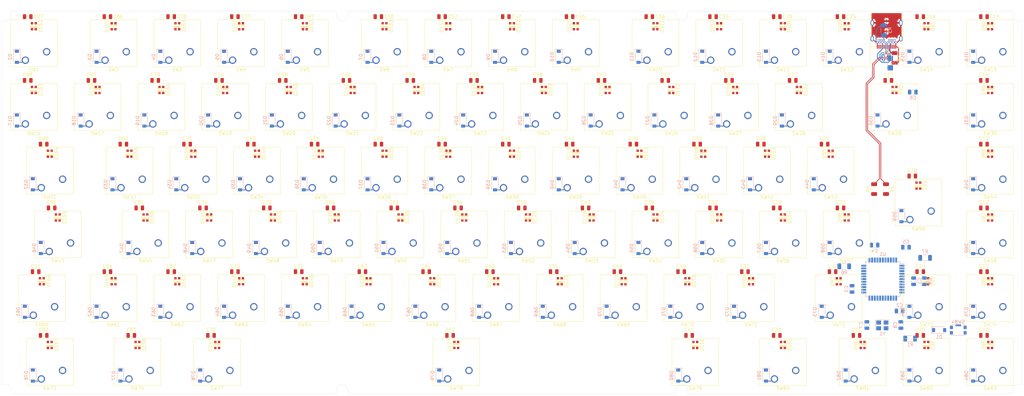
<source format=kicad_pcb>
(kicad_pcb (version 20171130) (host pcbnew 5.1.5+dfsg1-2build2)

  (general
    (thickness 1.6)
    (drawings 32)
    (tracks 261)
    (zones 0)
    (modules 362)
    (nets 216)
  )

  (page A3)
  (layers
    (0 F.Cu signal)
    (31 B.Cu signal)
    (32 B.Adhes user)
    (33 F.Adhes user)
    (34 B.Paste user)
    (35 F.Paste user)
    (36 B.SilkS user)
    (37 F.SilkS user)
    (38 B.Mask user)
    (39 F.Mask user)
    (40 Dwgs.User user)
    (41 Cmts.User user)
    (42 Eco1.User user)
    (43 Eco2.User user)
    (44 Edge.Cuts user)
    (45 Margin user)
    (46 B.CrtYd user)
    (47 F.CrtYd user)
    (48 B.Fab user)
    (49 F.Fab user)
  )

  (setup
    (last_trace_width 0.25)
    (trace_clearance 0.2)
    (zone_clearance 0.508)
    (zone_45_only no)
    (trace_min 0.2)
    (via_size 0.8)
    (via_drill 0.4)
    (via_min_size 0.6)
    (via_min_drill 0.3)
    (uvia_size 0.3)
    (uvia_drill 0.1)
    (uvias_allowed no)
    (uvia_min_size 0.2)
    (uvia_min_drill 0.1)
    (edge_width 0.05)
    (segment_width 0.2)
    (pcb_text_width 0.3)
    (pcb_text_size 1.5 1.5)
    (mod_edge_width 0.12)
    (mod_text_size 1 1)
    (mod_text_width 0.15)
    (pad_size 3.4 3.4)
    (pad_drill 0)
    (pad_to_mask_clearance 0.051)
    (solder_mask_min_width 0.25)
    (aux_axis_origin 0 0)
    (visible_elements FFFFF77F)
    (pcbplotparams
      (layerselection 0x010fc_ffffffff)
      (usegerberextensions false)
      (usegerberattributes false)
      (usegerberadvancedattributes false)
      (creategerberjobfile false)
      (excludeedgelayer true)
      (linewidth 0.100000)
      (plotframeref false)
      (viasonmask false)
      (mode 1)
      (useauxorigin false)
      (hpglpennumber 1)
      (hpglpenspeed 20)
      (hpglpendiameter 15.000000)
      (psnegative false)
      (psa4output false)
      (plotreference true)
      (plotvalue true)
      (plotinvisibletext false)
      (padsonsilk false)
      (subtractmaskfromsilk false)
      (outputformat 1)
      (mirror false)
      (drillshape 1)
      (scaleselection 1)
      (outputdirectory ""))
  )

  (net 0 "")
  (net 1 GND)
  (net 2 +5V)
  (net 3 "Net-(C7-Pad1)")
  (net 4 "Net-(C8-Pad2)")
  (net 5 "Net-(C9-Pad1)")
  (net 6 RST)
  (net 7 ROW0)
  (net 8 "Net-(D2-Pad2)")
  (net 9 "Net-(D3-Pad2)")
  (net 10 "Net-(D4-Pad2)")
  (net 11 "Net-(D5-Pad2)")
  (net 12 "Net-(D6-Pad2)")
  (net 13 "Net-(D7-Pad2)")
  (net 14 "Net-(D8-Pad2)")
  (net 15 "Net-(D9-Pad2)")
  (net 16 "Net-(D10-Pad2)")
  (net 17 "Net-(D11-Pad2)")
  (net 18 "Net-(D12-Pad2)")
  (net 19 "Net-(D13-Pad2)")
  (net 20 "Net-(D14-Pad2)")
  (net 21 "Net-(D15-Pad2)")
  (net 22 "Net-(D16-Pad2)")
  (net 23 ROW1)
  (net 24 "Net-(D17-Pad2)")
  (net 25 "Net-(D18-Pad2)")
  (net 26 "Net-(D19-Pad2)")
  (net 27 "Net-(D20-Pad2)")
  (net 28 "Net-(D21-Pad2)")
  (net 29 "Net-(D22-Pad2)")
  (net 30 "Net-(D23-Pad2)")
  (net 31 "Net-(D24-Pad2)")
  (net 32 "Net-(D25-Pad2)")
  (net 33 "Net-(D26-Pad2)")
  (net 34 "Net-(D27-Pad2)")
  (net 35 "Net-(D28-Pad2)")
  (net 36 "Net-(D29-Pad2)")
  (net 37 "Net-(D30-Pad2)")
  (net 38 "Net-(D31-Pad2)")
  (net 39 "Net-(D32-Pad2)")
  (net 40 ROW2)
  (net 41 "Net-(D33-Pad2)")
  (net 42 "Net-(D34-Pad2)")
  (net 43 "Net-(D35-Pad2)")
  (net 44 "Net-(D36-Pad2)")
  (net 45 "Net-(D37-Pad2)")
  (net 46 "Net-(D38-Pad2)")
  (net 47 "Net-(D39-Pad2)")
  (net 48 "Net-(D40-Pad2)")
  (net 49 "Net-(D41-Pad2)")
  (net 50 "Net-(D42-Pad2)")
  (net 51 "Net-(D43-Pad2)")
  (net 52 "Net-(D44-Pad2)")
  (net 53 "Net-(D45-Pad2)")
  (net 54 "Net-(D46-Pad2)")
  (net 55 ROW3)
  (net 56 "Net-(D47-Pad2)")
  (net 57 "Net-(D48-Pad2)")
  (net 58 "Net-(D49-Pad2)")
  (net 59 "Net-(D50-Pad2)")
  (net 60 "Net-(D51-Pad2)")
  (net 61 "Net-(D52-Pad2)")
  (net 62 "Net-(D53-Pad2)")
  (net 63 "Net-(D54-Pad2)")
  (net 64 "Net-(D55-Pad2)")
  (net 65 "Net-(D56-Pad2)")
  (net 66 "Net-(D57-Pad2)")
  (net 67 "Net-(D58-Pad2)")
  (net 68 "Net-(D59-Pad2)")
  (net 69 "Net-(D60-Pad2)")
  (net 70 ROW4)
  (net 71 "Net-(D61-Pad2)")
  (net 72 "Net-(D62-Pad2)")
  (net 73 "Net-(D63-Pad2)")
  (net 74 "Net-(D64-Pad2)")
  (net 75 "Net-(D65-Pad2)")
  (net 76 "Net-(D66-Pad2)")
  (net 77 "Net-(D67-Pad2)")
  (net 78 "Net-(D68-Pad2)")
  (net 79 "Net-(D69-Pad2)")
  (net 80 "Net-(D70-Pad2)")
  (net 81 "Net-(D71-Pad2)")
  (net 82 "Net-(D72-Pad2)")
  (net 83 "Net-(D73-Pad2)")
  (net 84 "Net-(D74-Pad2)")
  (net 85 "Net-(D75-Pad2)")
  (net 86 ROW5)
  (net 87 "Net-(D76-Pad2)")
  (net 88 "Net-(D77-Pad2)")
  (net 89 "Net-(D78-Pad2)")
  (net 90 "Net-(D79-Pad2)")
  (net 91 "Net-(D80-Pad2)")
  (net 92 "Net-(D81-Pad2)")
  (net 93 "Net-(D82-Pad2)")
  (net 94 "Net-(D83-Pad2)")
  (net 95 "Net-(D84-Pad2)")
  (net 96 "Net-(D85-Pad2)")
  (net 97 DIN)
  (net 98 "Net-(D86-Pad2)")
  (net 99 "Net-(D87-Pad2)")
  (net 100 "Net-(D88-Pad2)")
  (net 101 "Net-(D89-Pad2)")
  (net 102 "Net-(D90-Pad2)")
  (net 103 "Net-(D91-Pad2)")
  (net 104 "Net-(D92-Pad2)")
  (net 105 "Net-(D93-Pad2)")
  (net 106 "Net-(D94-Pad2)")
  (net 107 "Net-(D95-Pad2)")
  (net 108 "Net-(D96-Pad2)")
  (net 109 "Net-(D97-Pad2)")
  (net 110 "Net-(D98-Pad2)")
  (net 111 "Net-(D100-Pad4)")
  (net 112 "Net-(D100-Pad2)")
  (net 113 "Net-(D101-Pad2)")
  (net 114 "Net-(D102-Pad2)")
  (net 115 "Net-(D103-Pad2)")
  (net 116 "Net-(D104-Pad2)")
  (net 117 "Net-(D105-Pad2)")
  (net 118 "Net-(D106-Pad2)")
  (net 119 "Net-(D107-Pad2)")
  (net 120 "Net-(D108-Pad2)")
  (net 121 "Net-(D109-Pad2)")
  (net 122 "Net-(D110-Pad2)")
  (net 123 "Net-(D111-Pad2)")
  (net 124 "Net-(D112-Pad2)")
  (net 125 "Net-(D113-Pad2)")
  (net 126 "Net-(D114-Pad2)")
  (net 127 "Net-(D115-Pad2)")
  (net 128 "Net-(D116-Pad2)")
  (net 129 "Net-(D117-Pad2)")
  (net 130 "Net-(D118-Pad2)")
  (net 131 "Net-(D119-Pad2)")
  (net 132 "Net-(D120-Pad2)")
  (net 133 "Net-(D121-Pad2)")
  (net 134 "Net-(D122-Pad2)")
  (net 135 "Net-(D123-Pad2)")
  (net 136 "Net-(D124-Pad2)")
  (net 137 "Net-(D125-Pad2)")
  (net 138 "Net-(D126-Pad2)")
  (net 139 "Net-(D127-Pad2)")
  (net 140 "Net-(D128-Pad2)")
  (net 141 "Net-(D129-Pad2)")
  (net 142 "Net-(D130-Pad2)")
  (net 143 "Net-(D131-Pad2)")
  (net 144 "Net-(D132-Pad2)")
  (net 145 "Net-(D133-Pad2)")
  (net 146 "Net-(D134-Pad2)")
  (net 147 "Net-(D135-Pad2)")
  (net 148 "Net-(D136-Pad2)")
  (net 149 "Net-(D137-Pad2)")
  (net 150 "Net-(D138-Pad2)")
  (net 151 "Net-(D139-Pad2)")
  (net 152 "Net-(D140-Pad2)")
  (net 153 "Net-(D141-Pad2)")
  (net 154 "Net-(D142-Pad2)")
  (net 155 "Net-(D143-Pad2)")
  (net 156 "Net-(D144-Pad2)")
  (net 157 "Net-(D145-Pad2)")
  (net 158 "Net-(D146-Pad2)")
  (net 159 "Net-(D147-Pad2)")
  (net 160 "Net-(D148-Pad2)")
  (net 161 "Net-(D149-Pad2)")
  (net 162 "Net-(D150-Pad2)")
  (net 163 "Net-(D151-Pad2)")
  (net 164 "Net-(D152-Pad2)")
  (net 165 "Net-(D153-Pad2)")
  (net 166 "Net-(D154-Pad2)")
  (net 167 "Net-(D155-Pad2)")
  (net 168 "Net-(D156-Pad2)")
  (net 169 "Net-(D157-Pad2)")
  (net 170 "Net-(D158-Pad2)")
  (net 171 "Net-(D159-Pad2)")
  (net 172 "Net-(D160-Pad2)")
  (net 173 "Net-(D161-Pad2)")
  (net 174 "Net-(D162-Pad2)")
  (net 175 "Net-(D163-Pad2)")
  (net 176 "Net-(D164-Pad2)")
  (net 177 "Net-(D165-Pad2)")
  (net 178 "Net-(D166-Pad2)")
  (net 179 "Net-(D167-Pad2)")
  (net 180 "Net-(F1-Pad2)")
  (net 181 COL02)
  (net 182 COL00)
  (net 183 COL01)
  (net 184 D-)
  (net 185 D+)
  (net 186 "Net-(R6-Pad2)")
  (net 187 COL03)
  (net 188 COL04)
  (net 189 COL06)
  (net 190 COL07)
  (net 191 COL08)
  (net 192 COL09)
  (net 193 COL10)
  (net 194 COL11)
  (net 195 COL12)
  (net 196 COL13)
  (net 197 COL14)
  (net 198 COL15)
  (net 199 COL05)
  (net 200 "Net-(U1-Pad1)")
  (net 201 "Net-(U1-Pad8)")
  (net 202 "Net-(U1-Pad42)")
  (net 203 "Net-(R7-Pad2)")
  (net 204 "Net-(J1-PadB11)")
  (net 205 "Net-(J1-PadB2)")
  (net 206 "Net-(J1-PadB5)")
  (net 207 "Net-(J1-PadB8)")
  (net 208 "Net-(J1-PadB3)")
  (net 209 "Net-(J1-PadB10)")
  (net 210 "Net-(J1-PadA2)")
  (net 211 "Net-(J1-PadA3)")
  (net 212 "Net-(J1-PadA5)")
  (net 213 "Net-(J1-PadA8)")
  (net 214 "Net-(J1-PadA10)")
  (net 215 "Net-(J1-PadA11)")

  (net_class Default "Dies ist die voreingestellte Netzklasse."
    (clearance 0.2)
    (trace_width 0.25)
    (via_dia 0.8)
    (via_drill 0.4)
    (uvia_dia 0.3)
    (uvia_drill 0.1)
    (add_net +5V)
    (add_net COL00)
    (add_net COL01)
    (add_net COL02)
    (add_net COL03)
    (add_net COL04)
    (add_net COL05)
    (add_net COL06)
    (add_net COL07)
    (add_net COL08)
    (add_net COL09)
    (add_net COL10)
    (add_net COL11)
    (add_net COL12)
    (add_net COL13)
    (add_net COL14)
    (add_net COL15)
    (add_net D+)
    (add_net D-)
    (add_net DIN)
    (add_net GND)
    (add_net "Net-(C7-Pad1)")
    (add_net "Net-(C8-Pad2)")
    (add_net "Net-(C9-Pad1)")
    (add_net "Net-(D10-Pad2)")
    (add_net "Net-(D100-Pad2)")
    (add_net "Net-(D100-Pad4)")
    (add_net "Net-(D101-Pad2)")
    (add_net "Net-(D102-Pad2)")
    (add_net "Net-(D103-Pad2)")
    (add_net "Net-(D104-Pad2)")
    (add_net "Net-(D105-Pad2)")
    (add_net "Net-(D106-Pad2)")
    (add_net "Net-(D107-Pad2)")
    (add_net "Net-(D108-Pad2)")
    (add_net "Net-(D109-Pad2)")
    (add_net "Net-(D11-Pad2)")
    (add_net "Net-(D110-Pad2)")
    (add_net "Net-(D111-Pad2)")
    (add_net "Net-(D112-Pad2)")
    (add_net "Net-(D113-Pad2)")
    (add_net "Net-(D114-Pad2)")
    (add_net "Net-(D115-Pad2)")
    (add_net "Net-(D116-Pad2)")
    (add_net "Net-(D117-Pad2)")
    (add_net "Net-(D118-Pad2)")
    (add_net "Net-(D119-Pad2)")
    (add_net "Net-(D12-Pad2)")
    (add_net "Net-(D120-Pad2)")
    (add_net "Net-(D121-Pad2)")
    (add_net "Net-(D122-Pad2)")
    (add_net "Net-(D123-Pad2)")
    (add_net "Net-(D124-Pad2)")
    (add_net "Net-(D125-Pad2)")
    (add_net "Net-(D126-Pad2)")
    (add_net "Net-(D127-Pad2)")
    (add_net "Net-(D128-Pad2)")
    (add_net "Net-(D129-Pad2)")
    (add_net "Net-(D13-Pad2)")
    (add_net "Net-(D130-Pad2)")
    (add_net "Net-(D131-Pad2)")
    (add_net "Net-(D132-Pad2)")
    (add_net "Net-(D133-Pad2)")
    (add_net "Net-(D134-Pad2)")
    (add_net "Net-(D135-Pad2)")
    (add_net "Net-(D136-Pad2)")
    (add_net "Net-(D137-Pad2)")
    (add_net "Net-(D138-Pad2)")
    (add_net "Net-(D139-Pad2)")
    (add_net "Net-(D14-Pad2)")
    (add_net "Net-(D140-Pad2)")
    (add_net "Net-(D141-Pad2)")
    (add_net "Net-(D142-Pad2)")
    (add_net "Net-(D143-Pad2)")
    (add_net "Net-(D144-Pad2)")
    (add_net "Net-(D145-Pad2)")
    (add_net "Net-(D146-Pad2)")
    (add_net "Net-(D147-Pad2)")
    (add_net "Net-(D148-Pad2)")
    (add_net "Net-(D149-Pad2)")
    (add_net "Net-(D15-Pad2)")
    (add_net "Net-(D150-Pad2)")
    (add_net "Net-(D151-Pad2)")
    (add_net "Net-(D152-Pad2)")
    (add_net "Net-(D153-Pad2)")
    (add_net "Net-(D154-Pad2)")
    (add_net "Net-(D155-Pad2)")
    (add_net "Net-(D156-Pad2)")
    (add_net "Net-(D157-Pad2)")
    (add_net "Net-(D158-Pad2)")
    (add_net "Net-(D159-Pad2)")
    (add_net "Net-(D16-Pad2)")
    (add_net "Net-(D160-Pad2)")
    (add_net "Net-(D161-Pad2)")
    (add_net "Net-(D162-Pad2)")
    (add_net "Net-(D163-Pad2)")
    (add_net "Net-(D164-Pad2)")
    (add_net "Net-(D165-Pad2)")
    (add_net "Net-(D166-Pad2)")
    (add_net "Net-(D167-Pad2)")
    (add_net "Net-(D17-Pad2)")
    (add_net "Net-(D18-Pad2)")
    (add_net "Net-(D19-Pad2)")
    (add_net "Net-(D2-Pad2)")
    (add_net "Net-(D20-Pad2)")
    (add_net "Net-(D21-Pad2)")
    (add_net "Net-(D22-Pad2)")
    (add_net "Net-(D23-Pad2)")
    (add_net "Net-(D24-Pad2)")
    (add_net "Net-(D25-Pad2)")
    (add_net "Net-(D26-Pad2)")
    (add_net "Net-(D27-Pad2)")
    (add_net "Net-(D28-Pad2)")
    (add_net "Net-(D29-Pad2)")
    (add_net "Net-(D3-Pad2)")
    (add_net "Net-(D30-Pad2)")
    (add_net "Net-(D31-Pad2)")
    (add_net "Net-(D32-Pad2)")
    (add_net "Net-(D33-Pad2)")
    (add_net "Net-(D34-Pad2)")
    (add_net "Net-(D35-Pad2)")
    (add_net "Net-(D36-Pad2)")
    (add_net "Net-(D37-Pad2)")
    (add_net "Net-(D38-Pad2)")
    (add_net "Net-(D39-Pad2)")
    (add_net "Net-(D4-Pad2)")
    (add_net "Net-(D40-Pad2)")
    (add_net "Net-(D41-Pad2)")
    (add_net "Net-(D42-Pad2)")
    (add_net "Net-(D43-Pad2)")
    (add_net "Net-(D44-Pad2)")
    (add_net "Net-(D45-Pad2)")
    (add_net "Net-(D46-Pad2)")
    (add_net "Net-(D47-Pad2)")
    (add_net "Net-(D48-Pad2)")
    (add_net "Net-(D49-Pad2)")
    (add_net "Net-(D5-Pad2)")
    (add_net "Net-(D50-Pad2)")
    (add_net "Net-(D51-Pad2)")
    (add_net "Net-(D52-Pad2)")
    (add_net "Net-(D53-Pad2)")
    (add_net "Net-(D54-Pad2)")
    (add_net "Net-(D55-Pad2)")
    (add_net "Net-(D56-Pad2)")
    (add_net "Net-(D57-Pad2)")
    (add_net "Net-(D58-Pad2)")
    (add_net "Net-(D59-Pad2)")
    (add_net "Net-(D6-Pad2)")
    (add_net "Net-(D60-Pad2)")
    (add_net "Net-(D61-Pad2)")
    (add_net "Net-(D62-Pad2)")
    (add_net "Net-(D63-Pad2)")
    (add_net "Net-(D64-Pad2)")
    (add_net "Net-(D65-Pad2)")
    (add_net "Net-(D66-Pad2)")
    (add_net "Net-(D67-Pad2)")
    (add_net "Net-(D68-Pad2)")
    (add_net "Net-(D69-Pad2)")
    (add_net "Net-(D7-Pad2)")
    (add_net "Net-(D70-Pad2)")
    (add_net "Net-(D71-Pad2)")
    (add_net "Net-(D72-Pad2)")
    (add_net "Net-(D73-Pad2)")
    (add_net "Net-(D74-Pad2)")
    (add_net "Net-(D75-Pad2)")
    (add_net "Net-(D76-Pad2)")
    (add_net "Net-(D77-Pad2)")
    (add_net "Net-(D78-Pad2)")
    (add_net "Net-(D79-Pad2)")
    (add_net "Net-(D8-Pad2)")
    (add_net "Net-(D80-Pad2)")
    (add_net "Net-(D81-Pad2)")
    (add_net "Net-(D82-Pad2)")
    (add_net "Net-(D83-Pad2)")
    (add_net "Net-(D84-Pad2)")
    (add_net "Net-(D85-Pad2)")
    (add_net "Net-(D86-Pad2)")
    (add_net "Net-(D87-Pad2)")
    (add_net "Net-(D88-Pad2)")
    (add_net "Net-(D89-Pad2)")
    (add_net "Net-(D9-Pad2)")
    (add_net "Net-(D90-Pad2)")
    (add_net "Net-(D91-Pad2)")
    (add_net "Net-(D92-Pad2)")
    (add_net "Net-(D93-Pad2)")
    (add_net "Net-(D94-Pad2)")
    (add_net "Net-(D95-Pad2)")
    (add_net "Net-(D96-Pad2)")
    (add_net "Net-(D97-Pad2)")
    (add_net "Net-(D98-Pad2)")
    (add_net "Net-(F1-Pad2)")
    (add_net "Net-(J1-PadA10)")
    (add_net "Net-(J1-PadA11)")
    (add_net "Net-(J1-PadA2)")
    (add_net "Net-(J1-PadA3)")
    (add_net "Net-(J1-PadA5)")
    (add_net "Net-(J1-PadA8)")
    (add_net "Net-(J1-PadB10)")
    (add_net "Net-(J1-PadB11)")
    (add_net "Net-(J1-PadB2)")
    (add_net "Net-(J1-PadB3)")
    (add_net "Net-(J1-PadB5)")
    (add_net "Net-(J1-PadB8)")
    (add_net "Net-(R6-Pad2)")
    (add_net "Net-(R7-Pad2)")
    (add_net "Net-(U1-Pad1)")
    (add_net "Net-(U1-Pad42)")
    (add_net "Net-(U1-Pad8)")
    (add_net ROW0)
    (add_net ROW1)
    (add_net ROW2)
    (add_net ROW3)
    (add_net ROW4)
    (add_net ROW5)
    (add_net RST)
  )

  (module MountingHole:MountingHole_3.2mm_M3 (layer F.Cu) (tedit 60E8488E) (tstamp 60E8A97D)
    (at 341.8 151.3)
    (descr "Mounting Hole 3.4mm, no annular, M3")
    (tags "mounting hole 3.4mm no annular m3")
    (attr virtual)
    (fp_text reference REF** (at 0 -4.2) (layer F.SilkS) hide
      (effects (font (size 1 1) (thickness 0.15)))
    )
    (fp_text value MountingHole_3.4mm_M3 (at 0 4.2) (layer F.Fab) hide
      (effects (font (size 1 1) (thickness 0.15)))
    )
    (pad "" smd circle (at 0 0) (size 3.4 3.4) (layers *.Paste))
  )

  (module MountingHole:MountingHole_3.2mm_M3 (layer F.Cu) (tedit 60E8488E) (tstamp 60E8A94A)
    (at 341.8 39.2)
    (descr "Mounting Hole 3.4mm, no annular, M3")
    (tags "mounting hole 3.4mm no annular m3")
    (attr virtual)
    (fp_text reference REF** (at 0 -4.2) (layer F.SilkS) hide
      (effects (font (size 1 1) (thickness 0.15)))
    )
    (fp_text value MountingHole_3.4mm_M3 (at 0 4.2) (layer F.Fab) hide
      (effects (font (size 1 1) (thickness 0.15)))
    )
    (pad "" smd circle (at 0 0) (size 3.4 3.4) (layers *.Paste))
  )

  (module MountingHole:MountingHole_3.2mm_M3 (layer F.Cu) (tedit 60E8488E) (tstamp 60E8A92F)
    (at 39.2 151.3)
    (descr "Mounting Hole 3.4mm, no annular, M3")
    (tags "mounting hole 3.4mm no annular m3")
    (attr virtual)
    (fp_text reference REF** (at 0 -4.2) (layer F.SilkS) hide
      (effects (font (size 1 1) (thickness 0.15)))
    )
    (fp_text value MountingHole_3.4mm_M3 (at 0 4.2) (layer F.Fab) hide
      (effects (font (size 1 1) (thickness 0.15)))
    )
    (pad "" smd circle (at 0 0) (size 3.4 3.4) (layers *.Paste))
  )

  (module MountingHole:MountingHole_3.2mm_M3 (layer F.Cu) (tedit 60E8488E) (tstamp 60E8A8F8)
    (at 39.2 39.2)
    (descr "Mounting Hole 3.4mm, no annular, M3")
    (tags "mounting hole 3.4mm no annular m3")
    (attr virtual)
    (fp_text reference REF** (at 0 -4.2) (layer F.SilkS) hide
      (effects (font (size 1 1) (thickness 0.15)))
    )
    (fp_text value MountingHole_3.4mm_M3 (at 0 4.2) (layer F.Fab) hide
      (effects (font (size 1 1) (thickness 0.15)))
    )
    (pad "" smd circle (at 0 0) (size 3.4 3.4) (layers *.Paste))
  )

  (module MountingHole:MountingHole_3.2mm_M3 (layer F.Cu) (tedit 60E8488E) (tstamp 60E8A1A1)
    (at 241.3 151.3)
    (descr "Mounting Hole 3.4mm, no annular, M3")
    (tags "mounting hole 3.4mm no annular m3")
    (attr virtual)
    (fp_text reference REF** (at 0 -4.2) (layer F.SilkS) hide
      (effects (font (size 1 1) (thickness 0.15)))
    )
    (fp_text value MountingHole_3.4mm_M3 (at 0 4.2) (layer F.Fab) hide
      (effects (font (size 1 1) (thickness 0.15)))
    )
    (pad "" smd circle (at 0 0) (size 3.4 3.4) (layers *.Paste))
  )

  (module MountingHole:MountingHole_3.2mm_M3 (layer F.Cu) (tedit 60E8488E) (tstamp 60E8A18C)
    (at 139.7 151.3)
    (descr "Mounting Hole 3.4mm, no annular, M3")
    (tags "mounting hole 3.4mm no annular m3")
    (attr virtual)
    (fp_text reference REF** (at 0 -4.2) (layer F.SilkS) hide
      (effects (font (size 1 1) (thickness 0.15)))
    )
    (fp_text value MountingHole_3.4mm_M3 (at 0 4.2) (layer F.Fab) hide
      (effects (font (size 1 1) (thickness 0.15)))
    )
    (pad "" smd circle (at 0 0) (size 3.4 3.4) (layers *.Paste))
  )

  (module MountingHole:MountingHole_3.2mm_M3 (layer F.Cu) (tedit 60E8488E) (tstamp 60E8A17F)
    (at 241.3 39.2)
    (descr "Mounting Hole 3.4mm, no annular, M3")
    (tags "mounting hole 3.4mm no annular m3")
    (attr virtual)
    (fp_text reference REF** (at 0 -4.2) (layer F.SilkS) hide
      (effects (font (size 1 1) (thickness 0.15)))
    )
    (fp_text value MountingHole_3.4mm_M3 (at 0 4.2) (layer F.Fab) hide
      (effects (font (size 1 1) (thickness 0.15)))
    )
    (pad "" smd circle (at 0 0) (size 3.4 3.4) (layers *.Paste))
  )

  (module MountingHole:MountingHole_3.2mm_M3 (layer F.Cu) (tedit 60E8488E) (tstamp 60E89FD7)
    (at 139.7 39.2)
    (descr "Mounting Hole 3.4mm, no annular, M3")
    (tags "mounting hole 3.4mm no annular m3")
    (attr virtual)
    (fp_text reference REF** (at 0 -4.2) (layer F.SilkS) hide
      (effects (font (size 1 1) (thickness 0.15)))
    )
    (fp_text value MountingHole_3.4mm_M3 (at 0 4.2) (layer F.Fab) hide
      (effects (font (size 1 1) (thickness 0.15)))
    )
    (pad "" smd circle (at 0 0) (size 3.4 3.4) (layers *.Paste))
  )

  (module Crystal:Crystal_SMD_3225-4Pin_3.2x2.5mm (layer B.Cu) (tedit 5A0FD1B2) (tstamp 5F1B5622)
    (at 301.17 131.96)
    (descr "SMD Crystal SERIES SMD3225/4 http://www.txccrystal.com/images/pdf/7m-accuracy.pdf, 3.2x2.5mm^2 package")
    (tags "SMD SMT crystal")
    (path /5F294622)
    (attr smd)
    (fp_text reference Y1 (at 0 2.45) (layer B.SilkS)
      (effects (font (size 1 1) (thickness 0.15)) (justify mirror))
    )
    (fp_text value 16MHz (at 0 -2.45) (layer B.Fab)
      (effects (font (size 1 1) (thickness 0.15)) (justify mirror))
    )
    (fp_line (start 2.1 1.7) (end -2.1 1.7) (layer B.CrtYd) (width 0.05))
    (fp_line (start 2.1 -1.7) (end 2.1 1.7) (layer B.CrtYd) (width 0.05))
    (fp_line (start -2.1 -1.7) (end 2.1 -1.7) (layer B.CrtYd) (width 0.05))
    (fp_line (start -2.1 1.7) (end -2.1 -1.7) (layer B.CrtYd) (width 0.05))
    (fp_line (start -2 -1.65) (end 2 -1.65) (layer B.SilkS) (width 0.12))
    (fp_line (start -2 1.65) (end -2 -1.65) (layer B.SilkS) (width 0.12))
    (fp_line (start -1.6 -0.25) (end -0.6 -1.25) (layer B.Fab) (width 0.1))
    (fp_line (start 1.6 1.25) (end -1.6 1.25) (layer B.Fab) (width 0.1))
    (fp_line (start 1.6 -1.25) (end 1.6 1.25) (layer B.Fab) (width 0.1))
    (fp_line (start -1.6 -1.25) (end 1.6 -1.25) (layer B.Fab) (width 0.1))
    (fp_line (start -1.6 1.25) (end -1.6 -1.25) (layer B.Fab) (width 0.1))
    (fp_text user %R (at 0 0) (layer B.Fab)
      (effects (font (size 0.7 0.7) (thickness 0.105)) (justify mirror))
    )
    (pad 4 smd rect (at -1.1 0.85) (size 1.4 1.2) (layers B.Cu B.Paste B.Mask)
      (net 1 GND))
    (pad 3 smd rect (at 1.1 0.85) (size 1.4 1.2) (layers B.Cu B.Paste B.Mask)
      (net 4 "Net-(C8-Pad2)"))
    (pad 2 smd rect (at 1.1 -0.85) (size 1.4 1.2) (layers B.Cu B.Paste B.Mask)
      (net 1 GND))
    (pad 1 smd rect (at -1.1 -0.85) (size 1.4 1.2) (layers B.Cu B.Paste B.Mask)
      (net 3 "Net-(C7-Pad1)"))
    (model ${KISYS3DMOD}/Crystal.3dshapes/Crystal_SMD_3225-4Pin_3.2x2.5mm.wrl
      (at (xyz 0 0 0))
      (scale (xyz 1 1 1))
      (rotate (xyz 0 0 0))
    )
  )

  (module Button_Switch_SMD:SW_Push_1P1T-SH_NO_CK_KMR2xxG (layer B.Cu) (tedit 60E843D5) (tstamp 60EE10F7)
    (at 323.85 133.35 180)
    (descr "CK components KMR2 tactile switch with ground pin http://www.ckswitches.com/media/1479/kmr2.pdf")
    (tags "tactile switch kmr2")
    (path /60FEE33A)
    (attr smd)
    (fp_text reference SW84 (at 0 2.45) (layer B.SilkS)
      (effects (font (size 1 1) (thickness 0.15)) (justify mirror))
    )
    (fp_text value SW_Push (at 0 -2.55) (layer B.Fab)
      (effects (font (size 1 1) (thickness 0.15)) (justify mirror))
    )
    (fp_line (start -1.15 1.55) (end -2.2 1.55) (layer B.SilkS) (width 0.12))
    (fp_line (start -2.1 1.4) (end 2.1 1.4) (layer B.Fab) (width 0.1))
    (fp_line (start 2.1 1.4) (end 2.1 -1.4) (layer B.Fab) (width 0.1))
    (fp_line (start 2.1 -1.4) (end -2.1 -1.4) (layer B.Fab) (width 0.1))
    (fp_line (start -2.1 -1.4) (end -2.1 1.4) (layer B.Fab) (width 0.1))
    (fp_line (start 2.2 -0.05) (end 2.2 0.05) (layer B.SilkS) (width 0.12))
    (fp_line (start -2.8 1.8) (end 2.8 1.8) (layer B.CrtYd) (width 0.05))
    (fp_line (start 2.8 1.8) (end 2.8 -1.8) (layer B.CrtYd) (width 0.05))
    (fp_line (start 2.8 -1.8) (end -2.8 -1.8) (layer B.CrtYd) (width 0.05))
    (fp_line (start -2.8 -1.8) (end -2.8 1.8) (layer B.CrtYd) (width 0.05))
    (fp_circle (center 0 0) (end 0 -0.8) (layer B.Fab) (width 0.1))
    (fp_line (start -2.2 -1.55) (end 2.2 -1.55) (layer B.SilkS) (width 0.12))
    (fp_line (start 2.2 1.55) (end 1.15 1.55) (layer B.SilkS) (width 0.12))
    (fp_line (start -2.2 -0.05) (end -2.2 0.05) (layer B.SilkS) (width 0.12))
    (fp_text user %R (at 0 2.45) (layer B.Fab)
      (effects (font (size 1 1) (thickness 0.15)) (justify mirror))
    )
    (pad SH smd rect (at 0 1.425 180) (size 1.7 0.55) (layers B.Cu B.Paste B.Mask)
      (net 1 GND))
    (pad 1 smd rect (at -2.05 0.8 180) (size 0.9 1) (layers B.Cu B.Paste B.Mask)
      (net 6 RST))
    (pad 2 smd rect (at -2.05 -0.8 180) (size 0.9 1) (layers B.Cu B.Paste B.Mask)
      (net 1 GND))
    (pad 1 smd rect (at 2.05 0.8 180) (size 0.9 1) (layers B.Cu B.Paste B.Mask)
      (net 6 RST))
    (pad 2 smd rect (at 2.05 -0.8 180) (size 0.9 1) (layers B.Cu B.Paste B.Mask)
      (net 1 GND))
    (model ${KISYS3DMOD}/Button_Switch_SMD.3dshapes/SW_Push_1P1T-SH_NO_CK_KMR2xxG.wrl
      (at (xyz 0 0 0))
      (scale (xyz 1 1 1))
      (rotate (xyz 0 0 0))
    )
  )

  (module Resistor_SMD:R_1206_3216Metric (layer B.Cu) (tedit 5F68FEEE) (tstamp 5F26397F)
    (at 313.944 111.76 180)
    (descr "Resistor SMD 1206 (3216 Metric), square (rectangular) end terminal, IPC_7351 nominal, (Body size source: IPC-SM-782 page 72, https://www.pcb-3d.com/wordpress/wp-content/uploads/ipc-sm-782a_amendment_1_and_2.pdf), generated with kicad-footprint-generator")
    (tags resistor)
    (path /5F259898)
    (attr smd)
    (fp_text reference R7 (at 0 1.82) (layer B.SilkS)
      (effects (font (size 1 1) (thickness 0.15)) (justify mirror))
    )
    (fp_text value 470 (at 0 -1.82) (layer B.Fab)
      (effects (font (size 1 1) (thickness 0.15)) (justify mirror))
    )
    (fp_line (start 2.28 -1.12) (end -2.28 -1.12) (layer B.CrtYd) (width 0.05))
    (fp_line (start 2.28 1.12) (end 2.28 -1.12) (layer B.CrtYd) (width 0.05))
    (fp_line (start -2.28 1.12) (end 2.28 1.12) (layer B.CrtYd) (width 0.05))
    (fp_line (start -2.28 -1.12) (end -2.28 1.12) (layer B.CrtYd) (width 0.05))
    (fp_line (start -0.727064 -0.91) (end 0.727064 -0.91) (layer B.SilkS) (width 0.12))
    (fp_line (start -0.727064 0.91) (end 0.727064 0.91) (layer B.SilkS) (width 0.12))
    (fp_line (start 1.6 -0.8) (end -1.6 -0.8) (layer B.Fab) (width 0.1))
    (fp_line (start 1.6 0.8) (end 1.6 -0.8) (layer B.Fab) (width 0.1))
    (fp_line (start -1.6 0.8) (end 1.6 0.8) (layer B.Fab) (width 0.1))
    (fp_line (start -1.6 -0.8) (end -1.6 0.8) (layer B.Fab) (width 0.1))
    (fp_text user %R (at 0 0) (layer B.Fab)
      (effects (font (size 0.8 0.8) (thickness 0.12)) (justify mirror))
    )
    (pad 2 smd roundrect (at 1.4625 0 180) (size 1.125 1.75) (layers B.Cu B.Paste B.Mask) (roundrect_rratio 0.222222)
      (net 203 "Net-(R7-Pad2)"))
    (pad 1 smd roundrect (at -1.4625 0 180) (size 1.125 1.75) (layers B.Cu B.Paste B.Mask) (roundrect_rratio 0.222222)
      (net 97 DIN))
    (model ${KISYS3DMOD}/Resistor_SMD.3dshapes/R_1206_3216Metric.wrl
      (at (xyz 0 0 0))
      (scale (xyz 1 1 1))
      (rotate (xyz 0 0 0))
    )
  )

  (module Resistor_SMD:R_1206_3216Metric (layer B.Cu) (tedit 5F68FEEE) (tstamp 5F15FF29)
    (at 289.7775 114.3)
    (descr "Resistor SMD 1206 (3216 Metric), square (rectangular) end terminal, IPC_7351 nominal, (Body size source: IPC-SM-782 page 72, https://www.pcb-3d.com/wordpress/wp-content/uploads/ipc-sm-782a_amendment_1_and_2.pdf), generated with kicad-footprint-generator")
    (tags resistor)
    (path /5F0D539D)
    (attr smd)
    (fp_text reference R6 (at 0 1.82) (layer B.SilkS)
      (effects (font (size 1 1) (thickness 0.15)) (justify mirror))
    )
    (fp_text value 10k (at 0 -1.82) (layer B.Fab)
      (effects (font (size 1 1) (thickness 0.15)) (justify mirror))
    )
    (fp_line (start 2.28 -1.12) (end -2.28 -1.12) (layer B.CrtYd) (width 0.05))
    (fp_line (start 2.28 1.12) (end 2.28 -1.12) (layer B.CrtYd) (width 0.05))
    (fp_line (start -2.28 1.12) (end 2.28 1.12) (layer B.CrtYd) (width 0.05))
    (fp_line (start -2.28 -1.12) (end -2.28 1.12) (layer B.CrtYd) (width 0.05))
    (fp_line (start -0.727064 -0.91) (end 0.727064 -0.91) (layer B.SilkS) (width 0.12))
    (fp_line (start -0.727064 0.91) (end 0.727064 0.91) (layer B.SilkS) (width 0.12))
    (fp_line (start 1.6 -0.8) (end -1.6 -0.8) (layer B.Fab) (width 0.1))
    (fp_line (start 1.6 0.8) (end 1.6 -0.8) (layer B.Fab) (width 0.1))
    (fp_line (start -1.6 0.8) (end 1.6 0.8) (layer B.Fab) (width 0.1))
    (fp_line (start -1.6 -0.8) (end -1.6 0.8) (layer B.Fab) (width 0.1))
    (fp_text user %R (at 0 0) (layer B.Fab)
      (effects (font (size 0.8 0.8) (thickness 0.12)) (justify mirror))
    )
    (pad 2 smd roundrect (at 1.4625 0) (size 1.125 1.75) (layers B.Cu B.Paste B.Mask) (roundrect_rratio 0.222222)
      (net 186 "Net-(R6-Pad2)"))
    (pad 1 smd roundrect (at -1.4625 0) (size 1.125 1.75) (layers B.Cu B.Paste B.Mask) (roundrect_rratio 0.222222)
      (net 1 GND))
    (model ${KISYS3DMOD}/Resistor_SMD.3dshapes/R_1206_3216Metric.wrl
      (at (xyz 0 0 0))
      (scale (xyz 1 1 1))
      (rotate (xyz 0 0 0))
    )
  )

  (module Resistor_SMD:R_1206_3216Metric (layer F.Cu) (tedit 5F68FEEE) (tstamp 5F37A863)
    (at 298.704 91.2225 90)
    (descr "Resistor SMD 1206 (3216 Metric), square (rectangular) end terminal, IPC_7351 nominal, (Body size source: IPC-SM-782 page 72, https://www.pcb-3d.com/wordpress/wp-content/uploads/ipc-sm-782a_amendment_1_and_2.pdf), generated with kicad-footprint-generator")
    (tags resistor)
    (path /5F0B5901)
    (attr smd)
    (fp_text reference R5 (at 0 -1.82 90) (layer F.SilkS)
      (effects (font (size 1 1) (thickness 0.15)))
    )
    (fp_text value 22 (at 0 1.82 90) (layer F.Fab)
      (effects (font (size 1 1) (thickness 0.15)))
    )
    (fp_line (start 2.28 1.12) (end -2.28 1.12) (layer F.CrtYd) (width 0.05))
    (fp_line (start 2.28 -1.12) (end 2.28 1.12) (layer F.CrtYd) (width 0.05))
    (fp_line (start -2.28 -1.12) (end 2.28 -1.12) (layer F.CrtYd) (width 0.05))
    (fp_line (start -2.28 1.12) (end -2.28 -1.12) (layer F.CrtYd) (width 0.05))
    (fp_line (start -0.727064 0.91) (end 0.727064 0.91) (layer F.SilkS) (width 0.12))
    (fp_line (start -0.727064 -0.91) (end 0.727064 -0.91) (layer F.SilkS) (width 0.12))
    (fp_line (start 1.6 0.8) (end -1.6 0.8) (layer F.Fab) (width 0.1))
    (fp_line (start 1.6 -0.8) (end 1.6 0.8) (layer F.Fab) (width 0.1))
    (fp_line (start -1.6 -0.8) (end 1.6 -0.8) (layer F.Fab) (width 0.1))
    (fp_line (start -1.6 0.8) (end -1.6 -0.8) (layer F.Fab) (width 0.1))
    (fp_text user %R (at 0 0 90) (layer F.Fab)
      (effects (font (size 0.8 0.8) (thickness 0.12)))
    )
    (pad 2 smd roundrect (at 1.4625 0 90) (size 1.125 1.75) (layers F.Cu F.Paste F.Mask) (roundrect_rratio 0.222222)
      (net 184 D-))
    (pad 1 smd roundrect (at -1.4625 0 90) (size 1.125 1.75) (layers F.Cu F.Paste F.Mask) (roundrect_rratio 0.222222)
      (net 184 D-))
    (model ${KISYS3DMOD}/Resistor_SMD.3dshapes/R_1206_3216Metric.wrl
      (at (xyz 0 0 0))
      (scale (xyz 1 1 1))
      (rotate (xyz 0 0 0))
    )
  )

  (module Resistor_SMD:R_1206_3216Metric (layer F.Cu) (tedit 5F68FEEE) (tstamp 5F1B58E4)
    (at 302.26 91.2225 270)
    (descr "Resistor SMD 1206 (3216 Metric), square (rectangular) end terminal, IPC_7351 nominal, (Body size source: IPC-SM-782 page 72, https://www.pcb-3d.com/wordpress/wp-content/uploads/ipc-sm-782a_amendment_1_and_2.pdf), generated with kicad-footprint-generator")
    (tags resistor)
    (path /5F0AD349)
    (attr smd)
    (fp_text reference R4 (at 0 -1.82 90) (layer F.SilkS)
      (effects (font (size 1 1) (thickness 0.15)))
    )
    (fp_text value 22 (at 0 1.82 90) (layer F.Fab)
      (effects (font (size 1 1) (thickness 0.15)))
    )
    (fp_line (start 2.28 1.12) (end -2.28 1.12) (layer F.CrtYd) (width 0.05))
    (fp_line (start 2.28 -1.12) (end 2.28 1.12) (layer F.CrtYd) (width 0.05))
    (fp_line (start -2.28 -1.12) (end 2.28 -1.12) (layer F.CrtYd) (width 0.05))
    (fp_line (start -2.28 1.12) (end -2.28 -1.12) (layer F.CrtYd) (width 0.05))
    (fp_line (start -0.727064 0.91) (end 0.727064 0.91) (layer F.SilkS) (width 0.12))
    (fp_line (start -0.727064 -0.91) (end 0.727064 -0.91) (layer F.SilkS) (width 0.12))
    (fp_line (start 1.6 0.8) (end -1.6 0.8) (layer F.Fab) (width 0.1))
    (fp_line (start 1.6 -0.8) (end 1.6 0.8) (layer F.Fab) (width 0.1))
    (fp_line (start -1.6 -0.8) (end 1.6 -0.8) (layer F.Fab) (width 0.1))
    (fp_line (start -1.6 0.8) (end -1.6 -0.8) (layer F.Fab) (width 0.1))
    (fp_text user %R (at 0 0 90) (layer F.Fab)
      (effects (font (size 0.8 0.8) (thickness 0.12)))
    )
    (pad 2 smd roundrect (at 1.4625 0 270) (size 1.125 1.75) (layers F.Cu F.Paste F.Mask) (roundrect_rratio 0.222222)
      (net 185 D+))
    (pad 1 smd roundrect (at -1.4625 0 270) (size 1.125 1.75) (layers F.Cu F.Paste F.Mask) (roundrect_rratio 0.222222)
      (net 185 D+))
    (model ${KISYS3DMOD}/Resistor_SMD.3dshapes/R_1206_3216Metric.wrl
      (at (xyz 0 0 0))
      (scale (xyz 1 1 1))
      (rotate (xyz 0 0 0))
    )
  )

  (module Resistor_SMD:R_1206_3216Metric (layer B.Cu) (tedit 5F68FEEE) (tstamp 5F164238)
    (at 301.625 43.7245 90)
    (descr "Resistor SMD 1206 (3216 Metric), square (rectangular) end terminal, IPC_7351 nominal, (Body size source: IPC-SM-782 page 72, https://www.pcb-3d.com/wordpress/wp-content/uploads/ipc-sm-782a_amendment_1_and_2.pdf), generated with kicad-footprint-generator")
    (tags resistor)
    (path /5F030D08)
    (attr smd)
    (fp_text reference R3 (at 0 1.82 90) (layer B.SilkS)
      (effects (font (size 1 1) (thickness 0.15)) (justify mirror))
    )
    (fp_text value 5.1k (at 0 -1.82 90) (layer B.Fab)
      (effects (font (size 1 1) (thickness 0.15)) (justify mirror))
    )
    (fp_line (start 2.28 -1.12) (end -2.28 -1.12) (layer B.CrtYd) (width 0.05))
    (fp_line (start 2.28 1.12) (end 2.28 -1.12) (layer B.CrtYd) (width 0.05))
    (fp_line (start -2.28 1.12) (end 2.28 1.12) (layer B.CrtYd) (width 0.05))
    (fp_line (start -2.28 -1.12) (end -2.28 1.12) (layer B.CrtYd) (width 0.05))
    (fp_line (start -0.727064 -0.91) (end 0.727064 -0.91) (layer B.SilkS) (width 0.12))
    (fp_line (start -0.727064 0.91) (end 0.727064 0.91) (layer B.SilkS) (width 0.12))
    (fp_line (start 1.6 -0.8) (end -1.6 -0.8) (layer B.Fab) (width 0.1))
    (fp_line (start 1.6 0.8) (end 1.6 -0.8) (layer B.Fab) (width 0.1))
    (fp_line (start -1.6 0.8) (end 1.6 0.8) (layer B.Fab) (width 0.1))
    (fp_line (start -1.6 -0.8) (end -1.6 0.8) (layer B.Fab) (width 0.1))
    (fp_text user %R (at 0 0 90) (layer B.Fab)
      (effects (font (size 0.8 0.8) (thickness 0.12)) (justify mirror))
    )
    (pad 2 smd roundrect (at 1.4625 0 90) (size 1.125 1.75) (layers B.Cu B.Paste B.Mask) (roundrect_rratio 0.222222)
      (net 1 GND))
    (pad 1 smd roundrect (at -1.4625 0 90) (size 1.125 1.75) (layers B.Cu B.Paste B.Mask) (roundrect_rratio 0.222222)
      (net 206 "Net-(J1-PadB5)"))
    (model ${KISYS3DMOD}/Resistor_SMD.3dshapes/R_1206_3216Metric.wrl
      (at (xyz 0 0 0))
      (scale (xyz 1 1 1))
      (rotate (xyz 0 0 0))
    )
  )

  (module Resistor_SMD:R_1206_3216Metric (layer F.Cu) (tedit 5F68FEEE) (tstamp 5F1BFBDC)
    (at 304.8 52.0335 270)
    (descr "Resistor SMD 1206 (3216 Metric), square (rectangular) end terminal, IPC_7351 nominal, (Body size source: IPC-SM-782 page 72, https://www.pcb-3d.com/wordpress/wp-content/uploads/ipc-sm-782a_amendment_1_and_2.pdf), generated with kicad-footprint-generator")
    (tags resistor)
    (path /5F02FDA7)
    (attr smd)
    (fp_text reference R2 (at 0 -1.82 90) (layer F.SilkS)
      (effects (font (size 1 1) (thickness 0.15)))
    )
    (fp_text value 5.1k (at 0 1.82 90) (layer F.Fab)
      (effects (font (size 1 1) (thickness 0.15)))
    )
    (fp_line (start 2.28 1.12) (end -2.28 1.12) (layer F.CrtYd) (width 0.05))
    (fp_line (start 2.28 -1.12) (end 2.28 1.12) (layer F.CrtYd) (width 0.05))
    (fp_line (start -2.28 -1.12) (end 2.28 -1.12) (layer F.CrtYd) (width 0.05))
    (fp_line (start -2.28 1.12) (end -2.28 -1.12) (layer F.CrtYd) (width 0.05))
    (fp_line (start -0.727064 0.91) (end 0.727064 0.91) (layer F.SilkS) (width 0.12))
    (fp_line (start -0.727064 -0.91) (end 0.727064 -0.91) (layer F.SilkS) (width 0.12))
    (fp_line (start 1.6 0.8) (end -1.6 0.8) (layer F.Fab) (width 0.1))
    (fp_line (start 1.6 -0.8) (end 1.6 0.8) (layer F.Fab) (width 0.1))
    (fp_line (start -1.6 -0.8) (end 1.6 -0.8) (layer F.Fab) (width 0.1))
    (fp_line (start -1.6 0.8) (end -1.6 -0.8) (layer F.Fab) (width 0.1))
    (fp_text user %R (at 0 0 90) (layer F.Fab)
      (effects (font (size 0.8 0.8) (thickness 0.12)))
    )
    (pad 2 smd roundrect (at 1.4625 0 270) (size 1.125 1.75) (layers F.Cu F.Paste F.Mask) (roundrect_rratio 0.222222)
      (net 1 GND))
    (pad 1 smd roundrect (at -1.4625 0 270) (size 1.125 1.75) (layers F.Cu F.Paste F.Mask) (roundrect_rratio 0.222222)
      (net 212 "Net-(J1-PadA5)"))
    (model ${KISYS3DMOD}/Resistor_SMD.3dshapes/R_1206_3216Metric.wrl
      (at (xyz 0 0 0))
      (scale (xyz 1 1 1))
      (rotate (xyz 0 0 0))
    )
  )

  (module Resistor_SMD:R_1206_3216Metric (layer B.Cu) (tedit 5F68FEEE) (tstamp 5F1B5B5A)
    (at 309.4625 135.89)
    (descr "Resistor SMD 1206 (3216 Metric), square (rectangular) end terminal, IPC_7351 nominal, (Body size source: IPC-SM-782 page 72, https://www.pcb-3d.com/wordpress/wp-content/uploads/ipc-sm-782a_amendment_1_and_2.pdf), generated with kicad-footprint-generator")
    (tags resistor)
    (path /5F058934)
    (attr smd)
    (fp_text reference R1 (at 0 1.82) (layer B.SilkS)
      (effects (font (size 1 1) (thickness 0.15)) (justify mirror))
    )
    (fp_text value 10k (at 0 -1.82) (layer B.Fab)
      (effects (font (size 1 1) (thickness 0.15)) (justify mirror))
    )
    (fp_line (start 2.28 -1.12) (end -2.28 -1.12) (layer B.CrtYd) (width 0.05))
    (fp_line (start 2.28 1.12) (end 2.28 -1.12) (layer B.CrtYd) (width 0.05))
    (fp_line (start -2.28 1.12) (end 2.28 1.12) (layer B.CrtYd) (width 0.05))
    (fp_line (start -2.28 -1.12) (end -2.28 1.12) (layer B.CrtYd) (width 0.05))
    (fp_line (start -0.727064 -0.91) (end 0.727064 -0.91) (layer B.SilkS) (width 0.12))
    (fp_line (start -0.727064 0.91) (end 0.727064 0.91) (layer B.SilkS) (width 0.12))
    (fp_line (start 1.6 -0.8) (end -1.6 -0.8) (layer B.Fab) (width 0.1))
    (fp_line (start 1.6 0.8) (end 1.6 -0.8) (layer B.Fab) (width 0.1))
    (fp_line (start -1.6 0.8) (end 1.6 0.8) (layer B.Fab) (width 0.1))
    (fp_line (start -1.6 -0.8) (end -1.6 0.8) (layer B.Fab) (width 0.1))
    (fp_text user %R (at 0 0) (layer B.Fab)
      (effects (font (size 0.8 0.8) (thickness 0.12)) (justify mirror))
    )
    (pad 2 smd roundrect (at 1.4625 0) (size 1.125 1.75) (layers B.Cu B.Paste B.Mask) (roundrect_rratio 0.222222)
      (net 6 RST))
    (pad 1 smd roundrect (at -1.4625 0) (size 1.125 1.75) (layers B.Cu B.Paste B.Mask) (roundrect_rratio 0.222222)
      (net 2 +5V))
    (model ${KISYS3DMOD}/Resistor_SMD.3dshapes/R_1206_3216Metric.wrl
      (at (xyz 0 0 0))
      (scale (xyz 1 1 1))
      (rotate (xyz 0 0 0))
    )
  )

  (module kezboard-pcb:USB_C_Receptacle_Stewart_SS-52400-003 (layer F.Cu) (tedit 5F26DA6C) (tstamp 5F25978F)
    (at 302.41875 38.1 180)
    (descr https://belfuse.com/resources/drawings/stewartconnector/dr-stw-ss-52400-003.pdf)
    (path /5EFFEB48)
    (fp_text reference J1 (at 0 -11.9) (layer F.SilkS)
      (effects (font (size 1 1) (thickness 0.15)))
    )
    (fp_text value USB_C_Receptacle (at 0 2.54) (layer F.Fab)
      (effects (font (size 1 1) (thickness 0.15)))
    )
    (fp_line (start -4.49 -2.55) (end -4.49 -0.21) (layer F.SilkS) (width 0.12))
    (fp_line (start 4.49 -0.21) (end 4.49 -2.55) (layer F.SilkS) (width 0.12))
    (fp_line (start 4.49 -9) (end 4.49 -11) (layer F.SilkS) (width 0.12))
    (fp_line (start -5.08 -11.43) (end 5.08 -11.43) (layer F.CrtYd) (width 0.05))
    (fp_line (start -5.08 1.27) (end 5.08 1.27) (layer F.CrtYd) (width 0.05))
    (fp_line (start -2 0) (end 2 0) (layer Dwgs.User) (width 0.1))
    (fp_line (start 4.37 0.95) (end 4.37 -10.88) (layer F.Fab) (width 0.1))
    (fp_line (start 4.37 -10.88) (end -4.37 -10.88) (layer F.Fab) (width 0.1))
    (fp_line (start -4.37 -10.88) (end -4.37 0.95) (layer F.Fab) (width 0.1))
    (fp_line (start -4.37 0.95) (end 4.37 0.95) (layer F.Fab) (width 0.1))
    (fp_line (start 5.08 1.27) (end 5.08 -11.43) (layer F.CrtYd) (width 0.05))
    (fp_line (start -5.08 -11.43) (end -5.08 1.27) (layer F.CrtYd) (width 0.05))
    (fp_line (start -3 -11) (end -4.49 -11) (layer F.SilkS) (width 0.12))
    (fp_line (start -4.49 -11) (end -4.49 -9) (layer F.SilkS) (width 0.12))
    (fp_line (start 4.49 -11) (end 3 -11) (layer F.SilkS) (width 0.12))
    (fp_line (start -4.49 -7.35) (end -4.49 -4.35) (layer F.SilkS) (width 0.12))
    (fp_line (start 4.49 -4.35) (end 4.49 -7.35) (layer F.SilkS) (width 0.12))
    (fp_text user %R (at 0 -4.52) (layer F.Fab)
      (effects (font (size 1 1) (thickness 0.15)))
    )
    (fp_text user "PCB Edge" (at 0 -0.5) (layer Dwgs.User)
      (effects (font (size 0.5 0.5) (thickness 0.1)))
    )
    (pad B11 thru_hole circle (at -2.4 -8.62 180) (size 0.65 0.65) (drill 0.4) (layers *.Cu *.Mask)
      (net 204 "Net-(J1-PadB11)"))
    (pad B2 thru_hole circle (at 2.4 -8.62 180) (size 0.65 0.65) (drill 0.4) (layers *.Cu *.Mask)
      (net 205 "Net-(J1-PadB2)"))
    (pad B12 thru_hole circle (at -2.8 -9.33 180) (size 0.65 0.65) (drill 0.4) (layers *.Cu *.Mask)
      (net 1 GND))
    (pad B5 thru_hole circle (at 0.8 -8.62 180) (size 0.65 0.65) (drill 0.4) (layers *.Cu *.Mask)
      (net 206 "Net-(J1-PadB5)"))
    (pad B8 thru_hole circle (at -0.8 -8.62 180) (size 0.65 0.65) (drill 0.4) (layers *.Cu *.Mask)
      (net 207 "Net-(J1-PadB8)"))
    (pad B3 thru_hole circle (at 1.6 -8.62 180) (size 0.65 0.65) (drill 0.4) (layers *.Cu *.Mask)
      (net 208 "Net-(J1-PadB3)"))
    (pad B10 thru_hole circle (at -1.6 -8.62 180) (size 0.65 0.65) (drill 0.4) (layers *.Cu *.Mask)
      (net 209 "Net-(J1-PadB10)"))
    (pad B1 thru_hole circle (at 2.8 -9.33 180) (size 0.65 0.65) (drill 0.4) (layers *.Cu *.Mask)
      (net 1 GND))
    (pad S1 thru_hole circle (at -2 -9.33 180) (size 0.65 0.65) (drill 0.4) (layers *.Cu *.Mask)
      (net 1 GND))
    (pad S1 thru_hole circle (at 2 -9.33 180) (size 0.65 0.65) (drill 0.4) (layers *.Cu *.Mask)
      (net 1 GND))
    (pad B9 thru_hole circle (at -1.2 -9.33 180) (size 0.65 0.65) (drill 0.4) (layers *.Cu *.Mask)
      (net 180 "Net-(F1-Pad2)"))
    (pad B4 thru_hole circle (at 1.2 -9.33 180) (size 0.65 0.65) (drill 0.4) (layers *.Cu *.Mask)
      (net 180 "Net-(F1-Pad2)"))
    (pad B7 thru_hole circle (at -0.4 -9.33 180) (size 0.65 0.65) (drill 0.4) (layers *.Cu *.Mask)
      (net 184 D-))
    (pad B6 thru_hole circle (at 0.4 -9.33 180) (size 0.65 0.65) (drill 0.4) (layers *.Cu *.Mask)
      (net 185 D+))
    (pad S1 smd rect (at 0 -6 180) (size 0.2 1) (layers F.Cu F.Paste F.Mask)
      (net 1 GND))
    (pad S1 smd rect (at 0 -2.9 180) (size 0.2 1) (layers F.Cu F.Paste F.Mask)
      (net 1 GND))
    (pad S1 thru_hole oval (at 4.27 -8.18 180) (size 1 1.6) (drill oval 0.6 1.2) (layers *.Cu *.Mask)
      (net 1 GND))
    (pad S1 thru_hole oval (at -4.27 -8.18 180) (size 1 1.6) (drill oval 0.6 1.2) (layers *.Cu *.Mask)
      (net 1 GND))
    (pad S1 thru_hole oval (at -4.27 -3.45 180) (size 1 1.6) (drill oval 0.6 1.2) (layers *.Cu *.Mask)
      (net 1 GND))
    (pad S1 thru_hole oval (at 4.27 -3.45 180) (size 1 1.6) (drill oval 0.6 1.2) (layers *.Cu *.Mask)
      (net 1 GND))
    (pad A1 smd rect (at -2.75 -10.58 180) (size 0.3 1.2) (layers F.Cu F.Paste F.Mask)
      (net 1 GND))
    (pad A2 smd rect (at -2.25 -10.58 180) (size 0.3 1.2) (layers F.Cu F.Paste F.Mask)
      (net 210 "Net-(J1-PadA2)"))
    (pad A3 smd rect (at -1.75 -10.58 180) (size 0.3 1.2) (layers F.Cu F.Paste F.Mask)
      (net 211 "Net-(J1-PadA3)"))
    (pad A4 smd rect (at -1.25 -10.58 180) (size 0.3 1.2) (layers F.Cu F.Paste F.Mask)
      (net 180 "Net-(F1-Pad2)"))
    (pad A5 smd rect (at -0.75 -10.58 180) (size 0.3 1.2) (layers F.Cu F.Paste F.Mask)
      (net 212 "Net-(J1-PadA5)"))
    (pad A6 smd rect (at -0.25 -10.58 180) (size 0.3 1.2) (layers F.Cu F.Paste F.Mask)
      (net 185 D+))
    (pad A7 smd rect (at 0.25 -10.58 180) (size 0.3 1.2) (layers F.Cu F.Paste F.Mask)
      (net 184 D-))
    (pad A8 smd rect (at 0.75 -10.58 180) (size 0.3 1.2) (layers F.Cu F.Paste F.Mask)
      (net 213 "Net-(J1-PadA8)"))
    (pad A9 smd rect (at 1.25 -10.58 180) (size 0.3 1.2) (layers F.Cu F.Paste F.Mask)
      (net 180 "Net-(F1-Pad2)"))
    (pad A10 smd rect (at 1.75 -10.58 180) (size 0.3 1.2) (layers F.Cu F.Paste F.Mask)
      (net 214 "Net-(J1-PadA10)"))
    (pad A11 smd rect (at 2.25 -10.58 180) (size 0.3 1.2) (layers F.Cu F.Paste F.Mask)
      (net 215 "Net-(J1-PadA11)"))
    (pad A12 smd rect (at 2.75 -10.58 180) (size 0.3 1.2) (layers F.Cu F.Paste F.Mask)
      (net 1 GND))
  )

  (module Fuse:Fuse_1206_3216Metric_Castellated (layer B.Cu) (tedit 5F68FEF1) (tstamp 5F1B54C6)
    (at 303.53 53.5575 90)
    (descr "Fuse SMD 1206 (3216 Metric), castellated end terminal, IPC_7351. (Body size source: http://www.tortai-tech.com/upload/download/2011102023233369053.pdf), generated with kicad-footprint-generator")
    (tags "fuse castellated")
    (path /5F286423)
    (attr smd)
    (fp_text reference F1 (at 0 1.78 90) (layer B.SilkS)
      (effects (font (size 1 1) (thickness 0.15)) (justify mirror))
    )
    (fp_text value 500mA (at 0 -1.78 90) (layer B.Fab)
      (effects (font (size 1 1) (thickness 0.15)) (justify mirror))
    )
    (fp_line (start 2.48 -1.08) (end -2.48 -1.08) (layer B.CrtYd) (width 0.05))
    (fp_line (start 2.48 1.08) (end 2.48 -1.08) (layer B.CrtYd) (width 0.05))
    (fp_line (start -2.48 1.08) (end 2.48 1.08) (layer B.CrtYd) (width 0.05))
    (fp_line (start -2.48 -1.08) (end -2.48 1.08) (layer B.CrtYd) (width 0.05))
    (fp_line (start -0.490455 -0.91) (end 0.490455 -0.91) (layer B.SilkS) (width 0.12))
    (fp_line (start -0.490455 0.91) (end 0.490455 0.91) (layer B.SilkS) (width 0.12))
    (fp_line (start 1.6 -0.8) (end -1.6 -0.8) (layer B.Fab) (width 0.1))
    (fp_line (start 1.6 0.8) (end 1.6 -0.8) (layer B.Fab) (width 0.1))
    (fp_line (start -1.6 0.8) (end 1.6 0.8) (layer B.Fab) (width 0.1))
    (fp_line (start -1.6 -0.8) (end -1.6 0.8) (layer B.Fab) (width 0.1))
    (fp_text user %R (at 0 0 90) (layer B.Fab)
      (effects (font (size 0.8 0.8) (thickness 0.12)) (justify mirror))
    )
    (pad 2 smd roundrect (at 1.425 0 90) (size 1.6 1.65) (layers B.Cu B.Paste B.Mask) (roundrect_rratio 0.15625)
      (net 180 "Net-(F1-Pad2)"))
    (pad 1 smd roundrect (at -1.425 0 90) (size 1.6 1.65) (layers B.Cu B.Paste B.Mask) (roundrect_rratio 0.15625)
      (net 2 +5V))
    (model ${KISYS3DMOD}/Fuse.3dshapes/Fuse_1206_3216Metric_Castellated.wrl
      (at (xyz 0 0 0))
      (scale (xyz 1 1 1))
      (rotate (xyz 0 0 0))
    )
  )

  (module Capacitor_SMD:C_0805_2012Metric (layer F.Cu) (tedit 5F68FEEE) (tstamp 5F15F123)
    (at 50.546 134.9375 180)
    (descr "Capacitor SMD 0805 (2012 Metric), square (rectangular) end terminal, IPC_7351 nominal, (Body size source: IPC-SM-782 page 76, https://www.pcb-3d.com/wordpress/wp-content/uploads/ipc-sm-782a_amendment_1_and_2.pdf, https://docs.google.com/spreadsheets/d/1BsfQQcO9C6DZCsRaXUlFlo91Tg2WpOkGARC1WS5S8t0/edit?usp=sharing), generated with kicad-footprint-generator")
    (tags capacitor)
    (path /5F949B9C/5FB73237)
    (attr smd)
    (fp_text reference C92 (at 0 1.68) (layer F.SilkS)
      (effects (font (size 1 1) (thickness 0.15)))
    )
    (fp_text value 0.1uF (at 0 1.68) (layer F.Fab)
      (effects (font (size 1 1) (thickness 0.15)))
    )
    (fp_line (start 1.7 0.98) (end -1.7 0.98) (layer F.CrtYd) (width 0.05))
    (fp_line (start 1.7 -0.98) (end 1.7 0.98) (layer F.CrtYd) (width 0.05))
    (fp_line (start -1.7 -0.98) (end 1.7 -0.98) (layer F.CrtYd) (width 0.05))
    (fp_line (start -1.7 0.98) (end -1.7 -0.98) (layer F.CrtYd) (width 0.05))
    (fp_line (start -0.261252 0.735) (end 0.261252 0.735) (layer F.SilkS) (width 0.12))
    (fp_line (start -0.261252 -0.735) (end 0.261252 -0.735) (layer F.SilkS) (width 0.12))
    (fp_line (start 1 0.625) (end -1 0.625) (layer F.Fab) (width 0.1))
    (fp_line (start 1 -0.625) (end 1 0.625) (layer F.Fab) (width 0.1))
    (fp_line (start -1 -0.625) (end 1 -0.625) (layer F.Fab) (width 0.1))
    (fp_line (start -1 0.625) (end -1 -0.625) (layer F.Fab) (width 0.1))
    (fp_text user %R (at 0 0) (layer F.Fab)
      (effects (font (size 0.5 0.5) (thickness 0.08)))
    )
    (pad 2 smd roundrect (at 0.95 0 180) (size 1 1.45) (layers F.Cu F.Paste F.Mask) (roundrect_rratio 0.25)
      (net 1 GND))
    (pad 1 smd roundrect (at -0.95 0 180) (size 1 1.45) (layers F.Cu F.Paste F.Mask) (roundrect_rratio 0.25)
      (net 2 +5V))
    (model ${KISYS3DMOD}/Capacitor_SMD.3dshapes/C_0805_2012Metric.wrl
      (at (xyz 0 0 0))
      (scale (xyz 1 1 1))
      (rotate (xyz 0 0 0))
    )
  )

  (module Capacitor_SMD:C_0805_2012Metric (layer F.Cu) (tedit 5F68FEEE) (tstamp 5F15F112)
    (at 48.16475 115.8875 180)
    (descr "Capacitor SMD 0805 (2012 Metric), square (rectangular) end terminal, IPC_7351 nominal, (Body size source: IPC-SM-782 page 76, https://www.pcb-3d.com/wordpress/wp-content/uploads/ipc-sm-782a_amendment_1_and_2.pdf, https://docs.google.com/spreadsheets/d/1BsfQQcO9C6DZCsRaXUlFlo91Tg2WpOkGARC1WS5S8t0/edit?usp=sharing), generated with kicad-footprint-generator")
    (tags capacitor)
    (path /5F949B9C/5FB73214)
    (attr smd)
    (fp_text reference C91 (at 0 1.68) (layer F.SilkS)
      (effects (font (size 1 1) (thickness 0.15)))
    )
    (fp_text value 0.1uF (at 0 1.68) (layer F.Fab)
      (effects (font (size 1 1) (thickness 0.15)))
    )
    (fp_line (start 1.7 0.98) (end -1.7 0.98) (layer F.CrtYd) (width 0.05))
    (fp_line (start 1.7 -0.98) (end 1.7 0.98) (layer F.CrtYd) (width 0.05))
    (fp_line (start -1.7 -0.98) (end 1.7 -0.98) (layer F.CrtYd) (width 0.05))
    (fp_line (start -1.7 0.98) (end -1.7 -0.98) (layer F.CrtYd) (width 0.05))
    (fp_line (start -0.261252 0.735) (end 0.261252 0.735) (layer F.SilkS) (width 0.12))
    (fp_line (start -0.261252 -0.735) (end 0.261252 -0.735) (layer F.SilkS) (width 0.12))
    (fp_line (start 1 0.625) (end -1 0.625) (layer F.Fab) (width 0.1))
    (fp_line (start 1 -0.625) (end 1 0.625) (layer F.Fab) (width 0.1))
    (fp_line (start -1 -0.625) (end 1 -0.625) (layer F.Fab) (width 0.1))
    (fp_line (start -1 0.625) (end -1 -0.625) (layer F.Fab) (width 0.1))
    (fp_text user %R (at 0 0) (layer F.Fab)
      (effects (font (size 0.5 0.5) (thickness 0.08)))
    )
    (pad 2 smd roundrect (at 0.95 0 180) (size 1 1.45) (layers F.Cu F.Paste F.Mask) (roundrect_rratio 0.25)
      (net 1 GND))
    (pad 1 smd roundrect (at -0.95 0 180) (size 1 1.45) (layers F.Cu F.Paste F.Mask) (roundrect_rratio 0.25)
      (net 2 +5V))
    (model ${KISYS3DMOD}/Capacitor_SMD.3dshapes/C_0805_2012Metric.wrl
      (at (xyz 0 0 0))
      (scale (xyz 1 1 1))
      (rotate (xyz 0 0 0))
    )
  )

  (module Capacitor_SMD:C_0805_2012Metric (layer F.Cu) (tedit 5F68FEEE) (tstamp 5F15F101)
    (at 52.92725 96.8375 180)
    (descr "Capacitor SMD 0805 (2012 Metric), square (rectangular) end terminal, IPC_7351 nominal, (Body size source: IPC-SM-782 page 76, https://www.pcb-3d.com/wordpress/wp-content/uploads/ipc-sm-782a_amendment_1_and_2.pdf, https://docs.google.com/spreadsheets/d/1BsfQQcO9C6DZCsRaXUlFlo91Tg2WpOkGARC1WS5S8t0/edit?usp=sharing), generated with kicad-footprint-generator")
    (tags capacitor)
    (path /5F949B9C/5FB731F1)
    (attr smd)
    (fp_text reference C90 (at 0 1.68) (layer F.SilkS)
      (effects (font (size 1 1) (thickness 0.15)))
    )
    (fp_text value 0.1uF (at 0 1.68) (layer F.Fab)
      (effects (font (size 1 1) (thickness 0.15)))
    )
    (fp_line (start 1.7 0.98) (end -1.7 0.98) (layer F.CrtYd) (width 0.05))
    (fp_line (start 1.7 -0.98) (end 1.7 0.98) (layer F.CrtYd) (width 0.05))
    (fp_line (start -1.7 -0.98) (end 1.7 -0.98) (layer F.CrtYd) (width 0.05))
    (fp_line (start -1.7 0.98) (end -1.7 -0.98) (layer F.CrtYd) (width 0.05))
    (fp_line (start -0.261252 0.735) (end 0.261252 0.735) (layer F.SilkS) (width 0.12))
    (fp_line (start -0.261252 -0.735) (end 0.261252 -0.735) (layer F.SilkS) (width 0.12))
    (fp_line (start 1 0.625) (end -1 0.625) (layer F.Fab) (width 0.1))
    (fp_line (start 1 -0.625) (end 1 0.625) (layer F.Fab) (width 0.1))
    (fp_line (start -1 -0.625) (end 1 -0.625) (layer F.Fab) (width 0.1))
    (fp_line (start -1 0.625) (end -1 -0.625) (layer F.Fab) (width 0.1))
    (fp_text user %R (at 0 0) (layer F.Fab)
      (effects (font (size 0.5 0.5) (thickness 0.08)))
    )
    (pad 2 smd roundrect (at 0.95 0 180) (size 1 1.45) (layers F.Cu F.Paste F.Mask) (roundrect_rratio 0.25)
      (net 1 GND))
    (pad 1 smd roundrect (at -0.95 0 180) (size 1 1.45) (layers F.Cu F.Paste F.Mask) (roundrect_rratio 0.25)
      (net 2 +5V))
    (model ${KISYS3DMOD}/Capacitor_SMD.3dshapes/C_0805_2012Metric.wrl
      (at (xyz 0 0 0))
      (scale (xyz 1 1 1))
      (rotate (xyz 0 0 0))
    )
  )

  (module Capacitor_SMD:C_0805_2012Metric (layer F.Cu) (tedit 5F68FEEE) (tstamp 5F15F0F0)
    (at 50.546 77.7875 180)
    (descr "Capacitor SMD 0805 (2012 Metric), square (rectangular) end terminal, IPC_7351 nominal, (Body size source: IPC-SM-782 page 76, https://www.pcb-3d.com/wordpress/wp-content/uploads/ipc-sm-782a_amendment_1_and_2.pdf, https://docs.google.com/spreadsheets/d/1BsfQQcO9C6DZCsRaXUlFlo91Tg2WpOkGARC1WS5S8t0/edit?usp=sharing), generated with kicad-footprint-generator")
    (tags capacitor)
    (path /5F949B9C/5FB731CE)
    (attr smd)
    (fp_text reference C89 (at 0 1.68) (layer F.SilkS)
      (effects (font (size 1 1) (thickness 0.15)))
    )
    (fp_text value 0.1uF (at 0 1.68) (layer F.Fab)
      (effects (font (size 1 1) (thickness 0.15)))
    )
    (fp_line (start 1.7 0.98) (end -1.7 0.98) (layer F.CrtYd) (width 0.05))
    (fp_line (start 1.7 -0.98) (end 1.7 0.98) (layer F.CrtYd) (width 0.05))
    (fp_line (start -1.7 -0.98) (end 1.7 -0.98) (layer F.CrtYd) (width 0.05))
    (fp_line (start -1.7 0.98) (end -1.7 -0.98) (layer F.CrtYd) (width 0.05))
    (fp_line (start -0.261252 0.735) (end 0.261252 0.735) (layer F.SilkS) (width 0.12))
    (fp_line (start -0.261252 -0.735) (end 0.261252 -0.735) (layer F.SilkS) (width 0.12))
    (fp_line (start 1 0.625) (end -1 0.625) (layer F.Fab) (width 0.1))
    (fp_line (start 1 -0.625) (end 1 0.625) (layer F.Fab) (width 0.1))
    (fp_line (start -1 -0.625) (end 1 -0.625) (layer F.Fab) (width 0.1))
    (fp_line (start -1 0.625) (end -1 -0.625) (layer F.Fab) (width 0.1))
    (fp_text user %R (at 0 0) (layer F.Fab)
      (effects (font (size 0.5 0.5) (thickness 0.08)))
    )
    (pad 2 smd roundrect (at 0.95 0 180) (size 1 1.45) (layers F.Cu F.Paste F.Mask) (roundrect_rratio 0.25)
      (net 1 GND))
    (pad 1 smd roundrect (at -0.95 0 180) (size 1 1.45) (layers F.Cu F.Paste F.Mask) (roundrect_rratio 0.25)
      (net 2 +5V))
    (model ${KISYS3DMOD}/Capacitor_SMD.3dshapes/C_0805_2012Metric.wrl
      (at (xyz 0 0 0))
      (scale (xyz 1 1 1))
      (rotate (xyz 0 0 0))
    )
  )

  (module Capacitor_SMD:C_0805_2012Metric (layer F.Cu) (tedit 5F68FEEE) (tstamp 5F267EAC)
    (at 45.7835 58.7375 180)
    (descr "Capacitor SMD 0805 (2012 Metric), square (rectangular) end terminal, IPC_7351 nominal, (Body size source: IPC-SM-782 page 76, https://www.pcb-3d.com/wordpress/wp-content/uploads/ipc-sm-782a_amendment_1_and_2.pdf, https://docs.google.com/spreadsheets/d/1BsfQQcO9C6DZCsRaXUlFlo91Tg2WpOkGARC1WS5S8t0/edit?usp=sharing), generated with kicad-footprint-generator")
    (tags capacitor)
    (path /5F949B9C/5FB731AB)
    (attr smd)
    (fp_text reference C88 (at 0 1.68) (layer F.SilkS)
      (effects (font (size 1 1) (thickness 0.15)))
    )
    (fp_text value 0.1uF (at 0 1.68) (layer F.Fab)
      (effects (font (size 1 1) (thickness 0.15)))
    )
    (fp_line (start 1.7 0.98) (end -1.7 0.98) (layer F.CrtYd) (width 0.05))
    (fp_line (start 1.7 -0.98) (end 1.7 0.98) (layer F.CrtYd) (width 0.05))
    (fp_line (start -1.7 -0.98) (end 1.7 -0.98) (layer F.CrtYd) (width 0.05))
    (fp_line (start -1.7 0.98) (end -1.7 -0.98) (layer F.CrtYd) (width 0.05))
    (fp_line (start -0.261252 0.735) (end 0.261252 0.735) (layer F.SilkS) (width 0.12))
    (fp_line (start -0.261252 -0.735) (end 0.261252 -0.735) (layer F.SilkS) (width 0.12))
    (fp_line (start 1 0.625) (end -1 0.625) (layer F.Fab) (width 0.1))
    (fp_line (start 1 -0.625) (end 1 0.625) (layer F.Fab) (width 0.1))
    (fp_line (start -1 -0.625) (end 1 -0.625) (layer F.Fab) (width 0.1))
    (fp_line (start -1 0.625) (end -1 -0.625) (layer F.Fab) (width 0.1))
    (fp_text user %R (at 0 0) (layer F.Fab)
      (effects (font (size 0.5 0.5) (thickness 0.08)))
    )
    (pad 2 smd roundrect (at 0.95 0 180) (size 1 1.45) (layers F.Cu F.Paste F.Mask) (roundrect_rratio 0.25)
      (net 1 GND))
    (pad 1 smd roundrect (at -0.95 0 180) (size 1 1.45) (layers F.Cu F.Paste F.Mask) (roundrect_rratio 0.25)
      (net 2 +5V))
    (model ${KISYS3DMOD}/Capacitor_SMD.3dshapes/C_0805_2012Metric.wrl
      (at (xyz 0 0 0))
      (scale (xyz 1 1 1))
      (rotate (xyz 0 0 0))
    )
  )

  (module Capacitor_SMD:C_0805_2012Metric (layer F.Cu) (tedit 5F68FEEE) (tstamp 5F269C39)
    (at 45.7835 39.6875 180)
    (descr "Capacitor SMD 0805 (2012 Metric), square (rectangular) end terminal, IPC_7351 nominal, (Body size source: IPC-SM-782 page 76, https://www.pcb-3d.com/wordpress/wp-content/uploads/ipc-sm-782a_amendment_1_and_2.pdf, https://docs.google.com/spreadsheets/d/1BsfQQcO9C6DZCsRaXUlFlo91Tg2WpOkGARC1WS5S8t0/edit?usp=sharing), generated with kicad-footprint-generator")
    (tags capacitor)
    (path /5F949B9C/5FB73188)
    (attr smd)
    (fp_text reference C87 (at -3.2 0) (layer F.SilkS)
      (effects (font (size 1 1) (thickness 0.15)))
    )
    (fp_text value 0.1uF (at 0 1.68) (layer F.Fab)
      (effects (font (size 1 1) (thickness 0.15)))
    )
    (fp_line (start 1.7 0.98) (end -1.7 0.98) (layer F.CrtYd) (width 0.05))
    (fp_line (start 1.7 -0.98) (end 1.7 0.98) (layer F.CrtYd) (width 0.05))
    (fp_line (start -1.7 -0.98) (end 1.7 -0.98) (layer F.CrtYd) (width 0.05))
    (fp_line (start -1.7 0.98) (end -1.7 -0.98) (layer F.CrtYd) (width 0.05))
    (fp_line (start -0.261252 0.735) (end 0.261252 0.735) (layer F.SilkS) (width 0.12))
    (fp_line (start -0.261252 -0.735) (end 0.261252 -0.735) (layer F.SilkS) (width 0.12))
    (fp_line (start 1 0.625) (end -1 0.625) (layer F.Fab) (width 0.1))
    (fp_line (start 1 -0.625) (end 1 0.625) (layer F.Fab) (width 0.1))
    (fp_line (start -1 -0.625) (end 1 -0.625) (layer F.Fab) (width 0.1))
    (fp_line (start -1 0.625) (end -1 -0.625) (layer F.Fab) (width 0.1))
    (fp_text user %R (at 0 0) (layer F.Fab)
      (effects (font (size 0.5 0.5) (thickness 0.08)))
    )
    (pad 2 smd roundrect (at 0.95 0 180) (size 1 1.45) (layers F.Cu F.Paste F.Mask) (roundrect_rratio 0.25)
      (net 1 GND))
    (pad 1 smd roundrect (at -0.95 0 180) (size 1 1.45) (layers F.Cu F.Paste F.Mask) (roundrect_rratio 0.25)
      (net 2 +5V))
    (model ${KISYS3DMOD}/Capacitor_SMD.3dshapes/C_0805_2012Metric.wrl
      (at (xyz 0 0 0))
      (scale (xyz 1 1 1))
      (rotate (xyz 0 0 0))
    )
  )

  (module Capacitor_SMD:C_0805_2012Metric (layer F.Cu) (tedit 5F68FEEE) (tstamp 5F15F0BD)
    (at 69.596 39.6875)
    (descr "Capacitor SMD 0805 (2012 Metric), square (rectangular) end terminal, IPC_7351 nominal, (Body size source: IPC-SM-782 page 76, https://www.pcb-3d.com/wordpress/wp-content/uploads/ipc-sm-782a_amendment_1_and_2.pdf, https://docs.google.com/spreadsheets/d/1BsfQQcO9C6DZCsRaXUlFlo91Tg2WpOkGARC1WS5S8t0/edit?usp=sharing), generated with kicad-footprint-generator")
    (tags capacitor)
    (path /5F949B9C/5F944F33)
    (attr smd)
    (fp_text reference C86 (at 3.2 0) (layer F.SilkS)
      (effects (font (size 1 1) (thickness 0.15)))
    )
    (fp_text value 0.1uF (at 0 1.68) (layer F.Fab)
      (effects (font (size 1 1) (thickness 0.15)))
    )
    (fp_line (start 1.7 0.98) (end -1.7 0.98) (layer F.CrtYd) (width 0.05))
    (fp_line (start 1.7 -0.98) (end 1.7 0.98) (layer F.CrtYd) (width 0.05))
    (fp_line (start -1.7 -0.98) (end 1.7 -0.98) (layer F.CrtYd) (width 0.05))
    (fp_line (start -1.7 0.98) (end -1.7 -0.98) (layer F.CrtYd) (width 0.05))
    (fp_line (start -0.261252 0.735) (end 0.261252 0.735) (layer F.SilkS) (width 0.12))
    (fp_line (start -0.261252 -0.735) (end 0.261252 -0.735) (layer F.SilkS) (width 0.12))
    (fp_line (start 1 0.625) (end -1 0.625) (layer F.Fab) (width 0.1))
    (fp_line (start 1 -0.625) (end 1 0.625) (layer F.Fab) (width 0.1))
    (fp_line (start -1 -0.625) (end 1 -0.625) (layer F.Fab) (width 0.1))
    (fp_line (start -1 0.625) (end -1 -0.625) (layer F.Fab) (width 0.1))
    (fp_text user %R (at 0 0) (layer F.Fab)
      (effects (font (size 0.5 0.5) (thickness 0.08)))
    )
    (pad 2 smd roundrect (at 0.95 0) (size 1 1.45) (layers F.Cu F.Paste F.Mask) (roundrect_rratio 0.25)
      (net 1 GND))
    (pad 1 smd roundrect (at -0.95 0) (size 1 1.45) (layers F.Cu F.Paste F.Mask) (roundrect_rratio 0.25)
      (net 2 +5V))
    (model ${KISYS3DMOD}/Capacitor_SMD.3dshapes/C_0805_2012Metric.wrl
      (at (xyz 0 0 0))
      (scale (xyz 1 1 1))
      (rotate (xyz 0 0 0))
    )
  )

  (module Capacitor_SMD:C_0805_2012Metric (layer F.Cu) (tedit 5F68FEEE) (tstamp 5F15F0AC)
    (at 64.8335 58.7375)
    (descr "Capacitor SMD 0805 (2012 Metric), square (rectangular) end terminal, IPC_7351 nominal, (Body size source: IPC-SM-782 page 76, https://www.pcb-3d.com/wordpress/wp-content/uploads/ipc-sm-782a_amendment_1_and_2.pdf, https://docs.google.com/spreadsheets/d/1BsfQQcO9C6DZCsRaXUlFlo91Tg2WpOkGARC1WS5S8t0/edit?usp=sharing), generated with kicad-footprint-generator")
    (tags capacitor)
    (path /5F949B9C/5F944F10)
    (attr smd)
    (fp_text reference C85 (at 0 -1.68) (layer F.SilkS)
      (effects (font (size 1 1) (thickness 0.15)))
    )
    (fp_text value 0.1uF (at 0 1.68) (layer F.Fab)
      (effects (font (size 1 1) (thickness 0.15)))
    )
    (fp_line (start 1.7 0.98) (end -1.7 0.98) (layer F.CrtYd) (width 0.05))
    (fp_line (start 1.7 -0.98) (end 1.7 0.98) (layer F.CrtYd) (width 0.05))
    (fp_line (start -1.7 -0.98) (end 1.7 -0.98) (layer F.CrtYd) (width 0.05))
    (fp_line (start -1.7 0.98) (end -1.7 -0.98) (layer F.CrtYd) (width 0.05))
    (fp_line (start -0.261252 0.735) (end 0.261252 0.735) (layer F.SilkS) (width 0.12))
    (fp_line (start -0.261252 -0.735) (end 0.261252 -0.735) (layer F.SilkS) (width 0.12))
    (fp_line (start 1 0.625) (end -1 0.625) (layer F.Fab) (width 0.1))
    (fp_line (start 1 -0.625) (end 1 0.625) (layer F.Fab) (width 0.1))
    (fp_line (start -1 -0.625) (end 1 -0.625) (layer F.Fab) (width 0.1))
    (fp_line (start -1 0.625) (end -1 -0.625) (layer F.Fab) (width 0.1))
    (fp_text user %R (at 0 0) (layer F.Fab)
      (effects (font (size 0.5 0.5) (thickness 0.08)))
    )
    (pad 2 smd roundrect (at 0.95 0) (size 1 1.45) (layers F.Cu F.Paste F.Mask) (roundrect_rratio 0.25)
      (net 1 GND))
    (pad 1 smd roundrect (at -0.95 0) (size 1 1.45) (layers F.Cu F.Paste F.Mask) (roundrect_rratio 0.25)
      (net 2 +5V))
    (model ${KISYS3DMOD}/Capacitor_SMD.3dshapes/C_0805_2012Metric.wrl
      (at (xyz 0 0 0))
      (scale (xyz 1 1 1))
      (rotate (xyz 0 0 0))
    )
  )

  (module Capacitor_SMD:C_0805_2012Metric (layer F.Cu) (tedit 5F68FEEE) (tstamp 5F15F09B)
    (at 69.596 115.8875)
    (descr "Capacitor SMD 0805 (2012 Metric), square (rectangular) end terminal, IPC_7351 nominal, (Body size source: IPC-SM-782 page 76, https://www.pcb-3d.com/wordpress/wp-content/uploads/ipc-sm-782a_amendment_1_and_2.pdf, https://docs.google.com/spreadsheets/d/1BsfQQcO9C6DZCsRaXUlFlo91Tg2WpOkGARC1WS5S8t0/edit?usp=sharing), generated with kicad-footprint-generator")
    (tags capacitor)
    (path /5F949B9C/5F944EED)
    (attr smd)
    (fp_text reference C84 (at 0 -1.68) (layer F.SilkS)
      (effects (font (size 1 1) (thickness 0.15)))
    )
    (fp_text value 0.1uF (at 0 1.68) (layer F.Fab)
      (effects (font (size 1 1) (thickness 0.15)))
    )
    (fp_line (start 1.7 0.98) (end -1.7 0.98) (layer F.CrtYd) (width 0.05))
    (fp_line (start 1.7 -0.98) (end 1.7 0.98) (layer F.CrtYd) (width 0.05))
    (fp_line (start -1.7 -0.98) (end 1.7 -0.98) (layer F.CrtYd) (width 0.05))
    (fp_line (start -1.7 0.98) (end -1.7 -0.98) (layer F.CrtYd) (width 0.05))
    (fp_line (start -0.261252 0.735) (end 0.261252 0.735) (layer F.SilkS) (width 0.12))
    (fp_line (start -0.261252 -0.735) (end 0.261252 -0.735) (layer F.SilkS) (width 0.12))
    (fp_line (start 1 0.625) (end -1 0.625) (layer F.Fab) (width 0.1))
    (fp_line (start 1 -0.625) (end 1 0.625) (layer F.Fab) (width 0.1))
    (fp_line (start -1 -0.625) (end 1 -0.625) (layer F.Fab) (width 0.1))
    (fp_line (start -1 0.625) (end -1 -0.625) (layer F.Fab) (width 0.1))
    (fp_text user %R (at 0 0) (layer F.Fab)
      (effects (font (size 0.5 0.5) (thickness 0.08)))
    )
    (pad 2 smd roundrect (at 0.95 0) (size 1 1.45) (layers F.Cu F.Paste F.Mask) (roundrect_rratio 0.25)
      (net 1 GND))
    (pad 1 smd roundrect (at -0.95 0) (size 1 1.45) (layers F.Cu F.Paste F.Mask) (roundrect_rratio 0.25)
      (net 2 +5V))
    (model ${KISYS3DMOD}/Capacitor_SMD.3dshapes/C_0805_2012Metric.wrl
      (at (xyz 0 0 0))
      (scale (xyz 1 1 1))
      (rotate (xyz 0 0 0))
    )
  )

  (module Capacitor_SMD:C_0805_2012Metric (layer F.Cu) (tedit 5F68FEEE) (tstamp 5F15F08A)
    (at 76.73975 134.9375 180)
    (descr "Capacitor SMD 0805 (2012 Metric), square (rectangular) end terminal, IPC_7351 nominal, (Body size source: IPC-SM-782 page 76, https://www.pcb-3d.com/wordpress/wp-content/uploads/ipc-sm-782a_amendment_1_and_2.pdf, https://docs.google.com/spreadsheets/d/1BsfQQcO9C6DZCsRaXUlFlo91Tg2WpOkGARC1WS5S8t0/edit?usp=sharing), generated with kicad-footprint-generator")
    (tags capacitor)
    (path /5F949B9C/5F944ECA)
    (attr smd)
    (fp_text reference C83 (at 0 1.68) (layer F.SilkS)
      (effects (font (size 1 1) (thickness 0.15)))
    )
    (fp_text value 0.1uF (at 0 1.68) (layer F.Fab)
      (effects (font (size 1 1) (thickness 0.15)))
    )
    (fp_line (start 1.7 0.98) (end -1.7 0.98) (layer F.CrtYd) (width 0.05))
    (fp_line (start 1.7 -0.98) (end 1.7 0.98) (layer F.CrtYd) (width 0.05))
    (fp_line (start -1.7 -0.98) (end 1.7 -0.98) (layer F.CrtYd) (width 0.05))
    (fp_line (start -1.7 0.98) (end -1.7 -0.98) (layer F.CrtYd) (width 0.05))
    (fp_line (start -0.261252 0.735) (end 0.261252 0.735) (layer F.SilkS) (width 0.12))
    (fp_line (start -0.261252 -0.735) (end 0.261252 -0.735) (layer F.SilkS) (width 0.12))
    (fp_line (start 1 0.625) (end -1 0.625) (layer F.Fab) (width 0.1))
    (fp_line (start 1 -0.625) (end 1 0.625) (layer F.Fab) (width 0.1))
    (fp_line (start -1 -0.625) (end 1 -0.625) (layer F.Fab) (width 0.1))
    (fp_line (start -1 0.625) (end -1 -0.625) (layer F.Fab) (width 0.1))
    (fp_text user %R (at 0 0) (layer F.Fab)
      (effects (font (size 0.5 0.5) (thickness 0.08)))
    )
    (pad 2 smd roundrect (at 0.95 0 180) (size 1 1.45) (layers F.Cu F.Paste F.Mask) (roundrect_rratio 0.25)
      (net 1 GND))
    (pad 1 smd roundrect (at -0.95 0 180) (size 1 1.45) (layers F.Cu F.Paste F.Mask) (roundrect_rratio 0.25)
      (net 2 +5V))
    (model ${KISYS3DMOD}/Capacitor_SMD.3dshapes/C_0805_2012Metric.wrl
      (at (xyz 0 0 0))
      (scale (xyz 1 1 1))
      (rotate (xyz 0 0 0))
    )
  )

  (module Capacitor_SMD:C_0805_2012Metric (layer F.Cu) (tedit 5F68FEEE) (tstamp 5F15F079)
    (at 88.646 115.8875 180)
    (descr "Capacitor SMD 0805 (2012 Metric), square (rectangular) end terminal, IPC_7351 nominal, (Body size source: IPC-SM-782 page 76, https://www.pcb-3d.com/wordpress/wp-content/uploads/ipc-sm-782a_amendment_1_and_2.pdf, https://docs.google.com/spreadsheets/d/1BsfQQcO9C6DZCsRaXUlFlo91Tg2WpOkGARC1WS5S8t0/edit?usp=sharing), generated with kicad-footprint-generator")
    (tags capacitor)
    (path /5F949B9C/5F944EA7)
    (attr smd)
    (fp_text reference C82 (at 0 1.68) (layer F.SilkS)
      (effects (font (size 1 1) (thickness 0.15)))
    )
    (fp_text value 0.1uF (at 0 1.68) (layer F.Fab)
      (effects (font (size 1 1) (thickness 0.15)))
    )
    (fp_line (start 1.7 0.98) (end -1.7 0.98) (layer F.CrtYd) (width 0.05))
    (fp_line (start 1.7 -0.98) (end 1.7 0.98) (layer F.CrtYd) (width 0.05))
    (fp_line (start -1.7 -0.98) (end 1.7 -0.98) (layer F.CrtYd) (width 0.05))
    (fp_line (start -1.7 0.98) (end -1.7 -0.98) (layer F.CrtYd) (width 0.05))
    (fp_line (start -0.261252 0.735) (end 0.261252 0.735) (layer F.SilkS) (width 0.12))
    (fp_line (start -0.261252 -0.735) (end 0.261252 -0.735) (layer F.SilkS) (width 0.12))
    (fp_line (start 1 0.625) (end -1 0.625) (layer F.Fab) (width 0.1))
    (fp_line (start 1 -0.625) (end 1 0.625) (layer F.Fab) (width 0.1))
    (fp_line (start -1 -0.625) (end 1 -0.625) (layer F.Fab) (width 0.1))
    (fp_line (start -1 0.625) (end -1 -0.625) (layer F.Fab) (width 0.1))
    (fp_text user %R (at 0 0) (layer F.Fab)
      (effects (font (size 0.5 0.5) (thickness 0.08)))
    )
    (pad 2 smd roundrect (at 0.95 0 180) (size 1 1.45) (layers F.Cu F.Paste F.Mask) (roundrect_rratio 0.25)
      (net 1 GND))
    (pad 1 smd roundrect (at -0.95 0 180) (size 1 1.45) (layers F.Cu F.Paste F.Mask) (roundrect_rratio 0.25)
      (net 2 +5V))
    (model ${KISYS3DMOD}/Capacitor_SMD.3dshapes/C_0805_2012Metric.wrl
      (at (xyz 0 0 0))
      (scale (xyz 1 1 1))
      (rotate (xyz 0 0 0))
    )
  )

  (module Capacitor_SMD:C_0805_2012Metric (layer F.Cu) (tedit 5F68FEEE) (tstamp 5F15F068)
    (at 79.121 96.8375 180)
    (descr "Capacitor SMD 0805 (2012 Metric), square (rectangular) end terminal, IPC_7351 nominal, (Body size source: IPC-SM-782 page 76, https://www.pcb-3d.com/wordpress/wp-content/uploads/ipc-sm-782a_amendment_1_and_2.pdf, https://docs.google.com/spreadsheets/d/1BsfQQcO9C6DZCsRaXUlFlo91Tg2WpOkGARC1WS5S8t0/edit?usp=sharing), generated with kicad-footprint-generator")
    (tags capacitor)
    (path /5F949B9C/5F944E84)
    (attr smd)
    (fp_text reference C81 (at 0 1.68) (layer F.SilkS)
      (effects (font (size 1 1) (thickness 0.15)))
    )
    (fp_text value 0.1uF (at 0 1.68) (layer F.Fab)
      (effects (font (size 1 1) (thickness 0.15)))
    )
    (fp_line (start 1.7 0.98) (end -1.7 0.98) (layer F.CrtYd) (width 0.05))
    (fp_line (start 1.7 -0.98) (end 1.7 0.98) (layer F.CrtYd) (width 0.05))
    (fp_line (start -1.7 -0.98) (end 1.7 -0.98) (layer F.CrtYd) (width 0.05))
    (fp_line (start -1.7 0.98) (end -1.7 -0.98) (layer F.CrtYd) (width 0.05))
    (fp_line (start -0.261252 0.735) (end 0.261252 0.735) (layer F.SilkS) (width 0.12))
    (fp_line (start -0.261252 -0.735) (end 0.261252 -0.735) (layer F.SilkS) (width 0.12))
    (fp_line (start 1 0.625) (end -1 0.625) (layer F.Fab) (width 0.1))
    (fp_line (start 1 -0.625) (end 1 0.625) (layer F.Fab) (width 0.1))
    (fp_line (start -1 -0.625) (end 1 -0.625) (layer F.Fab) (width 0.1))
    (fp_line (start -1 0.625) (end -1 -0.625) (layer F.Fab) (width 0.1))
    (fp_text user %R (at 0 0) (layer F.Fab)
      (effects (font (size 0.5 0.5) (thickness 0.08)))
    )
    (pad 2 smd roundrect (at 0.95 0 180) (size 1 1.45) (layers F.Cu F.Paste F.Mask) (roundrect_rratio 0.25)
      (net 1 GND))
    (pad 1 smd roundrect (at -0.95 0 180) (size 1 1.45) (layers F.Cu F.Paste F.Mask) (roundrect_rratio 0.25)
      (net 2 +5V))
    (model ${KISYS3DMOD}/Capacitor_SMD.3dshapes/C_0805_2012Metric.wrl
      (at (xyz 0 0 0))
      (scale (xyz 1 1 1))
      (rotate (xyz 0 0 0))
    )
  )

  (module Capacitor_SMD:C_0805_2012Metric (layer F.Cu) (tedit 5F68FEEE) (tstamp 5F1BEDFF)
    (at 74.3585 77.7875 180)
    (descr "Capacitor SMD 0805 (2012 Metric), square (rectangular) end terminal, IPC_7351 nominal, (Body size source: IPC-SM-782 page 76, https://www.pcb-3d.com/wordpress/wp-content/uploads/ipc-sm-782a_amendment_1_and_2.pdf, https://docs.google.com/spreadsheets/d/1BsfQQcO9C6DZCsRaXUlFlo91Tg2WpOkGARC1WS5S8t0/edit?usp=sharing), generated with kicad-footprint-generator")
    (tags capacitor)
    (path /5F949B9C/5F944E61)
    (attr smd)
    (fp_text reference C80 (at 0 1.68) (layer F.SilkS)
      (effects (font (size 1 1) (thickness 0.15)))
    )
    (fp_text value 0.1uF (at 0 1.68) (layer F.Fab)
      (effects (font (size 1 1) (thickness 0.15)))
    )
    (fp_line (start 1.7 0.98) (end -1.7 0.98) (layer F.CrtYd) (width 0.05))
    (fp_line (start 1.7 -0.98) (end 1.7 0.98) (layer F.CrtYd) (width 0.05))
    (fp_line (start -1.7 -0.98) (end 1.7 -0.98) (layer F.CrtYd) (width 0.05))
    (fp_line (start -1.7 0.98) (end -1.7 -0.98) (layer F.CrtYd) (width 0.05))
    (fp_line (start -0.261252 0.735) (end 0.261252 0.735) (layer F.SilkS) (width 0.12))
    (fp_line (start -0.261252 -0.735) (end 0.261252 -0.735) (layer F.SilkS) (width 0.12))
    (fp_line (start 1 0.625) (end -1 0.625) (layer F.Fab) (width 0.1))
    (fp_line (start 1 -0.625) (end 1 0.625) (layer F.Fab) (width 0.1))
    (fp_line (start -1 -0.625) (end 1 -0.625) (layer F.Fab) (width 0.1))
    (fp_line (start -1 0.625) (end -1 -0.625) (layer F.Fab) (width 0.1))
    (fp_text user %R (at 0 0) (layer F.Fab)
      (effects (font (size 0.5 0.5) (thickness 0.08)))
    )
    (pad 2 smd roundrect (at 0.95 0 180) (size 1 1.45) (layers F.Cu F.Paste F.Mask) (roundrect_rratio 0.25)
      (net 1 GND))
    (pad 1 smd roundrect (at -0.95 0 180) (size 1 1.45) (layers F.Cu F.Paste F.Mask) (roundrect_rratio 0.25)
      (net 2 +5V))
    (model ${KISYS3DMOD}/Capacitor_SMD.3dshapes/C_0805_2012Metric.wrl
      (at (xyz 0 0 0))
      (scale (xyz 1 1 1))
      (rotate (xyz 0 0 0))
    )
  )

  (module Capacitor_SMD:C_0805_2012Metric (layer F.Cu) (tedit 5F68FEEE) (tstamp 5F15F046)
    (at 83.8835 58.7375 180)
    (descr "Capacitor SMD 0805 (2012 Metric), square (rectangular) end terminal, IPC_7351 nominal, (Body size source: IPC-SM-782 page 76, https://www.pcb-3d.com/wordpress/wp-content/uploads/ipc-sm-782a_amendment_1_and_2.pdf, https://docs.google.com/spreadsheets/d/1BsfQQcO9C6DZCsRaXUlFlo91Tg2WpOkGARC1WS5S8t0/edit?usp=sharing), generated with kicad-footprint-generator")
    (tags capacitor)
    (path /5F949B9C/5F7EFD3B)
    (attr smd)
    (fp_text reference C79 (at 0 1.68) (layer F.SilkS)
      (effects (font (size 1 1) (thickness 0.15)))
    )
    (fp_text value 0.1uF (at 0 1.68) (layer F.Fab)
      (effects (font (size 1 1) (thickness 0.15)))
    )
    (fp_line (start 1.7 0.98) (end -1.7 0.98) (layer F.CrtYd) (width 0.05))
    (fp_line (start 1.7 -0.98) (end 1.7 0.98) (layer F.CrtYd) (width 0.05))
    (fp_line (start -1.7 -0.98) (end 1.7 -0.98) (layer F.CrtYd) (width 0.05))
    (fp_line (start -1.7 0.98) (end -1.7 -0.98) (layer F.CrtYd) (width 0.05))
    (fp_line (start -0.261252 0.735) (end 0.261252 0.735) (layer F.SilkS) (width 0.12))
    (fp_line (start -0.261252 -0.735) (end 0.261252 -0.735) (layer F.SilkS) (width 0.12))
    (fp_line (start 1 0.625) (end -1 0.625) (layer F.Fab) (width 0.1))
    (fp_line (start 1 -0.625) (end 1 0.625) (layer F.Fab) (width 0.1))
    (fp_line (start -1 -0.625) (end 1 -0.625) (layer F.Fab) (width 0.1))
    (fp_line (start -1 0.625) (end -1 -0.625) (layer F.Fab) (width 0.1))
    (fp_text user %R (at 0 0) (layer F.Fab)
      (effects (font (size 0.5 0.5) (thickness 0.08)))
    )
    (pad 2 smd roundrect (at 0.95 0 180) (size 1 1.45) (layers F.Cu F.Paste F.Mask) (roundrect_rratio 0.25)
      (net 1 GND))
    (pad 1 smd roundrect (at -0.95 0 180) (size 1 1.45) (layers F.Cu F.Paste F.Mask) (roundrect_rratio 0.25)
      (net 2 +5V))
    (model ${KISYS3DMOD}/Capacitor_SMD.3dshapes/C_0805_2012Metric.wrl
      (at (xyz 0 0 0))
      (scale (xyz 1 1 1))
      (rotate (xyz 0 0 0))
    )
  )

  (module Capacitor_SMD:C_0805_2012Metric (layer F.Cu) (tedit 5F68FEEE) (tstamp 5F21E55E)
    (at 88.646 39.6875 180)
    (descr "Capacitor SMD 0805 (2012 Metric), square (rectangular) end terminal, IPC_7351 nominal, (Body size source: IPC-SM-782 page 76, https://www.pcb-3d.com/wordpress/wp-content/uploads/ipc-sm-782a_amendment_1_and_2.pdf, https://docs.google.com/spreadsheets/d/1BsfQQcO9C6DZCsRaXUlFlo91Tg2WpOkGARC1WS5S8t0/edit?usp=sharing), generated with kicad-footprint-generator")
    (tags capacitor)
    (path /5F949B9C/5F7EFD19)
    (attr smd)
    (fp_text reference C78 (at -3.2 0) (layer F.SilkS)
      (effects (font (size 1 1) (thickness 0.15)))
    )
    (fp_text value 0.1uF (at 0 1.68) (layer F.Fab)
      (effects (font (size 1 1) (thickness 0.15)))
    )
    (fp_line (start 1.7 0.98) (end -1.7 0.98) (layer F.CrtYd) (width 0.05))
    (fp_line (start 1.7 -0.98) (end 1.7 0.98) (layer F.CrtYd) (width 0.05))
    (fp_line (start -1.7 -0.98) (end 1.7 -0.98) (layer F.CrtYd) (width 0.05))
    (fp_line (start -1.7 0.98) (end -1.7 -0.98) (layer F.CrtYd) (width 0.05))
    (fp_line (start -0.261252 0.735) (end 0.261252 0.735) (layer F.SilkS) (width 0.12))
    (fp_line (start -0.261252 -0.735) (end 0.261252 -0.735) (layer F.SilkS) (width 0.12))
    (fp_line (start 1 0.625) (end -1 0.625) (layer F.Fab) (width 0.1))
    (fp_line (start 1 -0.625) (end 1 0.625) (layer F.Fab) (width 0.1))
    (fp_line (start -1 -0.625) (end 1 -0.625) (layer F.Fab) (width 0.1))
    (fp_line (start -1 0.625) (end -1 -0.625) (layer F.Fab) (width 0.1))
    (fp_text user %R (at 0 0) (layer F.Fab)
      (effects (font (size 0.5 0.5) (thickness 0.08)))
    )
    (pad 2 smd roundrect (at 0.95 0 180) (size 1 1.45) (layers F.Cu F.Paste F.Mask) (roundrect_rratio 0.25)
      (net 1 GND))
    (pad 1 smd roundrect (at -0.95 0 180) (size 1 1.45) (layers F.Cu F.Paste F.Mask) (roundrect_rratio 0.25)
      (net 2 +5V))
    (model ${KISYS3DMOD}/Capacitor_SMD.3dshapes/C_0805_2012Metric.wrl
      (at (xyz 0 0 0))
      (scale (xyz 1 1 1))
      (rotate (xyz 0 0 0))
    )
  )

  (module Capacitor_SMD:C_0805_2012Metric (layer F.Cu) (tedit 5F68FEEE) (tstamp 5F15F024)
    (at 107.696 39.6875)
    (descr "Capacitor SMD 0805 (2012 Metric), square (rectangular) end terminal, IPC_7351 nominal, (Body size source: IPC-SM-782 page 76, https://www.pcb-3d.com/wordpress/wp-content/uploads/ipc-sm-782a_amendment_1_and_2.pdf, https://docs.google.com/spreadsheets/d/1BsfQQcO9C6DZCsRaXUlFlo91Tg2WpOkGARC1WS5S8t0/edit?usp=sharing), generated with kicad-footprint-generator")
    (tags capacitor)
    (path /5F949B9C/5F7EFCF6)
    (attr smd)
    (fp_text reference C77 (at 3.2 0) (layer F.SilkS)
      (effects (font (size 1 1) (thickness 0.15)))
    )
    (fp_text value 0.1uF (at 0 1.68) (layer F.Fab)
      (effects (font (size 1 1) (thickness 0.15)))
    )
    (fp_line (start 1.7 0.98) (end -1.7 0.98) (layer F.CrtYd) (width 0.05))
    (fp_line (start 1.7 -0.98) (end 1.7 0.98) (layer F.CrtYd) (width 0.05))
    (fp_line (start -1.7 -0.98) (end 1.7 -0.98) (layer F.CrtYd) (width 0.05))
    (fp_line (start -1.7 0.98) (end -1.7 -0.98) (layer F.CrtYd) (width 0.05))
    (fp_line (start -0.261252 0.735) (end 0.261252 0.735) (layer F.SilkS) (width 0.12))
    (fp_line (start -0.261252 -0.735) (end 0.261252 -0.735) (layer F.SilkS) (width 0.12))
    (fp_line (start 1 0.625) (end -1 0.625) (layer F.Fab) (width 0.1))
    (fp_line (start 1 -0.625) (end 1 0.625) (layer F.Fab) (width 0.1))
    (fp_line (start -1 -0.625) (end 1 -0.625) (layer F.Fab) (width 0.1))
    (fp_line (start -1 0.625) (end -1 -0.625) (layer F.Fab) (width 0.1))
    (fp_text user %R (at 0 0) (layer F.Fab)
      (effects (font (size 0.5 0.5) (thickness 0.08)))
    )
    (pad 2 smd roundrect (at 0.95 0) (size 1 1.45) (layers F.Cu F.Paste F.Mask) (roundrect_rratio 0.25)
      (net 1 GND))
    (pad 1 smd roundrect (at -0.95 0) (size 1 1.45) (layers F.Cu F.Paste F.Mask) (roundrect_rratio 0.25)
      (net 2 +5V))
    (model ${KISYS3DMOD}/Capacitor_SMD.3dshapes/C_0805_2012Metric.wrl
      (at (xyz 0 0 0))
      (scale (xyz 1 1 1))
      (rotate (xyz 0 0 0))
    )
  )

  (module Capacitor_SMD:C_0805_2012Metric (layer F.Cu) (tedit 5F68FEEE) (tstamp 5F15F013)
    (at 102.9335 58.7375)
    (descr "Capacitor SMD 0805 (2012 Metric), square (rectangular) end terminal, IPC_7351 nominal, (Body size source: IPC-SM-782 page 76, https://www.pcb-3d.com/wordpress/wp-content/uploads/ipc-sm-782a_amendment_1_and_2.pdf, https://docs.google.com/spreadsheets/d/1BsfQQcO9C6DZCsRaXUlFlo91Tg2WpOkGARC1WS5S8t0/edit?usp=sharing), generated with kicad-footprint-generator")
    (tags capacitor)
    (path /5F949B9C/5F7EFCD3)
    (attr smd)
    (fp_text reference C76 (at 0 -1.68) (layer F.SilkS)
      (effects (font (size 1 1) (thickness 0.15)))
    )
    (fp_text value 0.1uF (at 0 1.68) (layer F.Fab)
      (effects (font (size 1 1) (thickness 0.15)))
    )
    (fp_line (start 1.7 0.98) (end -1.7 0.98) (layer F.CrtYd) (width 0.05))
    (fp_line (start 1.7 -0.98) (end 1.7 0.98) (layer F.CrtYd) (width 0.05))
    (fp_line (start -1.7 -0.98) (end 1.7 -0.98) (layer F.CrtYd) (width 0.05))
    (fp_line (start -1.7 0.98) (end -1.7 -0.98) (layer F.CrtYd) (width 0.05))
    (fp_line (start -0.261252 0.735) (end 0.261252 0.735) (layer F.SilkS) (width 0.12))
    (fp_line (start -0.261252 -0.735) (end 0.261252 -0.735) (layer F.SilkS) (width 0.12))
    (fp_line (start 1 0.625) (end -1 0.625) (layer F.Fab) (width 0.1))
    (fp_line (start 1 -0.625) (end 1 0.625) (layer F.Fab) (width 0.1))
    (fp_line (start -1 -0.625) (end 1 -0.625) (layer F.Fab) (width 0.1))
    (fp_line (start -1 0.625) (end -1 -0.625) (layer F.Fab) (width 0.1))
    (fp_text user %R (at 0 0) (layer F.Fab)
      (effects (font (size 0.5 0.5) (thickness 0.08)))
    )
    (pad 2 smd roundrect (at 0.95 0) (size 1 1.45) (layers F.Cu F.Paste F.Mask) (roundrect_rratio 0.25)
      (net 1 GND))
    (pad 1 smd roundrect (at -0.95 0) (size 1 1.45) (layers F.Cu F.Paste F.Mask) (roundrect_rratio 0.25)
      (net 2 +5V))
    (model ${KISYS3DMOD}/Capacitor_SMD.3dshapes/C_0805_2012Metric.wrl
      (at (xyz 0 0 0))
      (scale (xyz 1 1 1))
      (rotate (xyz 0 0 0))
    )
  )

  (module Capacitor_SMD:C_0805_2012Metric (layer F.Cu) (tedit 5F68FEEE) (tstamp 5F15F002)
    (at 93.4085 77.7875)
    (descr "Capacitor SMD 0805 (2012 Metric), square (rectangular) end terminal, IPC_7351 nominal, (Body size source: IPC-SM-782 page 76, https://www.pcb-3d.com/wordpress/wp-content/uploads/ipc-sm-782a_amendment_1_and_2.pdf, https://docs.google.com/spreadsheets/d/1BsfQQcO9C6DZCsRaXUlFlo91Tg2WpOkGARC1WS5S8t0/edit?usp=sharing), generated with kicad-footprint-generator")
    (tags capacitor)
    (path /5F949B9C/5F7EFCB0)
    (attr smd)
    (fp_text reference C75 (at 0 -1.68) (layer F.SilkS)
      (effects (font (size 1 1) (thickness 0.15)))
    )
    (fp_text value 0.1uF (at 0 1.68) (layer F.Fab)
      (effects (font (size 1 1) (thickness 0.15)))
    )
    (fp_line (start 1.7 0.98) (end -1.7 0.98) (layer F.CrtYd) (width 0.05))
    (fp_line (start 1.7 -0.98) (end 1.7 0.98) (layer F.CrtYd) (width 0.05))
    (fp_line (start -1.7 -0.98) (end 1.7 -0.98) (layer F.CrtYd) (width 0.05))
    (fp_line (start -1.7 0.98) (end -1.7 -0.98) (layer F.CrtYd) (width 0.05))
    (fp_line (start -0.261252 0.735) (end 0.261252 0.735) (layer F.SilkS) (width 0.12))
    (fp_line (start -0.261252 -0.735) (end 0.261252 -0.735) (layer F.SilkS) (width 0.12))
    (fp_line (start 1 0.625) (end -1 0.625) (layer F.Fab) (width 0.1))
    (fp_line (start 1 -0.625) (end 1 0.625) (layer F.Fab) (width 0.1))
    (fp_line (start -1 -0.625) (end 1 -0.625) (layer F.Fab) (width 0.1))
    (fp_line (start -1 0.625) (end -1 -0.625) (layer F.Fab) (width 0.1))
    (fp_text user %R (at 0 0) (layer F.Fab)
      (effects (font (size 0.5 0.5) (thickness 0.08)))
    )
    (pad 2 smd roundrect (at 0.95 0) (size 1 1.45) (layers F.Cu F.Paste F.Mask) (roundrect_rratio 0.25)
      (net 1 GND))
    (pad 1 smd roundrect (at -0.95 0) (size 1 1.45) (layers F.Cu F.Paste F.Mask) (roundrect_rratio 0.25)
      (net 2 +5V))
    (model ${KISYS3DMOD}/Capacitor_SMD.3dshapes/C_0805_2012Metric.wrl
      (at (xyz 0 0 0))
      (scale (xyz 1 1 1))
      (rotate (xyz 0 0 0))
    )
  )

  (module Capacitor_SMD:C_0805_2012Metric (layer F.Cu) (tedit 5F68FEEE) (tstamp 5F15EFF1)
    (at 98.171 96.8375)
    (descr "Capacitor SMD 0805 (2012 Metric), square (rectangular) end terminal, IPC_7351 nominal, (Body size source: IPC-SM-782 page 76, https://www.pcb-3d.com/wordpress/wp-content/uploads/ipc-sm-782a_amendment_1_and_2.pdf, https://docs.google.com/spreadsheets/d/1BsfQQcO9C6DZCsRaXUlFlo91Tg2WpOkGARC1WS5S8t0/edit?usp=sharing), generated with kicad-footprint-generator")
    (tags capacitor)
    (path /5F949B9C/5F7EFC8D)
    (attr smd)
    (fp_text reference C74 (at 0 -1.68) (layer F.SilkS)
      (effects (font (size 1 1) (thickness 0.15)))
    )
    (fp_text value 0.1uF (at 0 1.68) (layer F.Fab)
      (effects (font (size 1 1) (thickness 0.15)))
    )
    (fp_line (start 1.7 0.98) (end -1.7 0.98) (layer F.CrtYd) (width 0.05))
    (fp_line (start 1.7 -0.98) (end 1.7 0.98) (layer F.CrtYd) (width 0.05))
    (fp_line (start -1.7 -0.98) (end 1.7 -0.98) (layer F.CrtYd) (width 0.05))
    (fp_line (start -1.7 0.98) (end -1.7 -0.98) (layer F.CrtYd) (width 0.05))
    (fp_line (start -0.261252 0.735) (end 0.261252 0.735) (layer F.SilkS) (width 0.12))
    (fp_line (start -0.261252 -0.735) (end 0.261252 -0.735) (layer F.SilkS) (width 0.12))
    (fp_line (start 1 0.625) (end -1 0.625) (layer F.Fab) (width 0.1))
    (fp_line (start 1 -0.625) (end 1 0.625) (layer F.Fab) (width 0.1))
    (fp_line (start -1 -0.625) (end 1 -0.625) (layer F.Fab) (width 0.1))
    (fp_line (start -1 0.625) (end -1 -0.625) (layer F.Fab) (width 0.1))
    (fp_text user %R (at 0 0) (layer F.Fab)
      (effects (font (size 0.5 0.5) (thickness 0.08)))
    )
    (pad 2 smd roundrect (at 0.95 0) (size 1 1.45) (layers F.Cu F.Paste F.Mask) (roundrect_rratio 0.25)
      (net 1 GND))
    (pad 1 smd roundrect (at -0.95 0) (size 1 1.45) (layers F.Cu F.Paste F.Mask) (roundrect_rratio 0.25)
      (net 2 +5V))
    (model ${KISYS3DMOD}/Capacitor_SMD.3dshapes/C_0805_2012Metric.wrl
      (at (xyz 0 0 0))
      (scale (xyz 1 1 1))
      (rotate (xyz 0 0 0))
    )
  )

  (module Capacitor_SMD:C_0805_2012Metric (layer F.Cu) (tedit 5F68FEEE) (tstamp 5F15EFE0)
    (at 107.696 115.8875)
    (descr "Capacitor SMD 0805 (2012 Metric), square (rectangular) end terminal, IPC_7351 nominal, (Body size source: IPC-SM-782 page 76, https://www.pcb-3d.com/wordpress/wp-content/uploads/ipc-sm-782a_amendment_1_and_2.pdf, https://docs.google.com/spreadsheets/d/1BsfQQcO9C6DZCsRaXUlFlo91Tg2WpOkGARC1WS5S8t0/edit?usp=sharing), generated with kicad-footprint-generator")
    (tags capacitor)
    (path /5F949B9C/5F7EFC6A)
    (attr smd)
    (fp_text reference C73 (at 0 -1.68) (layer F.SilkS)
      (effects (font (size 1 1) (thickness 0.15)))
    )
    (fp_text value 0.1uF (at 0 1.68) (layer F.Fab)
      (effects (font (size 1 1) (thickness 0.15)))
    )
    (fp_line (start 1.7 0.98) (end -1.7 0.98) (layer F.CrtYd) (width 0.05))
    (fp_line (start 1.7 -0.98) (end 1.7 0.98) (layer F.CrtYd) (width 0.05))
    (fp_line (start -1.7 -0.98) (end 1.7 -0.98) (layer F.CrtYd) (width 0.05))
    (fp_line (start -1.7 0.98) (end -1.7 -0.98) (layer F.CrtYd) (width 0.05))
    (fp_line (start -0.261252 0.735) (end 0.261252 0.735) (layer F.SilkS) (width 0.12))
    (fp_line (start -0.261252 -0.735) (end 0.261252 -0.735) (layer F.SilkS) (width 0.12))
    (fp_line (start 1 0.625) (end -1 0.625) (layer F.Fab) (width 0.1))
    (fp_line (start 1 -0.625) (end 1 0.625) (layer F.Fab) (width 0.1))
    (fp_line (start -1 -0.625) (end 1 -0.625) (layer F.Fab) (width 0.1))
    (fp_line (start -1 0.625) (end -1 -0.625) (layer F.Fab) (width 0.1))
    (fp_text user %R (at 0 0) (layer F.Fab)
      (effects (font (size 0.5 0.5) (thickness 0.08)))
    )
    (pad 2 smd roundrect (at 0.95 0) (size 1 1.45) (layers F.Cu F.Paste F.Mask) (roundrect_rratio 0.25)
      (net 1 GND))
    (pad 1 smd roundrect (at -0.95 0) (size 1 1.45) (layers F.Cu F.Paste F.Mask) (roundrect_rratio 0.25)
      (net 2 +5V))
    (model ${KISYS3DMOD}/Capacitor_SMD.3dshapes/C_0805_2012Metric.wrl
      (at (xyz 0 0 0))
      (scale (xyz 1 1 1))
      (rotate (xyz 0 0 0))
    )
  )

  (module Capacitor_SMD:C_0805_2012Metric (layer F.Cu) (tedit 5F68FEEE) (tstamp 5F2673DA)
    (at 100.55225 134.9375)
    (descr "Capacitor SMD 0805 (2012 Metric), square (rectangular) end terminal, IPC_7351 nominal, (Body size source: IPC-SM-782 page 76, https://www.pcb-3d.com/wordpress/wp-content/uploads/ipc-sm-782a_amendment_1_and_2.pdf, https://docs.google.com/spreadsheets/d/1BsfQQcO9C6DZCsRaXUlFlo91Tg2WpOkGARC1WS5S8t0/edit?usp=sharing), generated with kicad-footprint-generator")
    (tags capacitor)
    (path /5F949B9C/5F7EFC47)
    (attr smd)
    (fp_text reference C72 (at 0 -1.68) (layer F.SilkS)
      (effects (font (size 1 1) (thickness 0.15)))
    )
    (fp_text value 0.1uF (at 0 1.68) (layer F.Fab)
      (effects (font (size 1 1) (thickness 0.15)))
    )
    (fp_line (start 1.7 0.98) (end -1.7 0.98) (layer F.CrtYd) (width 0.05))
    (fp_line (start 1.7 -0.98) (end 1.7 0.98) (layer F.CrtYd) (width 0.05))
    (fp_line (start -1.7 -0.98) (end 1.7 -0.98) (layer F.CrtYd) (width 0.05))
    (fp_line (start -1.7 0.98) (end -1.7 -0.98) (layer F.CrtYd) (width 0.05))
    (fp_line (start -0.261252 0.735) (end 0.261252 0.735) (layer F.SilkS) (width 0.12))
    (fp_line (start -0.261252 -0.735) (end 0.261252 -0.735) (layer F.SilkS) (width 0.12))
    (fp_line (start 1 0.625) (end -1 0.625) (layer F.Fab) (width 0.1))
    (fp_line (start 1 -0.625) (end 1 0.625) (layer F.Fab) (width 0.1))
    (fp_line (start -1 -0.625) (end 1 -0.625) (layer F.Fab) (width 0.1))
    (fp_line (start -1 0.625) (end -1 -0.625) (layer F.Fab) (width 0.1))
    (fp_text user %R (at 0 0) (layer F.Fab)
      (effects (font (size 0.5 0.5) (thickness 0.08)))
    )
    (pad 2 smd roundrect (at 0.95 0) (size 1 1.45) (layers F.Cu F.Paste F.Mask) (roundrect_rratio 0.25)
      (net 1 GND))
    (pad 1 smd roundrect (at -0.95 0) (size 1 1.45) (layers F.Cu F.Paste F.Mask) (roundrect_rratio 0.25)
      (net 2 +5V))
    (model ${KISYS3DMOD}/Capacitor_SMD.3dshapes/C_0805_2012Metric.wrl
      (at (xyz 0 0 0))
      (scale (xyz 1 1 1))
      (rotate (xyz 0 0 0))
    )
  )

  (module Capacitor_SMD:C_0805_2012Metric (layer F.Cu) (tedit 5F68FEEE) (tstamp 5F15EFBE)
    (at 126.746 115.8875 180)
    (descr "Capacitor SMD 0805 (2012 Metric), square (rectangular) end terminal, IPC_7351 nominal, (Body size source: IPC-SM-782 page 76, https://www.pcb-3d.com/wordpress/wp-content/uploads/ipc-sm-782a_amendment_1_and_2.pdf, https://docs.google.com/spreadsheets/d/1BsfQQcO9C6DZCsRaXUlFlo91Tg2WpOkGARC1WS5S8t0/edit?usp=sharing), generated with kicad-footprint-generator")
    (tags capacitor)
    (path /5F949B9C/5F7EFC24)
    (attr smd)
    (fp_text reference C71 (at 0 1.68) (layer F.SilkS)
      (effects (font (size 1 1) (thickness 0.15)))
    )
    (fp_text value 0.1uF (at 0 1.68) (layer F.Fab)
      (effects (font (size 1 1) (thickness 0.15)))
    )
    (fp_line (start 1.7 0.98) (end -1.7 0.98) (layer F.CrtYd) (width 0.05))
    (fp_line (start 1.7 -0.98) (end 1.7 0.98) (layer F.CrtYd) (width 0.05))
    (fp_line (start -1.7 -0.98) (end 1.7 -0.98) (layer F.CrtYd) (width 0.05))
    (fp_line (start -1.7 0.98) (end -1.7 -0.98) (layer F.CrtYd) (width 0.05))
    (fp_line (start -0.261252 0.735) (end 0.261252 0.735) (layer F.SilkS) (width 0.12))
    (fp_line (start -0.261252 -0.735) (end 0.261252 -0.735) (layer F.SilkS) (width 0.12))
    (fp_line (start 1 0.625) (end -1 0.625) (layer F.Fab) (width 0.1))
    (fp_line (start 1 -0.625) (end 1 0.625) (layer F.Fab) (width 0.1))
    (fp_line (start -1 -0.625) (end 1 -0.625) (layer F.Fab) (width 0.1))
    (fp_line (start -1 0.625) (end -1 -0.625) (layer F.Fab) (width 0.1))
    (fp_text user %R (at 0 0) (layer F.Fab)
      (effects (font (size 0.5 0.5) (thickness 0.08)))
    )
    (pad 2 smd roundrect (at 0.95 0 180) (size 1 1.45) (layers F.Cu F.Paste F.Mask) (roundrect_rratio 0.25)
      (net 1 GND))
    (pad 1 smd roundrect (at -0.95 0 180) (size 1 1.45) (layers F.Cu F.Paste F.Mask) (roundrect_rratio 0.25)
      (net 2 +5V))
    (model ${KISYS3DMOD}/Capacitor_SMD.3dshapes/C_0805_2012Metric.wrl
      (at (xyz 0 0 0))
      (scale (xyz 1 1 1))
      (rotate (xyz 0 0 0))
    )
  )

  (module Capacitor_SMD:C_0805_2012Metric (layer F.Cu) (tedit 5F68FEEE) (tstamp 5F15EFAD)
    (at 117.221 96.8375 180)
    (descr "Capacitor SMD 0805 (2012 Metric), square (rectangular) end terminal, IPC_7351 nominal, (Body size source: IPC-SM-782 page 76, https://www.pcb-3d.com/wordpress/wp-content/uploads/ipc-sm-782a_amendment_1_and_2.pdf, https://docs.google.com/spreadsheets/d/1BsfQQcO9C6DZCsRaXUlFlo91Tg2WpOkGARC1WS5S8t0/edit?usp=sharing), generated with kicad-footprint-generator")
    (tags capacitor)
    (path /5F949B9C/5F7EFC01)
    (attr smd)
    (fp_text reference C70 (at 0 1.68) (layer F.SilkS)
      (effects (font (size 1 1) (thickness 0.15)))
    )
    (fp_text value 0.1uF (at 0 1.68) (layer F.Fab)
      (effects (font (size 1 1) (thickness 0.15)))
    )
    (fp_line (start 1.7 0.98) (end -1.7 0.98) (layer F.CrtYd) (width 0.05))
    (fp_line (start 1.7 -0.98) (end 1.7 0.98) (layer F.CrtYd) (width 0.05))
    (fp_line (start -1.7 -0.98) (end 1.7 -0.98) (layer F.CrtYd) (width 0.05))
    (fp_line (start -1.7 0.98) (end -1.7 -0.98) (layer F.CrtYd) (width 0.05))
    (fp_line (start -0.261252 0.735) (end 0.261252 0.735) (layer F.SilkS) (width 0.12))
    (fp_line (start -0.261252 -0.735) (end 0.261252 -0.735) (layer F.SilkS) (width 0.12))
    (fp_line (start 1 0.625) (end -1 0.625) (layer F.Fab) (width 0.1))
    (fp_line (start 1 -0.625) (end 1 0.625) (layer F.Fab) (width 0.1))
    (fp_line (start -1 -0.625) (end 1 -0.625) (layer F.Fab) (width 0.1))
    (fp_line (start -1 0.625) (end -1 -0.625) (layer F.Fab) (width 0.1))
    (fp_text user %R (at 0 0) (layer F.Fab)
      (effects (font (size 0.5 0.5) (thickness 0.08)))
    )
    (pad 2 smd roundrect (at 0.95 0 180) (size 1 1.45) (layers F.Cu F.Paste F.Mask) (roundrect_rratio 0.25)
      (net 1 GND))
    (pad 1 smd roundrect (at -0.95 0 180) (size 1 1.45) (layers F.Cu F.Paste F.Mask) (roundrect_rratio 0.25)
      (net 2 +5V))
    (model ${KISYS3DMOD}/Capacitor_SMD.3dshapes/C_0805_2012Metric.wrl
      (at (xyz 0 0 0))
      (scale (xyz 1 1 1))
      (rotate (xyz 0 0 0))
    )
  )

  (module Capacitor_SMD:C_0805_2012Metric (layer F.Cu) (tedit 5F68FEEE) (tstamp 5F15EF9C)
    (at 112.4585 77.7875 180)
    (descr "Capacitor SMD 0805 (2012 Metric), square (rectangular) end terminal, IPC_7351 nominal, (Body size source: IPC-SM-782 page 76, https://www.pcb-3d.com/wordpress/wp-content/uploads/ipc-sm-782a_amendment_1_and_2.pdf, https://docs.google.com/spreadsheets/d/1BsfQQcO9C6DZCsRaXUlFlo91Tg2WpOkGARC1WS5S8t0/edit?usp=sharing), generated with kicad-footprint-generator")
    (tags capacitor)
    (path /5F949B9C/5F78DCB9)
    (attr smd)
    (fp_text reference C69 (at 0 1.68) (layer F.SilkS)
      (effects (font (size 1 1) (thickness 0.15)))
    )
    (fp_text value 0.1uF (at 0 1.68) (layer F.Fab)
      (effects (font (size 1 1) (thickness 0.15)))
    )
    (fp_line (start 1.7 0.98) (end -1.7 0.98) (layer F.CrtYd) (width 0.05))
    (fp_line (start 1.7 -0.98) (end 1.7 0.98) (layer F.CrtYd) (width 0.05))
    (fp_line (start -1.7 -0.98) (end 1.7 -0.98) (layer F.CrtYd) (width 0.05))
    (fp_line (start -1.7 0.98) (end -1.7 -0.98) (layer F.CrtYd) (width 0.05))
    (fp_line (start -0.261252 0.735) (end 0.261252 0.735) (layer F.SilkS) (width 0.12))
    (fp_line (start -0.261252 -0.735) (end 0.261252 -0.735) (layer F.SilkS) (width 0.12))
    (fp_line (start 1 0.625) (end -1 0.625) (layer F.Fab) (width 0.1))
    (fp_line (start 1 -0.625) (end 1 0.625) (layer F.Fab) (width 0.1))
    (fp_line (start -1 -0.625) (end 1 -0.625) (layer F.Fab) (width 0.1))
    (fp_line (start -1 0.625) (end -1 -0.625) (layer F.Fab) (width 0.1))
    (fp_text user %R (at 0 0) (layer F.Fab)
      (effects (font (size 0.5 0.5) (thickness 0.08)))
    )
    (pad 2 smd roundrect (at 0.95 0 180) (size 1 1.45) (layers F.Cu F.Paste F.Mask) (roundrect_rratio 0.25)
      (net 1 GND))
    (pad 1 smd roundrect (at -0.95 0 180) (size 1 1.45) (layers F.Cu F.Paste F.Mask) (roundrect_rratio 0.25)
      (net 2 +5V))
    (model ${KISYS3DMOD}/Capacitor_SMD.3dshapes/C_0805_2012Metric.wrl
      (at (xyz 0 0 0))
      (scale (xyz 1 1 1))
      (rotate (xyz 0 0 0))
    )
  )

  (module Capacitor_SMD:C_0805_2012Metric (layer F.Cu) (tedit 5F68FEEE) (tstamp 5F1BEA37)
    (at 121.9835 58.7375 180)
    (descr "Capacitor SMD 0805 (2012 Metric), square (rectangular) end terminal, IPC_7351 nominal, (Body size source: IPC-SM-782 page 76, https://www.pcb-3d.com/wordpress/wp-content/uploads/ipc-sm-782a_amendment_1_and_2.pdf, https://docs.google.com/spreadsheets/d/1BsfQQcO9C6DZCsRaXUlFlo91Tg2WpOkGARC1WS5S8t0/edit?usp=sharing), generated with kicad-footprint-generator")
    (tags capacitor)
    (path /5F949B9C/5F78DC97)
    (attr smd)
    (fp_text reference C68 (at 0 1.68) (layer F.SilkS)
      (effects (font (size 1 1) (thickness 0.15)))
    )
    (fp_text value 0.1uF (at 0 1.68) (layer F.Fab)
      (effects (font (size 1 1) (thickness 0.15)))
    )
    (fp_line (start 1.7 0.98) (end -1.7 0.98) (layer F.CrtYd) (width 0.05))
    (fp_line (start 1.7 -0.98) (end 1.7 0.98) (layer F.CrtYd) (width 0.05))
    (fp_line (start -1.7 -0.98) (end 1.7 -0.98) (layer F.CrtYd) (width 0.05))
    (fp_line (start -1.7 0.98) (end -1.7 -0.98) (layer F.CrtYd) (width 0.05))
    (fp_line (start -0.261252 0.735) (end 0.261252 0.735) (layer F.SilkS) (width 0.12))
    (fp_line (start -0.261252 -0.735) (end 0.261252 -0.735) (layer F.SilkS) (width 0.12))
    (fp_line (start 1 0.625) (end -1 0.625) (layer F.Fab) (width 0.1))
    (fp_line (start 1 -0.625) (end 1 0.625) (layer F.Fab) (width 0.1))
    (fp_line (start -1 -0.625) (end 1 -0.625) (layer F.Fab) (width 0.1))
    (fp_line (start -1 0.625) (end -1 -0.625) (layer F.Fab) (width 0.1))
    (fp_text user %R (at 0 0) (layer F.Fab)
      (effects (font (size 0.5 0.5) (thickness 0.08)))
    )
    (pad 2 smd roundrect (at 0.95 0 180) (size 1 1.45) (layers F.Cu F.Paste F.Mask) (roundrect_rratio 0.25)
      (net 1 GND))
    (pad 1 smd roundrect (at -0.95 0 180) (size 1 1.45) (layers F.Cu F.Paste F.Mask) (roundrect_rratio 0.25)
      (net 2 +5V))
    (model ${KISYS3DMOD}/Capacitor_SMD.3dshapes/C_0805_2012Metric.wrl
      (at (xyz 0 0 0))
      (scale (xyz 1 1 1))
      (rotate (xyz 0 0 0))
    )
  )

  (module Capacitor_SMD:C_0805_2012Metric (layer F.Cu) (tedit 5F68FEEE) (tstamp 5F15EF7A)
    (at 126.746 39.6875 180)
    (descr "Capacitor SMD 0805 (2012 Metric), square (rectangular) end terminal, IPC_7351 nominal, (Body size source: IPC-SM-782 page 76, https://www.pcb-3d.com/wordpress/wp-content/uploads/ipc-sm-782a_amendment_1_and_2.pdf, https://docs.google.com/spreadsheets/d/1BsfQQcO9C6DZCsRaXUlFlo91Tg2WpOkGARC1WS5S8t0/edit?usp=sharing), generated with kicad-footprint-generator")
    (tags capacitor)
    (path /5F949B9C/5F78DC74)
    (attr smd)
    (fp_text reference C67 (at -3.2 0) (layer F.SilkS)
      (effects (font (size 1 1) (thickness 0.15)))
    )
    (fp_text value 0.1uF (at 0 1.68) (layer F.Fab)
      (effects (font (size 1 1) (thickness 0.15)))
    )
    (fp_line (start 1.7 0.98) (end -1.7 0.98) (layer F.CrtYd) (width 0.05))
    (fp_line (start 1.7 -0.98) (end 1.7 0.98) (layer F.CrtYd) (width 0.05))
    (fp_line (start -1.7 -0.98) (end 1.7 -0.98) (layer F.CrtYd) (width 0.05))
    (fp_line (start -1.7 0.98) (end -1.7 -0.98) (layer F.CrtYd) (width 0.05))
    (fp_line (start -0.261252 0.735) (end 0.261252 0.735) (layer F.SilkS) (width 0.12))
    (fp_line (start -0.261252 -0.735) (end 0.261252 -0.735) (layer F.SilkS) (width 0.12))
    (fp_line (start 1 0.625) (end -1 0.625) (layer F.Fab) (width 0.1))
    (fp_line (start 1 -0.625) (end 1 0.625) (layer F.Fab) (width 0.1))
    (fp_line (start -1 -0.625) (end 1 -0.625) (layer F.Fab) (width 0.1))
    (fp_line (start -1 0.625) (end -1 -0.625) (layer F.Fab) (width 0.1))
    (fp_text user %R (at 0 0) (layer F.Fab)
      (effects (font (size 0.5 0.5) (thickness 0.08)))
    )
    (pad 2 smd roundrect (at 0.95 0 180) (size 1 1.45) (layers F.Cu F.Paste F.Mask) (roundrect_rratio 0.25)
      (net 1 GND))
    (pad 1 smd roundrect (at -0.95 0 180) (size 1 1.45) (layers F.Cu F.Paste F.Mask) (roundrect_rratio 0.25)
      (net 2 +5V))
    (model ${KISYS3DMOD}/Capacitor_SMD.3dshapes/C_0805_2012Metric.wrl
      (at (xyz 0 0 0))
      (scale (xyz 1 1 1))
      (rotate (xyz 0 0 0))
    )
  )

  (module Capacitor_SMD:C_0805_2012Metric (layer F.Cu) (tedit 5F68FEEE) (tstamp 5F15EF69)
    (at 141.0335 58.7375)
    (descr "Capacitor SMD 0805 (2012 Metric), square (rectangular) end terminal, IPC_7351 nominal, (Body size source: IPC-SM-782 page 76, https://www.pcb-3d.com/wordpress/wp-content/uploads/ipc-sm-782a_amendment_1_and_2.pdf, https://docs.google.com/spreadsheets/d/1BsfQQcO9C6DZCsRaXUlFlo91Tg2WpOkGARC1WS5S8t0/edit?usp=sharing), generated with kicad-footprint-generator")
    (tags capacitor)
    (path /5F949B9C/5F78DC51)
    (attr smd)
    (fp_text reference C66 (at 0 -1.68) (layer F.SilkS)
      (effects (font (size 1 1) (thickness 0.15)))
    )
    (fp_text value 0.1uF (at 0 1.68) (layer F.Fab)
      (effects (font (size 1 1) (thickness 0.15)))
    )
    (fp_line (start 1.7 0.98) (end -1.7 0.98) (layer F.CrtYd) (width 0.05))
    (fp_line (start 1.7 -0.98) (end 1.7 0.98) (layer F.CrtYd) (width 0.05))
    (fp_line (start -1.7 -0.98) (end 1.7 -0.98) (layer F.CrtYd) (width 0.05))
    (fp_line (start -1.7 0.98) (end -1.7 -0.98) (layer F.CrtYd) (width 0.05))
    (fp_line (start -0.261252 0.735) (end 0.261252 0.735) (layer F.SilkS) (width 0.12))
    (fp_line (start -0.261252 -0.735) (end 0.261252 -0.735) (layer F.SilkS) (width 0.12))
    (fp_line (start 1 0.625) (end -1 0.625) (layer F.Fab) (width 0.1))
    (fp_line (start 1 -0.625) (end 1 0.625) (layer F.Fab) (width 0.1))
    (fp_line (start -1 -0.625) (end 1 -0.625) (layer F.Fab) (width 0.1))
    (fp_line (start -1 0.625) (end -1 -0.625) (layer F.Fab) (width 0.1))
    (fp_text user %R (at 0 0) (layer F.Fab)
      (effects (font (size 0.5 0.5) (thickness 0.08)))
    )
    (pad 2 smd roundrect (at 0.95 0) (size 1 1.45) (layers F.Cu F.Paste F.Mask) (roundrect_rratio 0.25)
      (net 1 GND))
    (pad 1 smd roundrect (at -0.95 0) (size 1 1.45) (layers F.Cu F.Paste F.Mask) (roundrect_rratio 0.25)
      (net 2 +5V))
    (model ${KISYS3DMOD}/Capacitor_SMD.3dshapes/C_0805_2012Metric.wrl
      (at (xyz 0 0 0))
      (scale (xyz 1 1 1))
      (rotate (xyz 0 0 0))
    )
  )

  (module Capacitor_SMD:C_0805_2012Metric (layer F.Cu) (tedit 5F68FEEE) (tstamp 5F15EF58)
    (at 131.5085 77.7875)
    (descr "Capacitor SMD 0805 (2012 Metric), square (rectangular) end terminal, IPC_7351 nominal, (Body size source: IPC-SM-782 page 76, https://www.pcb-3d.com/wordpress/wp-content/uploads/ipc-sm-782a_amendment_1_and_2.pdf, https://docs.google.com/spreadsheets/d/1BsfQQcO9C6DZCsRaXUlFlo91Tg2WpOkGARC1WS5S8t0/edit?usp=sharing), generated with kicad-footprint-generator")
    (tags capacitor)
    (path /5F949B9C/5F78DC2E)
    (attr smd)
    (fp_text reference C65 (at 0 -1.68) (layer F.SilkS)
      (effects (font (size 1 1) (thickness 0.15)))
    )
    (fp_text value 0.1uF (at 0 1.68) (layer F.Fab)
      (effects (font (size 1 1) (thickness 0.15)))
    )
    (fp_line (start 1.7 0.98) (end -1.7 0.98) (layer F.CrtYd) (width 0.05))
    (fp_line (start 1.7 -0.98) (end 1.7 0.98) (layer F.CrtYd) (width 0.05))
    (fp_line (start -1.7 -0.98) (end 1.7 -0.98) (layer F.CrtYd) (width 0.05))
    (fp_line (start -1.7 0.98) (end -1.7 -0.98) (layer F.CrtYd) (width 0.05))
    (fp_line (start -0.261252 0.735) (end 0.261252 0.735) (layer F.SilkS) (width 0.12))
    (fp_line (start -0.261252 -0.735) (end 0.261252 -0.735) (layer F.SilkS) (width 0.12))
    (fp_line (start 1 0.625) (end -1 0.625) (layer F.Fab) (width 0.1))
    (fp_line (start 1 -0.625) (end 1 0.625) (layer F.Fab) (width 0.1))
    (fp_line (start -1 -0.625) (end 1 -0.625) (layer F.Fab) (width 0.1))
    (fp_line (start -1 0.625) (end -1 -0.625) (layer F.Fab) (width 0.1))
    (fp_text user %R (at 0 0) (layer F.Fab)
      (effects (font (size 0.5 0.5) (thickness 0.08)))
    )
    (pad 2 smd roundrect (at 0.95 0) (size 1 1.45) (layers F.Cu F.Paste F.Mask) (roundrect_rratio 0.25)
      (net 1 GND))
    (pad 1 smd roundrect (at -0.95 0) (size 1 1.45) (layers F.Cu F.Paste F.Mask) (roundrect_rratio 0.25)
      (net 2 +5V))
    (model ${KISYS3DMOD}/Capacitor_SMD.3dshapes/C_0805_2012Metric.wrl
      (at (xyz 0 0 0))
      (scale (xyz 1 1 1))
      (rotate (xyz 0 0 0))
    )
  )

  (module Capacitor_SMD:C_0805_2012Metric (layer F.Cu) (tedit 5F68FEEE) (tstamp 5F15EF47)
    (at 136.271 96.8375)
    (descr "Capacitor SMD 0805 (2012 Metric), square (rectangular) end terminal, IPC_7351 nominal, (Body size source: IPC-SM-782 page 76, https://www.pcb-3d.com/wordpress/wp-content/uploads/ipc-sm-782a_amendment_1_and_2.pdf, https://docs.google.com/spreadsheets/d/1BsfQQcO9C6DZCsRaXUlFlo91Tg2WpOkGARC1WS5S8t0/edit?usp=sharing), generated with kicad-footprint-generator")
    (tags capacitor)
    (path /5F949B9C/5F78DC0B)
    (attr smd)
    (fp_text reference C64 (at 0 -1.68) (layer F.SilkS)
      (effects (font (size 1 1) (thickness 0.15)))
    )
    (fp_text value 0.1uF (at 0 1.68) (layer F.Fab)
      (effects (font (size 1 1) (thickness 0.15)))
    )
    (fp_line (start 1.7 0.98) (end -1.7 0.98) (layer F.CrtYd) (width 0.05))
    (fp_line (start 1.7 -0.98) (end 1.7 0.98) (layer F.CrtYd) (width 0.05))
    (fp_line (start -1.7 -0.98) (end 1.7 -0.98) (layer F.CrtYd) (width 0.05))
    (fp_line (start -1.7 0.98) (end -1.7 -0.98) (layer F.CrtYd) (width 0.05))
    (fp_line (start -0.261252 0.735) (end 0.261252 0.735) (layer F.SilkS) (width 0.12))
    (fp_line (start -0.261252 -0.735) (end 0.261252 -0.735) (layer F.SilkS) (width 0.12))
    (fp_line (start 1 0.625) (end -1 0.625) (layer F.Fab) (width 0.1))
    (fp_line (start 1 -0.625) (end 1 0.625) (layer F.Fab) (width 0.1))
    (fp_line (start -1 -0.625) (end 1 -0.625) (layer F.Fab) (width 0.1))
    (fp_line (start -1 0.625) (end -1 -0.625) (layer F.Fab) (width 0.1))
    (fp_text user %R (at 0 0) (layer F.Fab)
      (effects (font (size 0.5 0.5) (thickness 0.08)))
    )
    (pad 2 smd roundrect (at 0.95 0) (size 1 1.45) (layers F.Cu F.Paste F.Mask) (roundrect_rratio 0.25)
      (net 1 GND))
    (pad 1 smd roundrect (at -0.95 0) (size 1 1.45) (layers F.Cu F.Paste F.Mask) (roundrect_rratio 0.25)
      (net 2 +5V))
    (model ${KISYS3DMOD}/Capacitor_SMD.3dshapes/C_0805_2012Metric.wrl
      (at (xyz 0 0 0))
      (scale (xyz 1 1 1))
      (rotate (xyz 0 0 0))
    )
  )

  (module Capacitor_SMD:C_0805_2012Metric (layer F.Cu) (tedit 5F68FEEE) (tstamp 5F15EF36)
    (at 145.796 115.8875)
    (descr "Capacitor SMD 0805 (2012 Metric), square (rectangular) end terminal, IPC_7351 nominal, (Body size source: IPC-SM-782 page 76, https://www.pcb-3d.com/wordpress/wp-content/uploads/ipc-sm-782a_amendment_1_and_2.pdf, https://docs.google.com/spreadsheets/d/1BsfQQcO9C6DZCsRaXUlFlo91Tg2WpOkGARC1WS5S8t0/edit?usp=sharing), generated with kicad-footprint-generator")
    (tags capacitor)
    (path /5F949B9C/5F78DBE8)
    (attr smd)
    (fp_text reference C63 (at 0 -1.68) (layer F.SilkS)
      (effects (font (size 1 1) (thickness 0.15)))
    )
    (fp_text value 0.1uF (at 0 1.68) (layer F.Fab)
      (effects (font (size 1 1) (thickness 0.15)))
    )
    (fp_line (start 1.7 0.98) (end -1.7 0.98) (layer F.CrtYd) (width 0.05))
    (fp_line (start 1.7 -0.98) (end 1.7 0.98) (layer F.CrtYd) (width 0.05))
    (fp_line (start -1.7 -0.98) (end 1.7 -0.98) (layer F.CrtYd) (width 0.05))
    (fp_line (start -1.7 0.98) (end -1.7 -0.98) (layer F.CrtYd) (width 0.05))
    (fp_line (start -0.261252 0.735) (end 0.261252 0.735) (layer F.SilkS) (width 0.12))
    (fp_line (start -0.261252 -0.735) (end 0.261252 -0.735) (layer F.SilkS) (width 0.12))
    (fp_line (start 1 0.625) (end -1 0.625) (layer F.Fab) (width 0.1))
    (fp_line (start 1 -0.625) (end 1 0.625) (layer F.Fab) (width 0.1))
    (fp_line (start -1 -0.625) (end 1 -0.625) (layer F.Fab) (width 0.1))
    (fp_line (start -1 0.625) (end -1 -0.625) (layer F.Fab) (width 0.1))
    (fp_text user %R (at 0 0) (layer F.Fab)
      (effects (font (size 0.5 0.5) (thickness 0.08)))
    )
    (pad 2 smd roundrect (at 0.95 0) (size 1 1.45) (layers F.Cu F.Paste F.Mask) (roundrect_rratio 0.25)
      (net 1 GND))
    (pad 1 smd roundrect (at -0.95 0) (size 1 1.45) (layers F.Cu F.Paste F.Mask) (roundrect_rratio 0.25)
      (net 2 +5V))
    (model ${KISYS3DMOD}/Capacitor_SMD.3dshapes/C_0805_2012Metric.wrl
      (at (xyz 0 0 0))
      (scale (xyz 1 1 1))
      (rotate (xyz 0 0 0))
    )
  )

  (module Capacitor_SMD:C_0805_2012Metric (layer F.Cu) (tedit 5F68FEEE) (tstamp 5F15EF25)
    (at 164.846 115.8875 180)
    (descr "Capacitor SMD 0805 (2012 Metric), square (rectangular) end terminal, IPC_7351 nominal, (Body size source: IPC-SM-782 page 76, https://www.pcb-3d.com/wordpress/wp-content/uploads/ipc-sm-782a_amendment_1_and_2.pdf, https://docs.google.com/spreadsheets/d/1BsfQQcO9C6DZCsRaXUlFlo91Tg2WpOkGARC1WS5S8t0/edit?usp=sharing), generated with kicad-footprint-generator")
    (tags capacitor)
    (path /5F949B9C/5F78DBC5)
    (attr smd)
    (fp_text reference C62 (at 0 1.68) (layer F.SilkS)
      (effects (font (size 1 1) (thickness 0.15)))
    )
    (fp_text value 0.1uF (at 0 1.68) (layer F.Fab)
      (effects (font (size 1 1) (thickness 0.15)))
    )
    (fp_line (start 1.7 0.98) (end -1.7 0.98) (layer F.CrtYd) (width 0.05))
    (fp_line (start 1.7 -0.98) (end 1.7 0.98) (layer F.CrtYd) (width 0.05))
    (fp_line (start -1.7 -0.98) (end 1.7 -0.98) (layer F.CrtYd) (width 0.05))
    (fp_line (start -1.7 0.98) (end -1.7 -0.98) (layer F.CrtYd) (width 0.05))
    (fp_line (start -0.261252 0.735) (end 0.261252 0.735) (layer F.SilkS) (width 0.12))
    (fp_line (start -0.261252 -0.735) (end 0.261252 -0.735) (layer F.SilkS) (width 0.12))
    (fp_line (start 1 0.625) (end -1 0.625) (layer F.Fab) (width 0.1))
    (fp_line (start 1 -0.625) (end 1 0.625) (layer F.Fab) (width 0.1))
    (fp_line (start -1 -0.625) (end 1 -0.625) (layer F.Fab) (width 0.1))
    (fp_line (start -1 0.625) (end -1 -0.625) (layer F.Fab) (width 0.1))
    (fp_text user %R (at 0 0) (layer F.Fab)
      (effects (font (size 0.5 0.5) (thickness 0.08)))
    )
    (pad 2 smd roundrect (at 0.95 0 180) (size 1 1.45) (layers F.Cu F.Paste F.Mask) (roundrect_rratio 0.25)
      (net 1 GND))
    (pad 1 smd roundrect (at -0.95 0 180) (size 1 1.45) (layers F.Cu F.Paste F.Mask) (roundrect_rratio 0.25)
      (net 2 +5V))
    (model ${KISYS3DMOD}/Capacitor_SMD.3dshapes/C_0805_2012Metric.wrl
      (at (xyz 0 0 0))
      (scale (xyz 1 1 1))
      (rotate (xyz 0 0 0))
    )
  )

  (module Capacitor_SMD:C_0805_2012Metric (layer F.Cu) (tedit 5F68FEEE) (tstamp 5F26DDBC)
    (at 155.321 96.8375 180)
    (descr "Capacitor SMD 0805 (2012 Metric), square (rectangular) end terminal, IPC_7351 nominal, (Body size source: IPC-SM-782 page 76, https://www.pcb-3d.com/wordpress/wp-content/uploads/ipc-sm-782a_amendment_1_and_2.pdf, https://docs.google.com/spreadsheets/d/1BsfQQcO9C6DZCsRaXUlFlo91Tg2WpOkGARC1WS5S8t0/edit?usp=sharing), generated with kicad-footprint-generator")
    (tags capacitor)
    (path /5F949B9C/5F78DBA2)
    (attr smd)
    (fp_text reference C61 (at 0 1.68) (layer F.SilkS)
      (effects (font (size 1 1) (thickness 0.15)))
    )
    (fp_text value 0.1uF (at 0 1.68) (layer F.Fab)
      (effects (font (size 1 1) (thickness 0.15)))
    )
    (fp_line (start 1.7 0.98) (end -1.7 0.98) (layer F.CrtYd) (width 0.05))
    (fp_line (start 1.7 -0.98) (end 1.7 0.98) (layer F.CrtYd) (width 0.05))
    (fp_line (start -1.7 -0.98) (end 1.7 -0.98) (layer F.CrtYd) (width 0.05))
    (fp_line (start -1.7 0.98) (end -1.7 -0.98) (layer F.CrtYd) (width 0.05))
    (fp_line (start -0.261252 0.735) (end 0.261252 0.735) (layer F.SilkS) (width 0.12))
    (fp_line (start -0.261252 -0.735) (end 0.261252 -0.735) (layer F.SilkS) (width 0.12))
    (fp_line (start 1 0.625) (end -1 0.625) (layer F.Fab) (width 0.1))
    (fp_line (start 1 -0.625) (end 1 0.625) (layer F.Fab) (width 0.1))
    (fp_line (start -1 -0.625) (end 1 -0.625) (layer F.Fab) (width 0.1))
    (fp_line (start -1 0.625) (end -1 -0.625) (layer F.Fab) (width 0.1))
    (fp_text user %R (at 0 0) (layer F.Fab)
      (effects (font (size 0.5 0.5) (thickness 0.08)))
    )
    (pad 2 smd roundrect (at 0.95 0 180) (size 1 1.45) (layers F.Cu F.Paste F.Mask) (roundrect_rratio 0.25)
      (net 1 GND))
    (pad 1 smd roundrect (at -0.95 0 180) (size 1 1.45) (layers F.Cu F.Paste F.Mask) (roundrect_rratio 0.25)
      (net 2 +5V))
    (model ${KISYS3DMOD}/Capacitor_SMD.3dshapes/C_0805_2012Metric.wrl
      (at (xyz 0 0 0))
      (scale (xyz 1 1 1))
      (rotate (xyz 0 0 0))
    )
  )

  (module Capacitor_SMD:C_0805_2012Metric (layer F.Cu) (tedit 5F68FEEE) (tstamp 5F15EF03)
    (at 150.5585 77.7875 180)
    (descr "Capacitor SMD 0805 (2012 Metric), square (rectangular) end terminal, IPC_7351 nominal, (Body size source: IPC-SM-782 page 76, https://www.pcb-3d.com/wordpress/wp-content/uploads/ipc-sm-782a_amendment_1_and_2.pdf, https://docs.google.com/spreadsheets/d/1BsfQQcO9C6DZCsRaXUlFlo91Tg2WpOkGARC1WS5S8t0/edit?usp=sharing), generated with kicad-footprint-generator")
    (tags capacitor)
    (path /5F949B9C/5F78DB7F)
    (attr smd)
    (fp_text reference C60 (at 0 1.68) (layer F.SilkS)
      (effects (font (size 1 1) (thickness 0.15)))
    )
    (fp_text value 0.1uF (at 0 1.68) (layer F.Fab)
      (effects (font (size 1 1) (thickness 0.15)))
    )
    (fp_line (start 1.7 0.98) (end -1.7 0.98) (layer F.CrtYd) (width 0.05))
    (fp_line (start 1.7 -0.98) (end 1.7 0.98) (layer F.CrtYd) (width 0.05))
    (fp_line (start -1.7 -0.98) (end 1.7 -0.98) (layer F.CrtYd) (width 0.05))
    (fp_line (start -1.7 0.98) (end -1.7 -0.98) (layer F.CrtYd) (width 0.05))
    (fp_line (start -0.261252 0.735) (end 0.261252 0.735) (layer F.SilkS) (width 0.12))
    (fp_line (start -0.261252 -0.735) (end 0.261252 -0.735) (layer F.SilkS) (width 0.12))
    (fp_line (start 1 0.625) (end -1 0.625) (layer F.Fab) (width 0.1))
    (fp_line (start 1 -0.625) (end 1 0.625) (layer F.Fab) (width 0.1))
    (fp_line (start -1 -0.625) (end 1 -0.625) (layer F.Fab) (width 0.1))
    (fp_line (start -1 0.625) (end -1 -0.625) (layer F.Fab) (width 0.1))
    (fp_text user %R (at 0 0) (layer F.Fab)
      (effects (font (size 0.5 0.5) (thickness 0.08)))
    )
    (pad 2 smd roundrect (at 0.95 0 180) (size 1 1.45) (layers F.Cu F.Paste F.Mask) (roundrect_rratio 0.25)
      (net 1 GND))
    (pad 1 smd roundrect (at -0.95 0 180) (size 1 1.45) (layers F.Cu F.Paste F.Mask) (roundrect_rratio 0.25)
      (net 2 +5V))
    (model ${KISYS3DMOD}/Capacitor_SMD.3dshapes/C_0805_2012Metric.wrl
      (at (xyz 0 0 0))
      (scale (xyz 1 1 1))
      (rotate (xyz 0 0 0))
    )
  )

  (module Capacitor_SMD:C_0805_2012Metric (layer F.Cu) (tedit 5F68FEEE) (tstamp 5F15EEF2)
    (at 160.0835 58.7375 180)
    (descr "Capacitor SMD 0805 (2012 Metric), square (rectangular) end terminal, IPC_7351 nominal, (Body size source: IPC-SM-782 page 76, https://www.pcb-3d.com/wordpress/wp-content/uploads/ipc-sm-782a_amendment_1_and_2.pdf, https://docs.google.com/spreadsheets/d/1BsfQQcO9C6DZCsRaXUlFlo91Tg2WpOkGARC1WS5S8t0/edit?usp=sharing), generated with kicad-footprint-generator")
    (tags capacitor)
    (path /5F949B9C/5F72C2D9)
    (attr smd)
    (fp_text reference C59 (at 0 1.68) (layer F.SilkS)
      (effects (font (size 1 1) (thickness 0.15)))
    )
    (fp_text value 0.1uF (at 0 1.68) (layer F.Fab)
      (effects (font (size 1 1) (thickness 0.15)))
    )
    (fp_line (start 1.7 0.98) (end -1.7 0.98) (layer F.CrtYd) (width 0.05))
    (fp_line (start 1.7 -0.98) (end 1.7 0.98) (layer F.CrtYd) (width 0.05))
    (fp_line (start -1.7 -0.98) (end 1.7 -0.98) (layer F.CrtYd) (width 0.05))
    (fp_line (start -1.7 0.98) (end -1.7 -0.98) (layer F.CrtYd) (width 0.05))
    (fp_line (start -0.261252 0.735) (end 0.261252 0.735) (layer F.SilkS) (width 0.12))
    (fp_line (start -0.261252 -0.735) (end 0.261252 -0.735) (layer F.SilkS) (width 0.12))
    (fp_line (start 1 0.625) (end -1 0.625) (layer F.Fab) (width 0.1))
    (fp_line (start 1 -0.625) (end 1 0.625) (layer F.Fab) (width 0.1))
    (fp_line (start -1 -0.625) (end 1 -0.625) (layer F.Fab) (width 0.1))
    (fp_line (start -1 0.625) (end -1 -0.625) (layer F.Fab) (width 0.1))
    (fp_text user %R (at 0 0) (layer F.Fab)
      (effects (font (size 0.5 0.5) (thickness 0.08)))
    )
    (pad 2 smd roundrect (at 0.95 0 180) (size 1 1.45) (layers F.Cu F.Paste F.Mask) (roundrect_rratio 0.25)
      (net 1 GND))
    (pad 1 smd roundrect (at -0.95 0 180) (size 1 1.45) (layers F.Cu F.Paste F.Mask) (roundrect_rratio 0.25)
      (net 2 +5V))
    (model ${KISYS3DMOD}/Capacitor_SMD.3dshapes/C_0805_2012Metric.wrl
      (at (xyz 0 0 0))
      (scale (xyz 1 1 1))
      (rotate (xyz 0 0 0))
    )
  )

  (module Capacitor_SMD:C_0805_2012Metric (layer F.Cu) (tedit 5F68FEEE) (tstamp 5F15EEE1)
    (at 150.5585 39.6875 180)
    (descr "Capacitor SMD 0805 (2012 Metric), square (rectangular) end terminal, IPC_7351 nominal, (Body size source: IPC-SM-782 page 76, https://www.pcb-3d.com/wordpress/wp-content/uploads/ipc-sm-782a_amendment_1_and_2.pdf, https://docs.google.com/spreadsheets/d/1BsfQQcO9C6DZCsRaXUlFlo91Tg2WpOkGARC1WS5S8t0/edit?usp=sharing), generated with kicad-footprint-generator")
    (tags capacitor)
    (path /5F949B9C/5F72C2B7)
    (attr smd)
    (fp_text reference C58 (at -3.2 0) (layer F.SilkS)
      (effects (font (size 1 1) (thickness 0.15)))
    )
    (fp_text value 0.1uF (at 0 1.68) (layer F.Fab)
      (effects (font (size 1 1) (thickness 0.15)))
    )
    (fp_line (start 1.7 0.98) (end -1.7 0.98) (layer F.CrtYd) (width 0.05))
    (fp_line (start 1.7 -0.98) (end 1.7 0.98) (layer F.CrtYd) (width 0.05))
    (fp_line (start -1.7 -0.98) (end 1.7 -0.98) (layer F.CrtYd) (width 0.05))
    (fp_line (start -1.7 0.98) (end -1.7 -0.98) (layer F.CrtYd) (width 0.05))
    (fp_line (start -0.261252 0.735) (end 0.261252 0.735) (layer F.SilkS) (width 0.12))
    (fp_line (start -0.261252 -0.735) (end 0.261252 -0.735) (layer F.SilkS) (width 0.12))
    (fp_line (start 1 0.625) (end -1 0.625) (layer F.Fab) (width 0.1))
    (fp_line (start 1 -0.625) (end 1 0.625) (layer F.Fab) (width 0.1))
    (fp_line (start -1 -0.625) (end 1 -0.625) (layer F.Fab) (width 0.1))
    (fp_line (start -1 0.625) (end -1 -0.625) (layer F.Fab) (width 0.1))
    (fp_text user %R (at 0 0) (layer F.Fab)
      (effects (font (size 0.5 0.5) (thickness 0.08)))
    )
    (pad 2 smd roundrect (at 0.95 0 180) (size 1 1.45) (layers F.Cu F.Paste F.Mask) (roundrect_rratio 0.25)
      (net 1 GND))
    (pad 1 smd roundrect (at -0.95 0 180) (size 1 1.45) (layers F.Cu F.Paste F.Mask) (roundrect_rratio 0.25)
      (net 2 +5V))
    (model ${KISYS3DMOD}/Capacitor_SMD.3dshapes/C_0805_2012Metric.wrl
      (at (xyz 0 0 0))
      (scale (xyz 1 1 1))
      (rotate (xyz 0 0 0))
    )
  )

  (module Capacitor_SMD:C_0805_2012Metric (layer F.Cu) (tedit 5F68FEEE) (tstamp 5F1BE50F)
    (at 169.6085 39.6875)
    (descr "Capacitor SMD 0805 (2012 Metric), square (rectangular) end terminal, IPC_7351 nominal, (Body size source: IPC-SM-782 page 76, https://www.pcb-3d.com/wordpress/wp-content/uploads/ipc-sm-782a_amendment_1_and_2.pdf, https://docs.google.com/spreadsheets/d/1BsfQQcO9C6DZCsRaXUlFlo91Tg2WpOkGARC1WS5S8t0/edit?usp=sharing), generated with kicad-footprint-generator")
    (tags capacitor)
    (path /5F949B9C/5F72C294)
    (attr smd)
    (fp_text reference C57 (at 3.2 0) (layer F.SilkS)
      (effects (font (size 1 1) (thickness 0.15)))
    )
    (fp_text value 0.1uF (at 0 1.68) (layer F.Fab)
      (effects (font (size 1 1) (thickness 0.15)))
    )
    (fp_text user %R (at 0 0) (layer F.Fab)
      (effects (font (size 0.5 0.5) (thickness 0.08)))
    )
    (fp_line (start -1 0.625) (end -1 -0.625) (layer F.Fab) (width 0.1))
    (fp_line (start -1 -0.625) (end 1 -0.625) (layer F.Fab) (width 0.1))
    (fp_line (start 1 -0.625) (end 1 0.625) (layer F.Fab) (width 0.1))
    (fp_line (start 1 0.625) (end -1 0.625) (layer F.Fab) (width 0.1))
    (fp_line (start -0.261252 -0.735) (end 0.261252 -0.735) (layer F.SilkS) (width 0.12))
    (fp_line (start -0.261252 0.735) (end 0.261252 0.735) (layer F.SilkS) (width 0.12))
    (fp_line (start -1.7 0.98) (end -1.7 -0.98) (layer F.CrtYd) (width 0.05))
    (fp_line (start -1.7 -0.98) (end 1.7 -0.98) (layer F.CrtYd) (width 0.05))
    (fp_line (start 1.7 -0.98) (end 1.7 0.98) (layer F.CrtYd) (width 0.05))
    (fp_line (start 1.7 0.98) (end -1.7 0.98) (layer F.CrtYd) (width 0.05))
    (pad 1 smd roundrect (at -0.95 0) (size 1 1.45) (layers F.Cu F.Paste F.Mask) (roundrect_rratio 0.25)
      (net 2 +5V))
    (pad 2 smd roundrect (at 0.95 0) (size 1 1.45) (layers F.Cu F.Paste F.Mask) (roundrect_rratio 0.25)
      (net 1 GND))
    (model ${KISYS3DMOD}/Capacitor_SMD.3dshapes/C_0805_2012Metric.wrl
      (at (xyz 0 0 0))
      (scale (xyz 1 1 1))
      (rotate (xyz 0 0 0))
    )
  )

  (module Capacitor_SMD:C_0805_2012Metric (layer F.Cu) (tedit 5F68FEEE) (tstamp 5F1BE3DC)
    (at 179.1335 58.7375)
    (descr "Capacitor SMD 0805 (2012 Metric), square (rectangular) end terminal, IPC_7351 nominal, (Body size source: IPC-SM-782 page 76, https://www.pcb-3d.com/wordpress/wp-content/uploads/ipc-sm-782a_amendment_1_and_2.pdf, https://docs.google.com/spreadsheets/d/1BsfQQcO9C6DZCsRaXUlFlo91Tg2WpOkGARC1WS5S8t0/edit?usp=sharing), generated with kicad-footprint-generator")
    (tags capacitor)
    (path /5F949B9C/5F72C271)
    (attr smd)
    (fp_text reference C56 (at 0 -1.68) (layer F.SilkS)
      (effects (font (size 1 1) (thickness 0.15)))
    )
    (fp_text value 0.1uF (at 0 1.68) (layer F.Fab)
      (effects (font (size 1 1) (thickness 0.15)))
    )
    (fp_line (start 1.7 0.98) (end -1.7 0.98) (layer F.CrtYd) (width 0.05))
    (fp_line (start 1.7 -0.98) (end 1.7 0.98) (layer F.CrtYd) (width 0.05))
    (fp_line (start -1.7 -0.98) (end 1.7 -0.98) (layer F.CrtYd) (width 0.05))
    (fp_line (start -1.7 0.98) (end -1.7 -0.98) (layer F.CrtYd) (width 0.05))
    (fp_line (start -0.261252 0.735) (end 0.261252 0.735) (layer F.SilkS) (width 0.12))
    (fp_line (start -0.261252 -0.735) (end 0.261252 -0.735) (layer F.SilkS) (width 0.12))
    (fp_line (start 1 0.625) (end -1 0.625) (layer F.Fab) (width 0.1))
    (fp_line (start 1 -0.625) (end 1 0.625) (layer F.Fab) (width 0.1))
    (fp_line (start -1 -0.625) (end 1 -0.625) (layer F.Fab) (width 0.1))
    (fp_line (start -1 0.625) (end -1 -0.625) (layer F.Fab) (width 0.1))
    (fp_text user %R (at 0 0) (layer F.Fab)
      (effects (font (size 0.5 0.5) (thickness 0.08)))
    )
    (pad 2 smd roundrect (at 0.95 0) (size 1 1.45) (layers F.Cu F.Paste F.Mask) (roundrect_rratio 0.25)
      (net 1 GND))
    (pad 1 smd roundrect (at -0.95 0) (size 1 1.45) (layers F.Cu F.Paste F.Mask) (roundrect_rratio 0.25)
      (net 2 +5V))
    (model ${KISYS3DMOD}/Capacitor_SMD.3dshapes/C_0805_2012Metric.wrl
      (at (xyz 0 0 0))
      (scale (xyz 1 1 1))
      (rotate (xyz 0 0 0))
    )
  )

  (module Capacitor_SMD:C_0805_2012Metric (layer F.Cu) (tedit 5F68FEEE) (tstamp 5F15EEAE)
    (at 169.6085 77.7875)
    (descr "Capacitor SMD 0805 (2012 Metric), square (rectangular) end terminal, IPC_7351 nominal, (Body size source: IPC-SM-782 page 76, https://www.pcb-3d.com/wordpress/wp-content/uploads/ipc-sm-782a_amendment_1_and_2.pdf, https://docs.google.com/spreadsheets/d/1BsfQQcO9C6DZCsRaXUlFlo91Tg2WpOkGARC1WS5S8t0/edit?usp=sharing), generated with kicad-footprint-generator")
    (tags capacitor)
    (path /5F949B9C/5F72C24E)
    (attr smd)
    (fp_text reference C55 (at 0 -1.68) (layer F.SilkS)
      (effects (font (size 1 1) (thickness 0.15)))
    )
    (fp_text value 0.1uF (at 0 1.68) (layer F.Fab)
      (effects (font (size 1 1) (thickness 0.15)))
    )
    (fp_line (start 1.7 0.98) (end -1.7 0.98) (layer F.CrtYd) (width 0.05))
    (fp_line (start 1.7 -0.98) (end 1.7 0.98) (layer F.CrtYd) (width 0.05))
    (fp_line (start -1.7 -0.98) (end 1.7 -0.98) (layer F.CrtYd) (width 0.05))
    (fp_line (start -1.7 0.98) (end -1.7 -0.98) (layer F.CrtYd) (width 0.05))
    (fp_line (start -0.261252 0.735) (end 0.261252 0.735) (layer F.SilkS) (width 0.12))
    (fp_line (start -0.261252 -0.735) (end 0.261252 -0.735) (layer F.SilkS) (width 0.12))
    (fp_line (start 1 0.625) (end -1 0.625) (layer F.Fab) (width 0.1))
    (fp_line (start 1 -0.625) (end 1 0.625) (layer F.Fab) (width 0.1))
    (fp_line (start -1 -0.625) (end 1 -0.625) (layer F.Fab) (width 0.1))
    (fp_line (start -1 0.625) (end -1 -0.625) (layer F.Fab) (width 0.1))
    (fp_text user %R (at 0 0) (layer F.Fab)
      (effects (font (size 0.5 0.5) (thickness 0.08)))
    )
    (pad 2 smd roundrect (at 0.95 0) (size 1 1.45) (layers F.Cu F.Paste F.Mask) (roundrect_rratio 0.25)
      (net 1 GND))
    (pad 1 smd roundrect (at -0.95 0) (size 1 1.45) (layers F.Cu F.Paste F.Mask) (roundrect_rratio 0.25)
      (net 2 +5V))
    (model ${KISYS3DMOD}/Capacitor_SMD.3dshapes/C_0805_2012Metric.wrl
      (at (xyz 0 0 0))
      (scale (xyz 1 1 1))
      (rotate (xyz 0 0 0))
    )
  )

  (module Capacitor_SMD:C_0805_2012Metric (layer F.Cu) (tedit 5F68FEEE) (tstamp 5F15EE9D)
    (at 174.371 96.8375)
    (descr "Capacitor SMD 0805 (2012 Metric), square (rectangular) end terminal, IPC_7351 nominal, (Body size source: IPC-SM-782 page 76, https://www.pcb-3d.com/wordpress/wp-content/uploads/ipc-sm-782a_amendment_1_and_2.pdf, https://docs.google.com/spreadsheets/d/1BsfQQcO9C6DZCsRaXUlFlo91Tg2WpOkGARC1WS5S8t0/edit?usp=sharing), generated with kicad-footprint-generator")
    (tags capacitor)
    (path /5F949B9C/5F72C22B)
    (attr smd)
    (fp_text reference C54 (at 0 -1.68) (layer F.SilkS)
      (effects (font (size 1 1) (thickness 0.15)))
    )
    (fp_text value 0.1uF (at 0 1.68) (layer F.Fab)
      (effects (font (size 1 1) (thickness 0.15)))
    )
    (fp_line (start 1.7 0.98) (end -1.7 0.98) (layer F.CrtYd) (width 0.05))
    (fp_line (start 1.7 -0.98) (end 1.7 0.98) (layer F.CrtYd) (width 0.05))
    (fp_line (start -1.7 -0.98) (end 1.7 -0.98) (layer F.CrtYd) (width 0.05))
    (fp_line (start -1.7 0.98) (end -1.7 -0.98) (layer F.CrtYd) (width 0.05))
    (fp_line (start -0.261252 0.735) (end 0.261252 0.735) (layer F.SilkS) (width 0.12))
    (fp_line (start -0.261252 -0.735) (end 0.261252 -0.735) (layer F.SilkS) (width 0.12))
    (fp_line (start 1 0.625) (end -1 0.625) (layer F.Fab) (width 0.1))
    (fp_line (start 1 -0.625) (end 1 0.625) (layer F.Fab) (width 0.1))
    (fp_line (start -1 -0.625) (end 1 -0.625) (layer F.Fab) (width 0.1))
    (fp_line (start -1 0.625) (end -1 -0.625) (layer F.Fab) (width 0.1))
    (fp_text user %R (at 0 0) (layer F.Fab)
      (effects (font (size 0.5 0.5) (thickness 0.08)))
    )
    (pad 2 smd roundrect (at 0.95 0) (size 1 1.45) (layers F.Cu F.Paste F.Mask) (roundrect_rratio 0.25)
      (net 1 GND))
    (pad 1 smd roundrect (at -0.95 0) (size 1 1.45) (layers F.Cu F.Paste F.Mask) (roundrect_rratio 0.25)
      (net 2 +5V))
    (model ${KISYS3DMOD}/Capacitor_SMD.3dshapes/C_0805_2012Metric.wrl
      (at (xyz 0 0 0))
      (scale (xyz 1 1 1))
      (rotate (xyz 0 0 0))
    )
  )

  (module Capacitor_SMD:C_0805_2012Metric (layer F.Cu) (tedit 5F68FEEE) (tstamp 5F15EE8C)
    (at 183.896 115.8875)
    (descr "Capacitor SMD 0805 (2012 Metric), square (rectangular) end terminal, IPC_7351 nominal, (Body size source: IPC-SM-782 page 76, https://www.pcb-3d.com/wordpress/wp-content/uploads/ipc-sm-782a_amendment_1_and_2.pdf, https://docs.google.com/spreadsheets/d/1BsfQQcO9C6DZCsRaXUlFlo91Tg2WpOkGARC1WS5S8t0/edit?usp=sharing), generated with kicad-footprint-generator")
    (tags capacitor)
    (path /5F949B9C/5F72C208)
    (attr smd)
    (fp_text reference C53 (at 0 -1.68) (layer F.SilkS)
      (effects (font (size 1 1) (thickness 0.15)))
    )
    (fp_text value 0.1uF (at 0 1.68) (layer F.Fab)
      (effects (font (size 1 1) (thickness 0.15)))
    )
    (fp_line (start 1.7 0.98) (end -1.7 0.98) (layer F.CrtYd) (width 0.05))
    (fp_line (start 1.7 -0.98) (end 1.7 0.98) (layer F.CrtYd) (width 0.05))
    (fp_line (start -1.7 -0.98) (end 1.7 -0.98) (layer F.CrtYd) (width 0.05))
    (fp_line (start -1.7 0.98) (end -1.7 -0.98) (layer F.CrtYd) (width 0.05))
    (fp_line (start -0.261252 0.735) (end 0.261252 0.735) (layer F.SilkS) (width 0.12))
    (fp_line (start -0.261252 -0.735) (end 0.261252 -0.735) (layer F.SilkS) (width 0.12))
    (fp_line (start 1 0.625) (end -1 0.625) (layer F.Fab) (width 0.1))
    (fp_line (start 1 -0.625) (end 1 0.625) (layer F.Fab) (width 0.1))
    (fp_line (start -1 -0.625) (end 1 -0.625) (layer F.Fab) (width 0.1))
    (fp_line (start -1 0.625) (end -1 -0.625) (layer F.Fab) (width 0.1))
    (fp_text user %R (at 0 0) (layer F.Fab)
      (effects (font (size 0.5 0.5) (thickness 0.08)))
    )
    (pad 2 smd roundrect (at 0.95 0) (size 1 1.45) (layers F.Cu F.Paste F.Mask) (roundrect_rratio 0.25)
      (net 1 GND))
    (pad 1 smd roundrect (at -0.95 0) (size 1 1.45) (layers F.Cu F.Paste F.Mask) (roundrect_rratio 0.25)
      (net 2 +5V))
    (model ${KISYS3DMOD}/Capacitor_SMD.3dshapes/C_0805_2012Metric.wrl
      (at (xyz 0 0 0))
      (scale (xyz 1 1 1))
      (rotate (xyz 0 0 0))
    )
  )

  (module Capacitor_SMD:C_0805_2012Metric (layer F.Cu) (tedit 5F68FEEE) (tstamp 5F15EE7B)
    (at 171.98975 134.9375)
    (descr "Capacitor SMD 0805 (2012 Metric), square (rectangular) end terminal, IPC_7351 nominal, (Body size source: IPC-SM-782 page 76, https://www.pcb-3d.com/wordpress/wp-content/uploads/ipc-sm-782a_amendment_1_and_2.pdf, https://docs.google.com/spreadsheets/d/1BsfQQcO9C6DZCsRaXUlFlo91Tg2WpOkGARC1WS5S8t0/edit?usp=sharing), generated with kicad-footprint-generator")
    (tags capacitor)
    (path /5F949B9C/5F72C1E5)
    (attr smd)
    (fp_text reference C52 (at 0 -1.68) (layer F.SilkS)
      (effects (font (size 1 1) (thickness 0.15)))
    )
    (fp_text value 0.1uF (at 0 1.68) (layer F.Fab)
      (effects (font (size 1 1) (thickness 0.15)))
    )
    (fp_line (start 1.7 0.98) (end -1.7 0.98) (layer F.CrtYd) (width 0.05))
    (fp_line (start 1.7 -0.98) (end 1.7 0.98) (layer F.CrtYd) (width 0.05))
    (fp_line (start -1.7 -0.98) (end 1.7 -0.98) (layer F.CrtYd) (width 0.05))
    (fp_line (start -1.7 0.98) (end -1.7 -0.98) (layer F.CrtYd) (width 0.05))
    (fp_line (start -0.261252 0.735) (end 0.261252 0.735) (layer F.SilkS) (width 0.12))
    (fp_line (start -0.261252 -0.735) (end 0.261252 -0.735) (layer F.SilkS) (width 0.12))
    (fp_line (start 1 0.625) (end -1 0.625) (layer F.Fab) (width 0.1))
    (fp_line (start 1 -0.625) (end 1 0.625) (layer F.Fab) (width 0.1))
    (fp_line (start -1 -0.625) (end 1 -0.625) (layer F.Fab) (width 0.1))
    (fp_line (start -1 0.625) (end -1 -0.625) (layer F.Fab) (width 0.1))
    (fp_text user %R (at 0 0) (layer F.Fab)
      (effects (font (size 0.5 0.5) (thickness 0.08)))
    )
    (pad 2 smd roundrect (at 0.95 0) (size 1 1.45) (layers F.Cu F.Paste F.Mask) (roundrect_rratio 0.25)
      (net 1 GND))
    (pad 1 smd roundrect (at -0.95 0) (size 1 1.45) (layers F.Cu F.Paste F.Mask) (roundrect_rratio 0.25)
      (net 2 +5V))
    (model ${KISYS3DMOD}/Capacitor_SMD.3dshapes/C_0805_2012Metric.wrl
      (at (xyz 0 0 0))
      (scale (xyz 1 1 1))
      (rotate (xyz 0 0 0))
    )
  )

  (module Capacitor_SMD:C_0805_2012Metric (layer F.Cu) (tedit 5F68FEEE) (tstamp 5F15EE6A)
    (at 202.946 115.8875 180)
    (descr "Capacitor SMD 0805 (2012 Metric), square (rectangular) end terminal, IPC_7351 nominal, (Body size source: IPC-SM-782 page 76, https://www.pcb-3d.com/wordpress/wp-content/uploads/ipc-sm-782a_amendment_1_and_2.pdf, https://docs.google.com/spreadsheets/d/1BsfQQcO9C6DZCsRaXUlFlo91Tg2WpOkGARC1WS5S8t0/edit?usp=sharing), generated with kicad-footprint-generator")
    (tags capacitor)
    (path /5F949B9C/5F72C1C2)
    (attr smd)
    (fp_text reference C51 (at 0 1.68) (layer F.SilkS)
      (effects (font (size 1 1) (thickness 0.15)))
    )
    (fp_text value 0.1uF (at 0 1.68) (layer F.Fab)
      (effects (font (size 1 1) (thickness 0.15)))
    )
    (fp_line (start 1.7 0.98) (end -1.7 0.98) (layer F.CrtYd) (width 0.05))
    (fp_line (start 1.7 -0.98) (end 1.7 0.98) (layer F.CrtYd) (width 0.05))
    (fp_line (start -1.7 -0.98) (end 1.7 -0.98) (layer F.CrtYd) (width 0.05))
    (fp_line (start -1.7 0.98) (end -1.7 -0.98) (layer F.CrtYd) (width 0.05))
    (fp_line (start -0.261252 0.735) (end 0.261252 0.735) (layer F.SilkS) (width 0.12))
    (fp_line (start -0.261252 -0.735) (end 0.261252 -0.735) (layer F.SilkS) (width 0.12))
    (fp_line (start 1 0.625) (end -1 0.625) (layer F.Fab) (width 0.1))
    (fp_line (start 1 -0.625) (end 1 0.625) (layer F.Fab) (width 0.1))
    (fp_line (start -1 -0.625) (end 1 -0.625) (layer F.Fab) (width 0.1))
    (fp_line (start -1 0.625) (end -1 -0.625) (layer F.Fab) (width 0.1))
    (fp_text user %R (at 0 0) (layer F.Fab)
      (effects (font (size 0.5 0.5) (thickness 0.08)))
    )
    (pad 2 smd roundrect (at 0.95 0 180) (size 1 1.45) (layers F.Cu F.Paste F.Mask) (roundrect_rratio 0.25)
      (net 1 GND))
    (pad 1 smd roundrect (at -0.95 0 180) (size 1 1.45) (layers F.Cu F.Paste F.Mask) (roundrect_rratio 0.25)
      (net 2 +5V))
    (model ${KISYS3DMOD}/Capacitor_SMD.3dshapes/C_0805_2012Metric.wrl
      (at (xyz 0 0 0))
      (scale (xyz 1 1 1))
      (rotate (xyz 0 0 0))
    )
  )

  (module Capacitor_SMD:C_0805_2012Metric (layer F.Cu) (tedit 5F68FEEE) (tstamp 5F15EE59)
    (at 193.421 96.8375 180)
    (descr "Capacitor SMD 0805 (2012 Metric), square (rectangular) end terminal, IPC_7351 nominal, (Body size source: IPC-SM-782 page 76, https://www.pcb-3d.com/wordpress/wp-content/uploads/ipc-sm-782a_amendment_1_and_2.pdf, https://docs.google.com/spreadsheets/d/1BsfQQcO9C6DZCsRaXUlFlo91Tg2WpOkGARC1WS5S8t0/edit?usp=sharing), generated with kicad-footprint-generator")
    (tags capacitor)
    (path /5F949B9C/5F72C19F)
    (attr smd)
    (fp_text reference C50 (at 0 1.68) (layer F.SilkS)
      (effects (font (size 1 1) (thickness 0.15)))
    )
    (fp_text value 0.1uF (at 0 1.68) (layer F.Fab)
      (effects (font (size 1 1) (thickness 0.15)))
    )
    (fp_text user %R (at 0 0) (layer F.Fab)
      (effects (font (size 0.5 0.5) (thickness 0.08)))
    )
    (fp_line (start -1 0.625) (end -1 -0.625) (layer F.Fab) (width 0.1))
    (fp_line (start -1 -0.625) (end 1 -0.625) (layer F.Fab) (width 0.1))
    (fp_line (start 1 -0.625) (end 1 0.625) (layer F.Fab) (width 0.1))
    (fp_line (start 1 0.625) (end -1 0.625) (layer F.Fab) (width 0.1))
    (fp_line (start -0.261252 -0.735) (end 0.261252 -0.735) (layer F.SilkS) (width 0.12))
    (fp_line (start -0.261252 0.735) (end 0.261252 0.735) (layer F.SilkS) (width 0.12))
    (fp_line (start -1.7 0.98) (end -1.7 -0.98) (layer F.CrtYd) (width 0.05))
    (fp_line (start -1.7 -0.98) (end 1.7 -0.98) (layer F.CrtYd) (width 0.05))
    (fp_line (start 1.7 -0.98) (end 1.7 0.98) (layer F.CrtYd) (width 0.05))
    (fp_line (start 1.7 0.98) (end -1.7 0.98) (layer F.CrtYd) (width 0.05))
    (pad 1 smd roundrect (at -0.95 0 180) (size 1 1.45) (layers F.Cu F.Paste F.Mask) (roundrect_rratio 0.25)
      (net 2 +5V))
    (pad 2 smd roundrect (at 0.95 0 180) (size 1 1.45) (layers F.Cu F.Paste F.Mask) (roundrect_rratio 0.25)
      (net 1 GND))
    (model ${KISYS3DMOD}/Capacitor_SMD.3dshapes/C_0805_2012Metric.wrl
      (at (xyz 0 0 0))
      (scale (xyz 1 1 1))
      (rotate (xyz 0 0 0))
    )
  )

  (module Capacitor_SMD:C_0805_2012Metric (layer F.Cu) (tedit 5F68FEEE) (tstamp 60E84C34)
    (at 188.6585 77.7875 180)
    (descr "Capacitor SMD 0805 (2012 Metric), square (rectangular) end terminal, IPC_7351 nominal, (Body size source: IPC-SM-782 page 76, https://www.pcb-3d.com/wordpress/wp-content/uploads/ipc-sm-782a_amendment_1_and_2.pdf, https://docs.google.com/spreadsheets/d/1BsfQQcO9C6DZCsRaXUlFlo91Tg2WpOkGARC1WS5S8t0/edit?usp=sharing), generated with kicad-footprint-generator")
    (tags capacitor)
    (path /5F949B9C/5F6FBA31)
    (attr smd)
    (fp_text reference C49 (at 0 1.68) (layer F.SilkS)
      (effects (font (size 1 1) (thickness 0.15)))
    )
    (fp_text value 0.1uF (at 0 1.68) (layer F.Fab)
      (effects (font (size 1 1) (thickness 0.15)))
    )
    (fp_line (start 1.7 0.98) (end -1.7 0.98) (layer F.CrtYd) (width 0.05))
    (fp_line (start 1.7 -0.98) (end 1.7 0.98) (layer F.CrtYd) (width 0.05))
    (fp_line (start -1.7 -0.98) (end 1.7 -0.98) (layer F.CrtYd) (width 0.05))
    (fp_line (start -1.7 0.98) (end -1.7 -0.98) (layer F.CrtYd) (width 0.05))
    (fp_line (start -0.261252 0.735) (end 0.261252 0.735) (layer F.SilkS) (width 0.12))
    (fp_line (start -0.261252 -0.735) (end 0.261252 -0.735) (layer F.SilkS) (width 0.12))
    (fp_line (start 1 0.625) (end -1 0.625) (layer F.Fab) (width 0.1))
    (fp_line (start 1 -0.625) (end 1 0.625) (layer F.Fab) (width 0.1))
    (fp_line (start -1 -0.625) (end 1 -0.625) (layer F.Fab) (width 0.1))
    (fp_line (start -1 0.625) (end -1 -0.625) (layer F.Fab) (width 0.1))
    (fp_text user %R (at 0 0) (layer F.Fab)
      (effects (font (size 0.5 0.5) (thickness 0.08)))
    )
    (pad 2 smd roundrect (at 0.95 0 180) (size 1 1.45) (layers F.Cu F.Paste F.Mask) (roundrect_rratio 0.25)
      (net 1 GND))
    (pad 1 smd roundrect (at -0.95 0 180) (size 1 1.45) (layers F.Cu F.Paste F.Mask) (roundrect_rratio 0.25)
      (net 2 +5V))
    (model ${KISYS3DMOD}/Capacitor_SMD.3dshapes/C_0805_2012Metric.wrl
      (at (xyz 0 0 0))
      (scale (xyz 1 1 1))
      (rotate (xyz 0 0 0))
    )
  )

  (module Capacitor_SMD:C_0805_2012Metric (layer F.Cu) (tedit 5F68FEEE) (tstamp 5F15EE37)
    (at 198.1835 58.7375 180)
    (descr "Capacitor SMD 0805 (2012 Metric), square (rectangular) end terminal, IPC_7351 nominal, (Body size source: IPC-SM-782 page 76, https://www.pcb-3d.com/wordpress/wp-content/uploads/ipc-sm-782a_amendment_1_and_2.pdf, https://docs.google.com/spreadsheets/d/1BsfQQcO9C6DZCsRaXUlFlo91Tg2WpOkGARC1WS5S8t0/edit?usp=sharing), generated with kicad-footprint-generator")
    (tags capacitor)
    (path /5F949B9C/5F6FBA0F)
    (attr smd)
    (fp_text reference C48 (at 0 1.68) (layer F.SilkS)
      (effects (font (size 1 1) (thickness 0.15)))
    )
    (fp_text value 0.1uF (at 0 1.68) (layer F.Fab)
      (effects (font (size 1 1) (thickness 0.15)))
    )
    (fp_line (start 1.7 0.98) (end -1.7 0.98) (layer F.CrtYd) (width 0.05))
    (fp_line (start 1.7 -0.98) (end 1.7 0.98) (layer F.CrtYd) (width 0.05))
    (fp_line (start -1.7 -0.98) (end 1.7 -0.98) (layer F.CrtYd) (width 0.05))
    (fp_line (start -1.7 0.98) (end -1.7 -0.98) (layer F.CrtYd) (width 0.05))
    (fp_line (start -0.261252 0.735) (end 0.261252 0.735) (layer F.SilkS) (width 0.12))
    (fp_line (start -0.261252 -0.735) (end 0.261252 -0.735) (layer F.SilkS) (width 0.12))
    (fp_line (start 1 0.625) (end -1 0.625) (layer F.Fab) (width 0.1))
    (fp_line (start 1 -0.625) (end 1 0.625) (layer F.Fab) (width 0.1))
    (fp_line (start -1 -0.625) (end 1 -0.625) (layer F.Fab) (width 0.1))
    (fp_line (start -1 0.625) (end -1 -0.625) (layer F.Fab) (width 0.1))
    (fp_text user %R (at 0 0) (layer F.Fab)
      (effects (font (size 0.5 0.5) (thickness 0.08)))
    )
    (pad 2 smd roundrect (at 0.95 0 180) (size 1 1.45) (layers F.Cu F.Paste F.Mask) (roundrect_rratio 0.25)
      (net 1 GND))
    (pad 1 smd roundrect (at -0.95 0 180) (size 1 1.45) (layers F.Cu F.Paste F.Mask) (roundrect_rratio 0.25)
      (net 2 +5V))
    (model ${KISYS3DMOD}/Capacitor_SMD.3dshapes/C_0805_2012Metric.wrl
      (at (xyz 0 0 0))
      (scale (xyz 1 1 1))
      (rotate (xyz 0 0 0))
    )
  )

  (module Capacitor_SMD:C_0805_2012Metric (layer F.Cu) (tedit 5F68FEEE) (tstamp 5F15EE26)
    (at 188.6585 39.6875 180)
    (descr "Capacitor SMD 0805 (2012 Metric), square (rectangular) end terminal, IPC_7351 nominal, (Body size source: IPC-SM-782 page 76, https://www.pcb-3d.com/wordpress/wp-content/uploads/ipc-sm-782a_amendment_1_and_2.pdf, https://docs.google.com/spreadsheets/d/1BsfQQcO9C6DZCsRaXUlFlo91Tg2WpOkGARC1WS5S8t0/edit?usp=sharing), generated with kicad-footprint-generator")
    (tags capacitor)
    (path /5F949B9C/5F6FB9EC)
    (attr smd)
    (fp_text reference C47 (at -3.2 0) (layer F.SilkS)
      (effects (font (size 1 1) (thickness 0.15)))
    )
    (fp_text value 0.1uF (at 0 1.68) (layer F.Fab)
      (effects (font (size 1 1) (thickness 0.15)))
    )
    (fp_line (start 1.7 0.98) (end -1.7 0.98) (layer F.CrtYd) (width 0.05))
    (fp_line (start 1.7 -0.98) (end 1.7 0.98) (layer F.CrtYd) (width 0.05))
    (fp_line (start -1.7 -0.98) (end 1.7 -0.98) (layer F.CrtYd) (width 0.05))
    (fp_line (start -1.7 0.98) (end -1.7 -0.98) (layer F.CrtYd) (width 0.05))
    (fp_line (start -0.261252 0.735) (end 0.261252 0.735) (layer F.SilkS) (width 0.12))
    (fp_line (start -0.261252 -0.735) (end 0.261252 -0.735) (layer F.SilkS) (width 0.12))
    (fp_line (start 1 0.625) (end -1 0.625) (layer F.Fab) (width 0.1))
    (fp_line (start 1 -0.625) (end 1 0.625) (layer F.Fab) (width 0.1))
    (fp_line (start -1 -0.625) (end 1 -0.625) (layer F.Fab) (width 0.1))
    (fp_line (start -1 0.625) (end -1 -0.625) (layer F.Fab) (width 0.1))
    (fp_text user %R (at 0 0) (layer F.Fab)
      (effects (font (size 0.5 0.5) (thickness 0.08)))
    )
    (pad 2 smd roundrect (at 0.95 0 180) (size 1 1.45) (layers F.Cu F.Paste F.Mask) (roundrect_rratio 0.25)
      (net 1 GND))
    (pad 1 smd roundrect (at -0.95 0 180) (size 1 1.45) (layers F.Cu F.Paste F.Mask) (roundrect_rratio 0.25)
      (net 2 +5V))
    (model ${KISYS3DMOD}/Capacitor_SMD.3dshapes/C_0805_2012Metric.wrl
      (at (xyz 0 0 0))
      (scale (xyz 1 1 1))
      (rotate (xyz 0 0 0))
    )
  )

  (module Capacitor_SMD:C_0805_2012Metric (layer F.Cu) (tedit 5F68FEEE) (tstamp 60E83F16)
    (at 207.7085 39.6875)
    (descr "Capacitor SMD 0805 (2012 Metric), square (rectangular) end terminal, IPC_7351 nominal, (Body size source: IPC-SM-782 page 76, https://www.pcb-3d.com/wordpress/wp-content/uploads/ipc-sm-782a_amendment_1_and_2.pdf, https://docs.google.com/spreadsheets/d/1BsfQQcO9C6DZCsRaXUlFlo91Tg2WpOkGARC1WS5S8t0/edit?usp=sharing), generated with kicad-footprint-generator")
    (tags capacitor)
    (path /5F949B9C/5F6FB9C9)
    (attr smd)
    (fp_text reference C46 (at 3.2 0) (layer F.SilkS)
      (effects (font (size 1 1) (thickness 0.15)))
    )
    (fp_text value 0.1uF (at 0 1.68) (layer F.Fab)
      (effects (font (size 1 1) (thickness 0.15)))
    )
    (fp_line (start 1.7 0.98) (end -1.7 0.98) (layer F.CrtYd) (width 0.05))
    (fp_line (start 1.7 -0.98) (end 1.7 0.98) (layer F.CrtYd) (width 0.05))
    (fp_line (start -1.7 -0.98) (end 1.7 -0.98) (layer F.CrtYd) (width 0.05))
    (fp_line (start -1.7 0.98) (end -1.7 -0.98) (layer F.CrtYd) (width 0.05))
    (fp_line (start -0.261252 0.735) (end 0.261252 0.735) (layer F.SilkS) (width 0.12))
    (fp_line (start -0.261252 -0.735) (end 0.261252 -0.735) (layer F.SilkS) (width 0.12))
    (fp_line (start 1 0.625) (end -1 0.625) (layer F.Fab) (width 0.1))
    (fp_line (start 1 -0.625) (end 1 0.625) (layer F.Fab) (width 0.1))
    (fp_line (start -1 -0.625) (end 1 -0.625) (layer F.Fab) (width 0.1))
    (fp_line (start -1 0.625) (end -1 -0.625) (layer F.Fab) (width 0.1))
    (fp_text user %R (at 0 0) (layer F.Fab)
      (effects (font (size 0.5 0.5) (thickness 0.08)))
    )
    (pad 2 smd roundrect (at 0.95 0) (size 1 1.45) (layers F.Cu F.Paste F.Mask) (roundrect_rratio 0.25)
      (net 1 GND))
    (pad 1 smd roundrect (at -0.95 0) (size 1 1.45) (layers F.Cu F.Paste F.Mask) (roundrect_rratio 0.25)
      (net 2 +5V))
    (model ${KISYS3DMOD}/Capacitor_SMD.3dshapes/C_0805_2012Metric.wrl
      (at (xyz 0 0 0))
      (scale (xyz 1 1 1))
      (rotate (xyz 0 0 0))
    )
  )

  (module Capacitor_SMD:C_0805_2012Metric (layer F.Cu) (tedit 5F68FEEE) (tstamp 5F1BD7A8)
    (at 217.2335 58.7375)
    (descr "Capacitor SMD 0805 (2012 Metric), square (rectangular) end terminal, IPC_7351 nominal, (Body size source: IPC-SM-782 page 76, https://www.pcb-3d.com/wordpress/wp-content/uploads/ipc-sm-782a_amendment_1_and_2.pdf, https://docs.google.com/spreadsheets/d/1BsfQQcO9C6DZCsRaXUlFlo91Tg2WpOkGARC1WS5S8t0/edit?usp=sharing), generated with kicad-footprint-generator")
    (tags capacitor)
    (path /5F949B9C/5F6FB9A6)
    (attr smd)
    (fp_text reference C45 (at 0 -1.68) (layer F.SilkS)
      (effects (font (size 1 1) (thickness 0.15)))
    )
    (fp_text value 0.1uF (at 0 1.68) (layer F.Fab)
      (effects (font (size 1 1) (thickness 0.15)))
    )
    (fp_line (start 1.7 0.98) (end -1.7 0.98) (layer F.CrtYd) (width 0.05))
    (fp_line (start 1.7 -0.98) (end 1.7 0.98) (layer F.CrtYd) (width 0.05))
    (fp_line (start -1.7 -0.98) (end 1.7 -0.98) (layer F.CrtYd) (width 0.05))
    (fp_line (start -1.7 0.98) (end -1.7 -0.98) (layer F.CrtYd) (width 0.05))
    (fp_line (start -0.261252 0.735) (end 0.261252 0.735) (layer F.SilkS) (width 0.12))
    (fp_line (start -0.261252 -0.735) (end 0.261252 -0.735) (layer F.SilkS) (width 0.12))
    (fp_line (start 1 0.625) (end -1 0.625) (layer F.Fab) (width 0.1))
    (fp_line (start 1 -0.625) (end 1 0.625) (layer F.Fab) (width 0.1))
    (fp_line (start -1 -0.625) (end 1 -0.625) (layer F.Fab) (width 0.1))
    (fp_line (start -1 0.625) (end -1 -0.625) (layer F.Fab) (width 0.1))
    (fp_text user %R (at 0 0) (layer F.Fab)
      (effects (font (size 0.5 0.5) (thickness 0.08)))
    )
    (pad 2 smd roundrect (at 0.95 0) (size 1 1.45) (layers F.Cu F.Paste F.Mask) (roundrect_rratio 0.25)
      (net 1 GND))
    (pad 1 smd roundrect (at -0.95 0) (size 1 1.45) (layers F.Cu F.Paste F.Mask) (roundrect_rratio 0.25)
      (net 2 +5V))
    (model ${KISYS3DMOD}/Capacitor_SMD.3dshapes/C_0805_2012Metric.wrl
      (at (xyz 0 0 0))
      (scale (xyz 1 1 1))
      (rotate (xyz 0 0 0))
    )
  )

  (module Capacitor_SMD:C_0805_2012Metric (layer F.Cu) (tedit 5F68FEEE) (tstamp 5F1BD6EC)
    (at 207.7085 77.7875)
    (descr "Capacitor SMD 0805 (2012 Metric), square (rectangular) end terminal, IPC_7351 nominal, (Body size source: IPC-SM-782 page 76, https://www.pcb-3d.com/wordpress/wp-content/uploads/ipc-sm-782a_amendment_1_and_2.pdf, https://docs.google.com/spreadsheets/d/1BsfQQcO9C6DZCsRaXUlFlo91Tg2WpOkGARC1WS5S8t0/edit?usp=sharing), generated with kicad-footprint-generator")
    (tags capacitor)
    (path /5F949B9C/5F6FB983)
    (attr smd)
    (fp_text reference C44 (at 0 -1.68) (layer F.SilkS)
      (effects (font (size 1 1) (thickness 0.15)))
    )
    (fp_text value 0.1uF (at 0 1.68) (layer F.Fab)
      (effects (font (size 1 1) (thickness 0.15)))
    )
    (fp_line (start 1.7 0.98) (end -1.7 0.98) (layer F.CrtYd) (width 0.05))
    (fp_line (start 1.7 -0.98) (end 1.7 0.98) (layer F.CrtYd) (width 0.05))
    (fp_line (start -1.7 -0.98) (end 1.7 -0.98) (layer F.CrtYd) (width 0.05))
    (fp_line (start -1.7 0.98) (end -1.7 -0.98) (layer F.CrtYd) (width 0.05))
    (fp_line (start -0.261252 0.735) (end 0.261252 0.735) (layer F.SilkS) (width 0.12))
    (fp_line (start -0.261252 -0.735) (end 0.261252 -0.735) (layer F.SilkS) (width 0.12))
    (fp_line (start 1 0.625) (end -1 0.625) (layer F.Fab) (width 0.1))
    (fp_line (start 1 -0.625) (end 1 0.625) (layer F.Fab) (width 0.1))
    (fp_line (start -1 -0.625) (end 1 -0.625) (layer F.Fab) (width 0.1))
    (fp_line (start -1 0.625) (end -1 -0.625) (layer F.Fab) (width 0.1))
    (fp_text user %R (at 0 0) (layer F.Fab)
      (effects (font (size 0.5 0.5) (thickness 0.08)))
    )
    (pad 2 smd roundrect (at 0.95 0) (size 1 1.45) (layers F.Cu F.Paste F.Mask) (roundrect_rratio 0.25)
      (net 1 GND))
    (pad 1 smd roundrect (at -0.95 0) (size 1 1.45) (layers F.Cu F.Paste F.Mask) (roundrect_rratio 0.25)
      (net 2 +5V))
    (model ${KISYS3DMOD}/Capacitor_SMD.3dshapes/C_0805_2012Metric.wrl
      (at (xyz 0 0 0))
      (scale (xyz 1 1 1))
      (rotate (xyz 0 0 0))
    )
  )

  (module Capacitor_SMD:C_0805_2012Metric (layer F.Cu) (tedit 5F68FEEE) (tstamp 5F15EDE2)
    (at 212.471 96.8375)
    (descr "Capacitor SMD 0805 (2012 Metric), square (rectangular) end terminal, IPC_7351 nominal, (Body size source: IPC-SM-782 page 76, https://www.pcb-3d.com/wordpress/wp-content/uploads/ipc-sm-782a_amendment_1_and_2.pdf, https://docs.google.com/spreadsheets/d/1BsfQQcO9C6DZCsRaXUlFlo91Tg2WpOkGARC1WS5S8t0/edit?usp=sharing), generated with kicad-footprint-generator")
    (tags capacitor)
    (path /5F949B9C/5F6FB960)
    (attr smd)
    (fp_text reference C43 (at 0 -1.68) (layer F.SilkS)
      (effects (font (size 1 1) (thickness 0.15)))
    )
    (fp_text value 0.1uF (at 0 1.68) (layer F.Fab)
      (effects (font (size 1 1) (thickness 0.15)))
    )
    (fp_line (start 1.7 0.98) (end -1.7 0.98) (layer F.CrtYd) (width 0.05))
    (fp_line (start 1.7 -0.98) (end 1.7 0.98) (layer F.CrtYd) (width 0.05))
    (fp_line (start -1.7 -0.98) (end 1.7 -0.98) (layer F.CrtYd) (width 0.05))
    (fp_line (start -1.7 0.98) (end -1.7 -0.98) (layer F.CrtYd) (width 0.05))
    (fp_line (start -0.261252 0.735) (end 0.261252 0.735) (layer F.SilkS) (width 0.12))
    (fp_line (start -0.261252 -0.735) (end 0.261252 -0.735) (layer F.SilkS) (width 0.12))
    (fp_line (start 1 0.625) (end -1 0.625) (layer F.Fab) (width 0.1))
    (fp_line (start 1 -0.625) (end 1 0.625) (layer F.Fab) (width 0.1))
    (fp_line (start -1 -0.625) (end 1 -0.625) (layer F.Fab) (width 0.1))
    (fp_line (start -1 0.625) (end -1 -0.625) (layer F.Fab) (width 0.1))
    (fp_text user %R (at 0 0) (layer F.Fab)
      (effects (font (size 0.5 0.5) (thickness 0.08)))
    )
    (pad 2 smd roundrect (at 0.95 0) (size 1 1.45) (layers F.Cu F.Paste F.Mask) (roundrect_rratio 0.25)
      (net 1 GND))
    (pad 1 smd roundrect (at -0.95 0) (size 1 1.45) (layers F.Cu F.Paste F.Mask) (roundrect_rratio 0.25)
      (net 2 +5V))
    (model ${KISYS3DMOD}/Capacitor_SMD.3dshapes/C_0805_2012Metric.wrl
      (at (xyz 0 0 0))
      (scale (xyz 1 1 1))
      (rotate (xyz 0 0 0))
    )
  )

  (module Capacitor_SMD:C_0805_2012Metric (layer F.Cu) (tedit 5F68FEEE) (tstamp 5F15EDD1)
    (at 221.996 115.8875)
    (descr "Capacitor SMD 0805 (2012 Metric), square (rectangular) end terminal, IPC_7351 nominal, (Body size source: IPC-SM-782 page 76, https://www.pcb-3d.com/wordpress/wp-content/uploads/ipc-sm-782a_amendment_1_and_2.pdf, https://docs.google.com/spreadsheets/d/1BsfQQcO9C6DZCsRaXUlFlo91Tg2WpOkGARC1WS5S8t0/edit?usp=sharing), generated with kicad-footprint-generator")
    (tags capacitor)
    (path /5F949B9C/5F6FB93D)
    (attr smd)
    (fp_text reference C42 (at 0 -1.68) (layer F.SilkS)
      (effects (font (size 1 1) (thickness 0.15)))
    )
    (fp_text value 0.1uF (at 0 1.68) (layer F.Fab)
      (effects (font (size 1 1) (thickness 0.15)))
    )
    (fp_line (start 1.7 0.98) (end -1.7 0.98) (layer F.CrtYd) (width 0.05))
    (fp_line (start 1.7 -0.98) (end 1.7 0.98) (layer F.CrtYd) (width 0.05))
    (fp_line (start -1.7 -0.98) (end 1.7 -0.98) (layer F.CrtYd) (width 0.05))
    (fp_line (start -1.7 0.98) (end -1.7 -0.98) (layer F.CrtYd) (width 0.05))
    (fp_line (start -0.261252 0.735) (end 0.261252 0.735) (layer F.SilkS) (width 0.12))
    (fp_line (start -0.261252 -0.735) (end 0.261252 -0.735) (layer F.SilkS) (width 0.12))
    (fp_line (start 1 0.625) (end -1 0.625) (layer F.Fab) (width 0.1))
    (fp_line (start 1 -0.625) (end 1 0.625) (layer F.Fab) (width 0.1))
    (fp_line (start -1 -0.625) (end 1 -0.625) (layer F.Fab) (width 0.1))
    (fp_line (start -1 0.625) (end -1 -0.625) (layer F.Fab) (width 0.1))
    (fp_text user %R (at 0 0) (layer F.Fab)
      (effects (font (size 0.5 0.5) (thickness 0.08)))
    )
    (pad 2 smd roundrect (at 0.95 0) (size 1 1.45) (layers F.Cu F.Paste F.Mask) (roundrect_rratio 0.25)
      (net 1 GND))
    (pad 1 smd roundrect (at -0.95 0) (size 1 1.45) (layers F.Cu F.Paste F.Mask) (roundrect_rratio 0.25)
      (net 2 +5V))
    (model ${KISYS3DMOD}/Capacitor_SMD.3dshapes/C_0805_2012Metric.wrl
      (at (xyz 0 0 0))
      (scale (xyz 1 1 1))
      (rotate (xyz 0 0 0))
    )
  )

  (module Capacitor_SMD:C_0805_2012Metric (layer F.Cu) (tedit 5F68FEEE) (tstamp 5F1BD55A)
    (at 243.42725 134.9375 180)
    (descr "Capacitor SMD 0805 (2012 Metric), square (rectangular) end terminal, IPC_7351 nominal, (Body size source: IPC-SM-782 page 76, https://www.pcb-3d.com/wordpress/wp-content/uploads/ipc-sm-782a_amendment_1_and_2.pdf, https://docs.google.com/spreadsheets/d/1BsfQQcO9C6DZCsRaXUlFlo91Tg2WpOkGARC1WS5S8t0/edit?usp=sharing), generated with kicad-footprint-generator")
    (tags capacitor)
    (path /5F949B9C/5F6FB91A)
    (attr smd)
    (fp_text reference C41 (at 0 1.68) (layer F.SilkS)
      (effects (font (size 1 1) (thickness 0.15)))
    )
    (fp_text value 0.1uF (at 0 1.68) (layer F.Fab)
      (effects (font (size 1 1) (thickness 0.15)))
    )
    (fp_line (start 1.7 0.98) (end -1.7 0.98) (layer F.CrtYd) (width 0.05))
    (fp_line (start 1.7 -0.98) (end 1.7 0.98) (layer F.CrtYd) (width 0.05))
    (fp_line (start -1.7 -0.98) (end 1.7 -0.98) (layer F.CrtYd) (width 0.05))
    (fp_line (start -1.7 0.98) (end -1.7 -0.98) (layer F.CrtYd) (width 0.05))
    (fp_line (start -0.261252 0.735) (end 0.261252 0.735) (layer F.SilkS) (width 0.12))
    (fp_line (start -0.261252 -0.735) (end 0.261252 -0.735) (layer F.SilkS) (width 0.12))
    (fp_line (start 1 0.625) (end -1 0.625) (layer F.Fab) (width 0.1))
    (fp_line (start 1 -0.625) (end 1 0.625) (layer F.Fab) (width 0.1))
    (fp_line (start -1 -0.625) (end 1 -0.625) (layer F.Fab) (width 0.1))
    (fp_line (start -1 0.625) (end -1 -0.625) (layer F.Fab) (width 0.1))
    (fp_text user %R (at 0 0) (layer F.Fab)
      (effects (font (size 0.5 0.5) (thickness 0.08)))
    )
    (pad 2 smd roundrect (at 0.95 0 180) (size 1 1.45) (layers F.Cu F.Paste F.Mask) (roundrect_rratio 0.25)
      (net 1 GND))
    (pad 1 smd roundrect (at -0.95 0 180) (size 1 1.45) (layers F.Cu F.Paste F.Mask) (roundrect_rratio 0.25)
      (net 2 +5V))
    (model ${KISYS3DMOD}/Capacitor_SMD.3dshapes/C_0805_2012Metric.wrl
      (at (xyz 0 0 0))
      (scale (xyz 1 1 1))
      (rotate (xyz 0 0 0))
    )
  )

  (module Capacitor_SMD:C_0805_2012Metric (layer F.Cu) (tedit 5F68FEEE) (tstamp 5F15EDAF)
    (at 241.046 115.8875 180)
    (descr "Capacitor SMD 0805 (2012 Metric), square (rectangular) end terminal, IPC_7351 nominal, (Body size source: IPC-SM-782 page 76, https://www.pcb-3d.com/wordpress/wp-content/uploads/ipc-sm-782a_amendment_1_and_2.pdf, https://docs.google.com/spreadsheets/d/1BsfQQcO9C6DZCsRaXUlFlo91Tg2WpOkGARC1WS5S8t0/edit?usp=sharing), generated with kicad-footprint-generator")
    (tags capacitor)
    (path /5F949B9C/5F6FB8F7)
    (attr smd)
    (fp_text reference C40 (at 0 1.68) (layer F.SilkS)
      (effects (font (size 1 1) (thickness 0.15)))
    )
    (fp_text value 0.1uF (at 0 1.68) (layer F.Fab)
      (effects (font (size 1 1) (thickness 0.15)))
    )
    (fp_line (start 1.7 0.98) (end -1.7 0.98) (layer F.CrtYd) (width 0.05))
    (fp_line (start 1.7 -0.98) (end 1.7 0.98) (layer F.CrtYd) (width 0.05))
    (fp_line (start -1.7 -0.98) (end 1.7 -0.98) (layer F.CrtYd) (width 0.05))
    (fp_line (start -1.7 0.98) (end -1.7 -0.98) (layer F.CrtYd) (width 0.05))
    (fp_line (start -0.261252 0.735) (end 0.261252 0.735) (layer F.SilkS) (width 0.12))
    (fp_line (start -0.261252 -0.735) (end 0.261252 -0.735) (layer F.SilkS) (width 0.12))
    (fp_line (start 1 0.625) (end -1 0.625) (layer F.Fab) (width 0.1))
    (fp_line (start 1 -0.625) (end 1 0.625) (layer F.Fab) (width 0.1))
    (fp_line (start -1 -0.625) (end 1 -0.625) (layer F.Fab) (width 0.1))
    (fp_line (start -1 0.625) (end -1 -0.625) (layer F.Fab) (width 0.1))
    (fp_text user %R (at 0 0) (layer F.Fab)
      (effects (font (size 0.5 0.5) (thickness 0.08)))
    )
    (pad 2 smd roundrect (at 0.95 0 180) (size 1 1.45) (layers F.Cu F.Paste F.Mask) (roundrect_rratio 0.25)
      (net 1 GND))
    (pad 1 smd roundrect (at -0.95 0 180) (size 1 1.45) (layers F.Cu F.Paste F.Mask) (roundrect_rratio 0.25)
      (net 2 +5V))
    (model ${KISYS3DMOD}/Capacitor_SMD.3dshapes/C_0805_2012Metric.wrl
      (at (xyz 0 0 0))
      (scale (xyz 1 1 1))
      (rotate (xyz 0 0 0))
    )
  )

  (module Capacitor_SMD:C_0805_2012Metric (layer F.Cu) (tedit 5F68FEEE) (tstamp 5F15ED9E)
    (at 231.521 96.8375 180)
    (descr "Capacitor SMD 0805 (2012 Metric), square (rectangular) end terminal, IPC_7351 nominal, (Body size source: IPC-SM-782 page 76, https://www.pcb-3d.com/wordpress/wp-content/uploads/ipc-sm-782a_amendment_1_and_2.pdf, https://docs.google.com/spreadsheets/d/1BsfQQcO9C6DZCsRaXUlFlo91Tg2WpOkGARC1WS5S8t0/edit?usp=sharing), generated with kicad-footprint-generator")
    (tags capacitor)
    (path /5F949B9C/5F6DAFED)
    (attr smd)
    (fp_text reference C39 (at 0 1.68) (layer F.SilkS)
      (effects (font (size 1 1) (thickness 0.15)))
    )
    (fp_text value 0.1uF (at 0 1.68) (layer F.Fab)
      (effects (font (size 1 1) (thickness 0.15)))
    )
    (fp_line (start 1.7 0.98) (end -1.7 0.98) (layer F.CrtYd) (width 0.05))
    (fp_line (start 1.7 -0.98) (end 1.7 0.98) (layer F.CrtYd) (width 0.05))
    (fp_line (start -1.7 -0.98) (end 1.7 -0.98) (layer F.CrtYd) (width 0.05))
    (fp_line (start -1.7 0.98) (end -1.7 -0.98) (layer F.CrtYd) (width 0.05))
    (fp_line (start -0.261252 0.735) (end 0.261252 0.735) (layer F.SilkS) (width 0.12))
    (fp_line (start -0.261252 -0.735) (end 0.261252 -0.735) (layer F.SilkS) (width 0.12))
    (fp_line (start 1 0.625) (end -1 0.625) (layer F.Fab) (width 0.1))
    (fp_line (start 1 -0.625) (end 1 0.625) (layer F.Fab) (width 0.1))
    (fp_line (start -1 -0.625) (end 1 -0.625) (layer F.Fab) (width 0.1))
    (fp_line (start -1 0.625) (end -1 -0.625) (layer F.Fab) (width 0.1))
    (fp_text user %R (at 0 0) (layer F.Fab)
      (effects (font (size 0.5 0.5) (thickness 0.08)))
    )
    (pad 2 smd roundrect (at 0.95 0 180) (size 1 1.45) (layers F.Cu F.Paste F.Mask) (roundrect_rratio 0.25)
      (net 1 GND))
    (pad 1 smd roundrect (at -0.95 0 180) (size 1 1.45) (layers F.Cu F.Paste F.Mask) (roundrect_rratio 0.25)
      (net 2 +5V))
    (model ${KISYS3DMOD}/Capacitor_SMD.3dshapes/C_0805_2012Metric.wrl
      (at (xyz 0 0 0))
      (scale (xyz 1 1 1))
      (rotate (xyz 0 0 0))
    )
  )

  (module Capacitor_SMD:C_0805_2012Metric (layer F.Cu) (tedit 5F68FEEE) (tstamp 5F15ED8D)
    (at 226.7585 77.7875 180)
    (descr "Capacitor SMD 0805 (2012 Metric), square (rectangular) end terminal, IPC_7351 nominal, (Body size source: IPC-SM-782 page 76, https://www.pcb-3d.com/wordpress/wp-content/uploads/ipc-sm-782a_amendment_1_and_2.pdf, https://docs.google.com/spreadsheets/d/1BsfQQcO9C6DZCsRaXUlFlo91Tg2WpOkGARC1WS5S8t0/edit?usp=sharing), generated with kicad-footprint-generator")
    (tags capacitor)
    (path /5F949B9C/5F6DAFCB)
    (attr smd)
    (fp_text reference C38 (at 0 1.68) (layer F.SilkS)
      (effects (font (size 1 1) (thickness 0.15)))
    )
    (fp_text value 0.1uF (at 0 1.68) (layer F.Fab)
      (effects (font (size 1 1) (thickness 0.15)))
    )
    (fp_line (start 1.7 0.98) (end -1.7 0.98) (layer F.CrtYd) (width 0.05))
    (fp_line (start 1.7 -0.98) (end 1.7 0.98) (layer F.CrtYd) (width 0.05))
    (fp_line (start -1.7 -0.98) (end 1.7 -0.98) (layer F.CrtYd) (width 0.05))
    (fp_line (start -1.7 0.98) (end -1.7 -0.98) (layer F.CrtYd) (width 0.05))
    (fp_line (start -0.261252 0.735) (end 0.261252 0.735) (layer F.SilkS) (width 0.12))
    (fp_line (start -0.261252 -0.735) (end 0.261252 -0.735) (layer F.SilkS) (width 0.12))
    (fp_line (start 1 0.625) (end -1 0.625) (layer F.Fab) (width 0.1))
    (fp_line (start 1 -0.625) (end 1 0.625) (layer F.Fab) (width 0.1))
    (fp_line (start -1 -0.625) (end 1 -0.625) (layer F.Fab) (width 0.1))
    (fp_line (start -1 0.625) (end -1 -0.625) (layer F.Fab) (width 0.1))
    (fp_text user %R (at 0 0) (layer F.Fab)
      (effects (font (size 0.5 0.5) (thickness 0.08)))
    )
    (pad 2 smd roundrect (at 0.95 0 180) (size 1 1.45) (layers F.Cu F.Paste F.Mask) (roundrect_rratio 0.25)
      (net 1 GND))
    (pad 1 smd roundrect (at -0.95 0 180) (size 1 1.45) (layers F.Cu F.Paste F.Mask) (roundrect_rratio 0.25)
      (net 2 +5V))
    (model ${KISYS3DMOD}/Capacitor_SMD.3dshapes/C_0805_2012Metric.wrl
      (at (xyz 0 0 0))
      (scale (xyz 1 1 1))
      (rotate (xyz 0 0 0))
    )
  )

  (module Capacitor_SMD:C_0805_2012Metric (layer F.Cu) (tedit 5F68FEEE) (tstamp 5F15ED7C)
    (at 236.2835 58.7375 180)
    (descr "Capacitor SMD 0805 (2012 Metric), square (rectangular) end terminal, IPC_7351 nominal, (Body size source: IPC-SM-782 page 76, https://www.pcb-3d.com/wordpress/wp-content/uploads/ipc-sm-782a_amendment_1_and_2.pdf, https://docs.google.com/spreadsheets/d/1BsfQQcO9C6DZCsRaXUlFlo91Tg2WpOkGARC1WS5S8t0/edit?usp=sharing), generated with kicad-footprint-generator")
    (tags capacitor)
    (path /5F949B9C/5F6DAFA8)
    (attr smd)
    (fp_text reference C37 (at 0 1.68) (layer F.SilkS)
      (effects (font (size 1 1) (thickness 0.15)))
    )
    (fp_text value 0.1uF (at 0 1.68) (layer F.Fab)
      (effects (font (size 1 1) (thickness 0.15)))
    )
    (fp_line (start 1.7 0.98) (end -1.7 0.98) (layer F.CrtYd) (width 0.05))
    (fp_line (start 1.7 -0.98) (end 1.7 0.98) (layer F.CrtYd) (width 0.05))
    (fp_line (start -1.7 -0.98) (end 1.7 -0.98) (layer F.CrtYd) (width 0.05))
    (fp_line (start -1.7 0.98) (end -1.7 -0.98) (layer F.CrtYd) (width 0.05))
    (fp_line (start -0.261252 0.735) (end 0.261252 0.735) (layer F.SilkS) (width 0.12))
    (fp_line (start -0.261252 -0.735) (end 0.261252 -0.735) (layer F.SilkS) (width 0.12))
    (fp_line (start 1 0.625) (end -1 0.625) (layer F.Fab) (width 0.1))
    (fp_line (start 1 -0.625) (end 1 0.625) (layer F.Fab) (width 0.1))
    (fp_line (start -1 -0.625) (end 1 -0.625) (layer F.Fab) (width 0.1))
    (fp_line (start -1 0.625) (end -1 -0.625) (layer F.Fab) (width 0.1))
    (fp_text user %R (at 0 0) (layer F.Fab)
      (effects (font (size 0.5 0.5) (thickness 0.08)))
    )
    (pad 2 smd roundrect (at 0.95 0 180) (size 1 1.45) (layers F.Cu F.Paste F.Mask) (roundrect_rratio 0.25)
      (net 1 GND))
    (pad 1 smd roundrect (at -0.95 0 180) (size 1 1.45) (layers F.Cu F.Paste F.Mask) (roundrect_rratio 0.25)
      (net 2 +5V))
    (model ${KISYS3DMOD}/Capacitor_SMD.3dshapes/C_0805_2012Metric.wrl
      (at (xyz 0 0 0))
      (scale (xyz 1 1 1))
      (rotate (xyz 0 0 0))
    )
  )

  (module Capacitor_SMD:C_0805_2012Metric (layer F.Cu) (tedit 5F68FEEE) (tstamp 5F15ED6B)
    (at 231.521 39.6875 180)
    (descr "Capacitor SMD 0805 (2012 Metric), square (rectangular) end terminal, IPC_7351 nominal, (Body size source: IPC-SM-782 page 76, https://www.pcb-3d.com/wordpress/wp-content/uploads/ipc-sm-782a_amendment_1_and_2.pdf, https://docs.google.com/spreadsheets/d/1BsfQQcO9C6DZCsRaXUlFlo91Tg2WpOkGARC1WS5S8t0/edit?usp=sharing), generated with kicad-footprint-generator")
    (tags capacitor)
    (path /5F949B9C/5F6DAF85)
    (attr smd)
    (fp_text reference C36 (at -3.2 0) (layer F.SilkS)
      (effects (font (size 1 1) (thickness 0.15)))
    )
    (fp_text value 0.1uF (at 0 1.68) (layer F.Fab)
      (effects (font (size 1 1) (thickness 0.15)))
    )
    (fp_line (start 1.7 0.98) (end -1.7 0.98) (layer F.CrtYd) (width 0.05))
    (fp_line (start 1.7 -0.98) (end 1.7 0.98) (layer F.CrtYd) (width 0.05))
    (fp_line (start -1.7 -0.98) (end 1.7 -0.98) (layer F.CrtYd) (width 0.05))
    (fp_line (start -1.7 0.98) (end -1.7 -0.98) (layer F.CrtYd) (width 0.05))
    (fp_line (start -0.261252 0.735) (end 0.261252 0.735) (layer F.SilkS) (width 0.12))
    (fp_line (start -0.261252 -0.735) (end 0.261252 -0.735) (layer F.SilkS) (width 0.12))
    (fp_line (start 1 0.625) (end -1 0.625) (layer F.Fab) (width 0.1))
    (fp_line (start 1 -0.625) (end 1 0.625) (layer F.Fab) (width 0.1))
    (fp_line (start -1 -0.625) (end 1 -0.625) (layer F.Fab) (width 0.1))
    (fp_line (start -1 0.625) (end -1 -0.625) (layer F.Fab) (width 0.1))
    (fp_text user %R (at 0 0) (layer F.Fab)
      (effects (font (size 0.5 0.5) (thickness 0.08)))
    )
    (pad 2 smd roundrect (at 0.95 0 180) (size 1 1.45) (layers F.Cu F.Paste F.Mask) (roundrect_rratio 0.25)
      (net 1 GND))
    (pad 1 smd roundrect (at -0.95 0 180) (size 1 1.45) (layers F.Cu F.Paste F.Mask) (roundrect_rratio 0.25)
      (net 2 +5V))
    (model ${KISYS3DMOD}/Capacitor_SMD.3dshapes/C_0805_2012Metric.wrl
      (at (xyz 0 0 0))
      (scale (xyz 1 1 1))
      (rotate (xyz 0 0 0))
    )
  )

  (module Capacitor_SMD:C_0805_2012Metric (layer F.Cu) (tedit 5F68FEEE) (tstamp 5F15ED5A)
    (at 250.571 39.6875)
    (descr "Capacitor SMD 0805 (2012 Metric), square (rectangular) end terminal, IPC_7351 nominal, (Body size source: IPC-SM-782 page 76, https://www.pcb-3d.com/wordpress/wp-content/uploads/ipc-sm-782a_amendment_1_and_2.pdf, https://docs.google.com/spreadsheets/d/1BsfQQcO9C6DZCsRaXUlFlo91Tg2WpOkGARC1WS5S8t0/edit?usp=sharing), generated with kicad-footprint-generator")
    (tags capacitor)
    (path /5F949B9C/5F6DAF62)
    (attr smd)
    (fp_text reference C35 (at 3.2 0) (layer F.SilkS)
      (effects (font (size 1 1) (thickness 0.15)))
    )
    (fp_text value 0.1uF (at 0 1.68) (layer F.Fab)
      (effects (font (size 1 1) (thickness 0.15)))
    )
    (fp_line (start 1.7 0.98) (end -1.7 0.98) (layer F.CrtYd) (width 0.05))
    (fp_line (start 1.7 -0.98) (end 1.7 0.98) (layer F.CrtYd) (width 0.05))
    (fp_line (start -1.7 -0.98) (end 1.7 -0.98) (layer F.CrtYd) (width 0.05))
    (fp_line (start -1.7 0.98) (end -1.7 -0.98) (layer F.CrtYd) (width 0.05))
    (fp_line (start -0.261252 0.735) (end 0.261252 0.735) (layer F.SilkS) (width 0.12))
    (fp_line (start -0.261252 -0.735) (end 0.261252 -0.735) (layer F.SilkS) (width 0.12))
    (fp_line (start 1 0.625) (end -1 0.625) (layer F.Fab) (width 0.1))
    (fp_line (start 1 -0.625) (end 1 0.625) (layer F.Fab) (width 0.1))
    (fp_line (start -1 -0.625) (end 1 -0.625) (layer F.Fab) (width 0.1))
    (fp_line (start -1 0.625) (end -1 -0.625) (layer F.Fab) (width 0.1))
    (fp_text user %R (at 0 0) (layer F.Fab)
      (effects (font (size 0.5 0.5) (thickness 0.08)))
    )
    (pad 2 smd roundrect (at 0.95 0) (size 1 1.45) (layers F.Cu F.Paste F.Mask) (roundrect_rratio 0.25)
      (net 1 GND))
    (pad 1 smd roundrect (at -0.95 0) (size 1 1.45) (layers F.Cu F.Paste F.Mask) (roundrect_rratio 0.25)
      (net 2 +5V))
    (model ${KISYS3DMOD}/Capacitor_SMD.3dshapes/C_0805_2012Metric.wrl
      (at (xyz 0 0 0))
      (scale (xyz 1 1 1))
      (rotate (xyz 0 0 0))
    )
  )

  (module Capacitor_SMD:C_0805_2012Metric (layer F.Cu) (tedit 5F68FEEE) (tstamp 5F15ED49)
    (at 255.3335 58.7375)
    (descr "Capacitor SMD 0805 (2012 Metric), square (rectangular) end terminal, IPC_7351 nominal, (Body size source: IPC-SM-782 page 76, https://www.pcb-3d.com/wordpress/wp-content/uploads/ipc-sm-782a_amendment_1_and_2.pdf, https://docs.google.com/spreadsheets/d/1BsfQQcO9C6DZCsRaXUlFlo91Tg2WpOkGARC1WS5S8t0/edit?usp=sharing), generated with kicad-footprint-generator")
    (tags capacitor)
    (path /5F949B9C/5F6DAF3F)
    (attr smd)
    (fp_text reference C34 (at 0 -1.68) (layer F.SilkS)
      (effects (font (size 1 1) (thickness 0.15)))
    )
    (fp_text value 0.1uF (at 0 1.68) (layer F.Fab)
      (effects (font (size 1 1) (thickness 0.15)))
    )
    (fp_line (start 1.7 0.98) (end -1.7 0.98) (layer F.CrtYd) (width 0.05))
    (fp_line (start 1.7 -0.98) (end 1.7 0.98) (layer F.CrtYd) (width 0.05))
    (fp_line (start -1.7 -0.98) (end 1.7 -0.98) (layer F.CrtYd) (width 0.05))
    (fp_line (start -1.7 0.98) (end -1.7 -0.98) (layer F.CrtYd) (width 0.05))
    (fp_line (start -0.261252 0.735) (end 0.261252 0.735) (layer F.SilkS) (width 0.12))
    (fp_line (start -0.261252 -0.735) (end 0.261252 -0.735) (layer F.SilkS) (width 0.12))
    (fp_line (start 1 0.625) (end -1 0.625) (layer F.Fab) (width 0.1))
    (fp_line (start 1 -0.625) (end 1 0.625) (layer F.Fab) (width 0.1))
    (fp_line (start -1 -0.625) (end 1 -0.625) (layer F.Fab) (width 0.1))
    (fp_line (start -1 0.625) (end -1 -0.625) (layer F.Fab) (width 0.1))
    (fp_text user %R (at 0 0) (layer F.Fab)
      (effects (font (size 0.5 0.5) (thickness 0.08)))
    )
    (pad 2 smd roundrect (at 0.95 0) (size 1 1.45) (layers F.Cu F.Paste F.Mask) (roundrect_rratio 0.25)
      (net 1 GND))
    (pad 1 smd roundrect (at -0.95 0) (size 1 1.45) (layers F.Cu F.Paste F.Mask) (roundrect_rratio 0.25)
      (net 2 +5V))
    (model ${KISYS3DMOD}/Capacitor_SMD.3dshapes/C_0805_2012Metric.wrl
      (at (xyz 0 0 0))
      (scale (xyz 1 1 1))
      (rotate (xyz 0 0 0))
    )
  )

  (module Capacitor_SMD:C_0805_2012Metric (layer F.Cu) (tedit 5F68FEEE) (tstamp 5F15ED38)
    (at 245.8085 77.7875)
    (descr "Capacitor SMD 0805 (2012 Metric), square (rectangular) end terminal, IPC_7351 nominal, (Body size source: IPC-SM-782 page 76, https://www.pcb-3d.com/wordpress/wp-content/uploads/ipc-sm-782a_amendment_1_and_2.pdf, https://docs.google.com/spreadsheets/d/1BsfQQcO9C6DZCsRaXUlFlo91Tg2WpOkGARC1WS5S8t0/edit?usp=sharing), generated with kicad-footprint-generator")
    (tags capacitor)
    (path /5F949B9C/5F6DAF1C)
    (attr smd)
    (fp_text reference C33 (at 0 -1.68) (layer F.SilkS)
      (effects (font (size 1 1) (thickness 0.15)))
    )
    (fp_text value 0.1uF (at 0 1.68) (layer F.Fab)
      (effects (font (size 1 1) (thickness 0.15)))
    )
    (fp_line (start 1.7 0.98) (end -1.7 0.98) (layer F.CrtYd) (width 0.05))
    (fp_line (start 1.7 -0.98) (end 1.7 0.98) (layer F.CrtYd) (width 0.05))
    (fp_line (start -1.7 -0.98) (end 1.7 -0.98) (layer F.CrtYd) (width 0.05))
    (fp_line (start -1.7 0.98) (end -1.7 -0.98) (layer F.CrtYd) (width 0.05))
    (fp_line (start -0.261252 0.735) (end 0.261252 0.735) (layer F.SilkS) (width 0.12))
    (fp_line (start -0.261252 -0.735) (end 0.261252 -0.735) (layer F.SilkS) (width 0.12))
    (fp_line (start 1 0.625) (end -1 0.625) (layer F.Fab) (width 0.1))
    (fp_line (start 1 -0.625) (end 1 0.625) (layer F.Fab) (width 0.1))
    (fp_line (start -1 -0.625) (end 1 -0.625) (layer F.Fab) (width 0.1))
    (fp_line (start -1 0.625) (end -1 -0.625) (layer F.Fab) (width 0.1))
    (fp_text user %R (at 0 0) (layer F.Fab)
      (effects (font (size 0.5 0.5) (thickness 0.08)))
    )
    (pad 2 smd roundrect (at 0.95 0) (size 1 1.45) (layers F.Cu F.Paste F.Mask) (roundrect_rratio 0.25)
      (net 1 GND))
    (pad 1 smd roundrect (at -0.95 0) (size 1 1.45) (layers F.Cu F.Paste F.Mask) (roundrect_rratio 0.25)
      (net 2 +5V))
    (model ${KISYS3DMOD}/Capacitor_SMD.3dshapes/C_0805_2012Metric.wrl
      (at (xyz 0 0 0))
      (scale (xyz 1 1 1))
      (rotate (xyz 0 0 0))
    )
  )

  (module Capacitor_SMD:C_0805_2012Metric (layer F.Cu) (tedit 5F68FEEE) (tstamp 5F15ED27)
    (at 250.571 96.8375)
    (descr "Capacitor SMD 0805 (2012 Metric), square (rectangular) end terminal, IPC_7351 nominal, (Body size source: IPC-SM-782 page 76, https://www.pcb-3d.com/wordpress/wp-content/uploads/ipc-sm-782a_amendment_1_and_2.pdf, https://docs.google.com/spreadsheets/d/1BsfQQcO9C6DZCsRaXUlFlo91Tg2WpOkGARC1WS5S8t0/edit?usp=sharing), generated with kicad-footprint-generator")
    (tags capacitor)
    (path /5F949B9C/5F6DAEF9)
    (attr smd)
    (fp_text reference C32 (at 0 -1.68) (layer F.SilkS)
      (effects (font (size 1 1) (thickness 0.15)))
    )
    (fp_text value 0.1uF (at 0 1.68) (layer F.Fab)
      (effects (font (size 1 1) (thickness 0.15)))
    )
    (fp_line (start 1.7 0.98) (end -1.7 0.98) (layer F.CrtYd) (width 0.05))
    (fp_line (start 1.7 -0.98) (end 1.7 0.98) (layer F.CrtYd) (width 0.05))
    (fp_line (start -1.7 -0.98) (end 1.7 -0.98) (layer F.CrtYd) (width 0.05))
    (fp_line (start -1.7 0.98) (end -1.7 -0.98) (layer F.CrtYd) (width 0.05))
    (fp_line (start -0.261252 0.735) (end 0.261252 0.735) (layer F.SilkS) (width 0.12))
    (fp_line (start -0.261252 -0.735) (end 0.261252 -0.735) (layer F.SilkS) (width 0.12))
    (fp_line (start 1 0.625) (end -1 0.625) (layer F.Fab) (width 0.1))
    (fp_line (start 1 -0.625) (end 1 0.625) (layer F.Fab) (width 0.1))
    (fp_line (start -1 -0.625) (end 1 -0.625) (layer F.Fab) (width 0.1))
    (fp_line (start -1 0.625) (end -1 -0.625) (layer F.Fab) (width 0.1))
    (fp_text user %R (at 0 0) (layer F.Fab)
      (effects (font (size 0.5 0.5) (thickness 0.08)))
    )
    (pad 2 smd roundrect (at 0.95 0) (size 1 1.45) (layers F.Cu F.Paste F.Mask) (roundrect_rratio 0.25)
      (net 1 GND))
    (pad 1 smd roundrect (at -0.95 0) (size 1 1.45) (layers F.Cu F.Paste F.Mask) (roundrect_rratio 0.25)
      (net 2 +5V))
    (model ${KISYS3DMOD}/Capacitor_SMD.3dshapes/C_0805_2012Metric.wrl
      (at (xyz 0 0 0))
      (scale (xyz 1 1 1))
      (rotate (xyz 0 0 0))
    )
  )

  (module Capacitor_SMD:C_0805_2012Metric (layer F.Cu) (tedit 5F68FEEE) (tstamp 5F15ED16)
    (at 260.096 115.8875)
    (descr "Capacitor SMD 0805 (2012 Metric), square (rectangular) end terminal, IPC_7351 nominal, (Body size source: IPC-SM-782 page 76, https://www.pcb-3d.com/wordpress/wp-content/uploads/ipc-sm-782a_amendment_1_and_2.pdf, https://docs.google.com/spreadsheets/d/1BsfQQcO9C6DZCsRaXUlFlo91Tg2WpOkGARC1WS5S8t0/edit?usp=sharing), generated with kicad-footprint-generator")
    (tags capacitor)
    (path /5F949B9C/5F6DAED6)
    (attr smd)
    (fp_text reference C31 (at 0 -1.68) (layer F.SilkS)
      (effects (font (size 1 1) (thickness 0.15)))
    )
    (fp_text value 0.1uF (at 0 1.68) (layer F.Fab)
      (effects (font (size 1 1) (thickness 0.15)))
    )
    (fp_line (start 1.7 0.98) (end -1.7 0.98) (layer F.CrtYd) (width 0.05))
    (fp_line (start 1.7 -0.98) (end 1.7 0.98) (layer F.CrtYd) (width 0.05))
    (fp_line (start -1.7 -0.98) (end 1.7 -0.98) (layer F.CrtYd) (width 0.05))
    (fp_line (start -1.7 0.98) (end -1.7 -0.98) (layer F.CrtYd) (width 0.05))
    (fp_line (start -0.261252 0.735) (end 0.261252 0.735) (layer F.SilkS) (width 0.12))
    (fp_line (start -0.261252 -0.735) (end 0.261252 -0.735) (layer F.SilkS) (width 0.12))
    (fp_line (start 1 0.625) (end -1 0.625) (layer F.Fab) (width 0.1))
    (fp_line (start 1 -0.625) (end 1 0.625) (layer F.Fab) (width 0.1))
    (fp_line (start -1 -0.625) (end 1 -0.625) (layer F.Fab) (width 0.1))
    (fp_line (start -1 0.625) (end -1 -0.625) (layer F.Fab) (width 0.1))
    (fp_text user %R (at 0 0) (layer F.Fab)
      (effects (font (size 0.5 0.5) (thickness 0.08)))
    )
    (pad 2 smd roundrect (at 0.95 0) (size 1 1.45) (layers F.Cu F.Paste F.Mask) (roundrect_rratio 0.25)
      (net 1 GND))
    (pad 1 smd roundrect (at -0.95 0) (size 1 1.45) (layers F.Cu F.Paste F.Mask) (roundrect_rratio 0.25)
      (net 2 +5V))
    (model ${KISYS3DMOD}/Capacitor_SMD.3dshapes/C_0805_2012Metric.wrl
      (at (xyz 0 0 0))
      (scale (xyz 1 1 1))
      (rotate (xyz 0 0 0))
    )
  )

  (module Capacitor_SMD:C_0805_2012Metric (layer F.Cu) (tedit 5F68FEEE) (tstamp 5F1BCE5D)
    (at 269.621 134.9375 180)
    (descr "Capacitor SMD 0805 (2012 Metric), square (rectangular) end terminal, IPC_7351 nominal, (Body size source: IPC-SM-782 page 76, https://www.pcb-3d.com/wordpress/wp-content/uploads/ipc-sm-782a_amendment_1_and_2.pdf, https://docs.google.com/spreadsheets/d/1BsfQQcO9C6DZCsRaXUlFlo91Tg2WpOkGARC1WS5S8t0/edit?usp=sharing), generated with kicad-footprint-generator")
    (tags capacitor)
    (path /5F949B9C/5F6DAEB3)
    (attr smd)
    (fp_text reference C30 (at 0 1.68) (layer F.SilkS)
      (effects (font (size 1 1) (thickness 0.15)))
    )
    (fp_text value 0.1uF (at 0 1.68) (layer F.Fab)
      (effects (font (size 1 1) (thickness 0.15)))
    )
    (fp_line (start 1.7 0.98) (end -1.7 0.98) (layer F.CrtYd) (width 0.05))
    (fp_line (start 1.7 -0.98) (end 1.7 0.98) (layer F.CrtYd) (width 0.05))
    (fp_line (start -1.7 -0.98) (end 1.7 -0.98) (layer F.CrtYd) (width 0.05))
    (fp_line (start -1.7 0.98) (end -1.7 -0.98) (layer F.CrtYd) (width 0.05))
    (fp_line (start -0.261252 0.735) (end 0.261252 0.735) (layer F.SilkS) (width 0.12))
    (fp_line (start -0.261252 -0.735) (end 0.261252 -0.735) (layer F.SilkS) (width 0.12))
    (fp_line (start 1 0.625) (end -1 0.625) (layer F.Fab) (width 0.1))
    (fp_line (start 1 -0.625) (end 1 0.625) (layer F.Fab) (width 0.1))
    (fp_line (start -1 -0.625) (end 1 -0.625) (layer F.Fab) (width 0.1))
    (fp_line (start -1 0.625) (end -1 -0.625) (layer F.Fab) (width 0.1))
    (fp_text user %R (at 0 0) (layer F.Fab)
      (effects (font (size 0.5 0.5) (thickness 0.08)))
    )
    (pad 2 smd roundrect (at 0.95 0 180) (size 1 1.45) (layers F.Cu F.Paste F.Mask) (roundrect_rratio 0.25)
      (net 1 GND))
    (pad 1 smd roundrect (at -0.95 0 180) (size 1 1.45) (layers F.Cu F.Paste F.Mask) (roundrect_rratio 0.25)
      (net 2 +5V))
    (model ${KISYS3DMOD}/Capacitor_SMD.3dshapes/C_0805_2012Metric.wrl
      (at (xyz 0 0 0))
      (scale (xyz 1 1 1))
      (rotate (xyz 0 0 0))
    )
  )

  (module Capacitor_SMD:C_0805_2012Metric (layer F.Cu) (tedit 5F68FEEE) (tstamp 5F1BD13D)
    (at 269.621 96.8375 180)
    (descr "Capacitor SMD 0805 (2012 Metric), square (rectangular) end terminal, IPC_7351 nominal, (Body size source: IPC-SM-782 page 76, https://www.pcb-3d.com/wordpress/wp-content/uploads/ipc-sm-782a_amendment_1_and_2.pdf, https://docs.google.com/spreadsheets/d/1BsfQQcO9C6DZCsRaXUlFlo91Tg2WpOkGARC1WS5S8t0/edit?usp=sharing), generated with kicad-footprint-generator")
    (tags capacitor)
    (path /5F949B9C/5F6A63A6)
    (attr smd)
    (fp_text reference C29 (at 0 1.68) (layer F.SilkS)
      (effects (font (size 1 1) (thickness 0.15)))
    )
    (fp_text value 0.1uF (at 0 1.68) (layer F.Fab)
      (effects (font (size 1 1) (thickness 0.15)))
    )
    (fp_line (start 1.7 0.98) (end -1.7 0.98) (layer F.CrtYd) (width 0.05))
    (fp_line (start 1.7 -0.98) (end 1.7 0.98) (layer F.CrtYd) (width 0.05))
    (fp_line (start -1.7 -0.98) (end 1.7 -0.98) (layer F.CrtYd) (width 0.05))
    (fp_line (start -1.7 0.98) (end -1.7 -0.98) (layer F.CrtYd) (width 0.05))
    (fp_line (start -0.261252 0.735) (end 0.261252 0.735) (layer F.SilkS) (width 0.12))
    (fp_line (start -0.261252 -0.735) (end 0.261252 -0.735) (layer F.SilkS) (width 0.12))
    (fp_line (start 1 0.625) (end -1 0.625) (layer F.Fab) (width 0.1))
    (fp_line (start 1 -0.625) (end 1 0.625) (layer F.Fab) (width 0.1))
    (fp_line (start -1 -0.625) (end 1 -0.625) (layer F.Fab) (width 0.1))
    (fp_line (start -1 0.625) (end -1 -0.625) (layer F.Fab) (width 0.1))
    (fp_text user %R (at 0 0) (layer F.Fab)
      (effects (font (size 0.5 0.5) (thickness 0.08)))
    )
    (pad 2 smd roundrect (at 0.95 0 180) (size 1 1.45) (layers F.Cu F.Paste F.Mask) (roundrect_rratio 0.25)
      (net 1 GND))
    (pad 1 smd roundrect (at -0.95 0 180) (size 1 1.45) (layers F.Cu F.Paste F.Mask) (roundrect_rratio 0.25)
      (net 2 +5V))
    (model ${KISYS3DMOD}/Capacitor_SMD.3dshapes/C_0805_2012Metric.wrl
      (at (xyz 0 0 0))
      (scale (xyz 1 1 1))
      (rotate (xyz 0 0 0))
    )
  )

  (module Capacitor_SMD:C_0805_2012Metric (layer F.Cu) (tedit 5F68FEEE) (tstamp 5F15ECE3)
    (at 264.8585 77.7875 180)
    (descr "Capacitor SMD 0805 (2012 Metric), square (rectangular) end terminal, IPC_7351 nominal, (Body size source: IPC-SM-782 page 76, https://www.pcb-3d.com/wordpress/wp-content/uploads/ipc-sm-782a_amendment_1_and_2.pdf, https://docs.google.com/spreadsheets/d/1BsfQQcO9C6DZCsRaXUlFlo91Tg2WpOkGARC1WS5S8t0/edit?usp=sharing), generated with kicad-footprint-generator")
    (tags capacitor)
    (path /5F949B9C/5F6A6384)
    (attr smd)
    (fp_text reference C28 (at 0 1.68) (layer F.SilkS)
      (effects (font (size 1 1) (thickness 0.15)))
    )
    (fp_text value 0.1uF (at 0 1.68) (layer F.Fab)
      (effects (font (size 1 1) (thickness 0.15)))
    )
    (fp_line (start 1.7 0.98) (end -1.7 0.98) (layer F.CrtYd) (width 0.05))
    (fp_line (start 1.7 -0.98) (end 1.7 0.98) (layer F.CrtYd) (width 0.05))
    (fp_line (start -1.7 -0.98) (end 1.7 -0.98) (layer F.CrtYd) (width 0.05))
    (fp_line (start -1.7 0.98) (end -1.7 -0.98) (layer F.CrtYd) (width 0.05))
    (fp_line (start -0.261252 0.735) (end 0.261252 0.735) (layer F.SilkS) (width 0.12))
    (fp_line (start -0.261252 -0.735) (end 0.261252 -0.735) (layer F.SilkS) (width 0.12))
    (fp_line (start 1 0.625) (end -1 0.625) (layer F.Fab) (width 0.1))
    (fp_line (start 1 -0.625) (end 1 0.625) (layer F.Fab) (width 0.1))
    (fp_line (start -1 -0.625) (end 1 -0.625) (layer F.Fab) (width 0.1))
    (fp_line (start -1 0.625) (end -1 -0.625) (layer F.Fab) (width 0.1))
    (fp_text user %R (at 0 0) (layer F.Fab)
      (effects (font (size 0.5 0.5) (thickness 0.08)))
    )
    (pad 2 smd roundrect (at 0.95 0 180) (size 1 1.45) (layers F.Cu F.Paste F.Mask) (roundrect_rratio 0.25)
      (net 1 GND))
    (pad 1 smd roundrect (at -0.95 0 180) (size 1 1.45) (layers F.Cu F.Paste F.Mask) (roundrect_rratio 0.25)
      (net 2 +5V))
    (model ${KISYS3DMOD}/Capacitor_SMD.3dshapes/C_0805_2012Metric.wrl
      (at (xyz 0 0 0))
      (scale (xyz 1 1 1))
      (rotate (xyz 0 0 0))
    )
  )

  (module Capacitor_SMD:C_0805_2012Metric (layer F.Cu) (tedit 5F68FEEE) (tstamp 5F15ECD2)
    (at 274.3835 58.7375 180)
    (descr "Capacitor SMD 0805 (2012 Metric), square (rectangular) end terminal, IPC_7351 nominal, (Body size source: IPC-SM-782 page 76, https://www.pcb-3d.com/wordpress/wp-content/uploads/ipc-sm-782a_amendment_1_and_2.pdf, https://docs.google.com/spreadsheets/d/1BsfQQcO9C6DZCsRaXUlFlo91Tg2WpOkGARC1WS5S8t0/edit?usp=sharing), generated with kicad-footprint-generator")
    (tags capacitor)
    (path /5F949B9C/5F6A6361)
    (attr smd)
    (fp_text reference C27 (at 0 1.68) (layer F.SilkS)
      (effects (font (size 1 1) (thickness 0.15)))
    )
    (fp_text value 0.1uF (at 0 1.68) (layer F.Fab)
      (effects (font (size 1 1) (thickness 0.15)))
    )
    (fp_line (start 1.7 0.98) (end -1.7 0.98) (layer F.CrtYd) (width 0.05))
    (fp_line (start 1.7 -0.98) (end 1.7 0.98) (layer F.CrtYd) (width 0.05))
    (fp_line (start -1.7 -0.98) (end 1.7 -0.98) (layer F.CrtYd) (width 0.05))
    (fp_line (start -1.7 0.98) (end -1.7 -0.98) (layer F.CrtYd) (width 0.05))
    (fp_line (start -0.261252 0.735) (end 0.261252 0.735) (layer F.SilkS) (width 0.12))
    (fp_line (start -0.261252 -0.735) (end 0.261252 -0.735) (layer F.SilkS) (width 0.12))
    (fp_line (start 1 0.625) (end -1 0.625) (layer F.Fab) (width 0.1))
    (fp_line (start 1 -0.625) (end 1 0.625) (layer F.Fab) (width 0.1))
    (fp_line (start -1 -0.625) (end 1 -0.625) (layer F.Fab) (width 0.1))
    (fp_line (start -1 0.625) (end -1 -0.625) (layer F.Fab) (width 0.1))
    (fp_text user %R (at 0 0) (layer F.Fab)
      (effects (font (size 0.5 0.5) (thickness 0.08)))
    )
    (pad 2 smd roundrect (at 0.95 0 180) (size 1 1.45) (layers F.Cu F.Paste F.Mask) (roundrect_rratio 0.25)
      (net 1 GND))
    (pad 1 smd roundrect (at -0.95 0 180) (size 1 1.45) (layers F.Cu F.Paste F.Mask) (roundrect_rratio 0.25)
      (net 2 +5V))
    (model ${KISYS3DMOD}/Capacitor_SMD.3dshapes/C_0805_2012Metric.wrl
      (at (xyz 0 0 0))
      (scale (xyz 1 1 1))
      (rotate (xyz 0 0 0))
    )
  )

  (module Capacitor_SMD:C_0805_2012Metric (layer F.Cu) (tedit 5F68FEEE) (tstamp 5F15ECC1)
    (at 269.621 39.6875 180)
    (descr "Capacitor SMD 0805 (2012 Metric), square (rectangular) end terminal, IPC_7351 nominal, (Body size source: IPC-SM-782 page 76, https://www.pcb-3d.com/wordpress/wp-content/uploads/ipc-sm-782a_amendment_1_and_2.pdf, https://docs.google.com/spreadsheets/d/1BsfQQcO9C6DZCsRaXUlFlo91Tg2WpOkGARC1WS5S8t0/edit?usp=sharing), generated with kicad-footprint-generator")
    (tags capacitor)
    (path /5F949B9C/5F6A633E)
    (attr smd)
    (fp_text reference C26 (at -3.2 0) (layer F.SilkS)
      (effects (font (size 1 1) (thickness 0.15)))
    )
    (fp_text value 0.1uF (at 0 1.68) (layer F.Fab)
      (effects (font (size 1 1) (thickness 0.15)))
    )
    (fp_line (start 1.7 0.98) (end -1.7 0.98) (layer F.CrtYd) (width 0.05))
    (fp_line (start 1.7 -0.98) (end 1.7 0.98) (layer F.CrtYd) (width 0.05))
    (fp_line (start -1.7 -0.98) (end 1.7 -0.98) (layer F.CrtYd) (width 0.05))
    (fp_line (start -1.7 0.98) (end -1.7 -0.98) (layer F.CrtYd) (width 0.05))
    (fp_line (start -0.261252 0.735) (end 0.261252 0.735) (layer F.SilkS) (width 0.12))
    (fp_line (start -0.261252 -0.735) (end 0.261252 -0.735) (layer F.SilkS) (width 0.12))
    (fp_line (start 1 0.625) (end -1 0.625) (layer F.Fab) (width 0.1))
    (fp_line (start 1 -0.625) (end 1 0.625) (layer F.Fab) (width 0.1))
    (fp_line (start -1 -0.625) (end 1 -0.625) (layer F.Fab) (width 0.1))
    (fp_line (start -1 0.625) (end -1 -0.625) (layer F.Fab) (width 0.1))
    (fp_text user %R (at 0 0) (layer F.Fab)
      (effects (font (size 0.5 0.5) (thickness 0.08)))
    )
    (pad 2 smd roundrect (at 0.95 0 180) (size 1 1.45) (layers F.Cu F.Paste F.Mask) (roundrect_rratio 0.25)
      (net 1 GND))
    (pad 1 smd roundrect (at -0.95 0 180) (size 1 1.45) (layers F.Cu F.Paste F.Mask) (roundrect_rratio 0.25)
      (net 2 +5V))
    (model ${KISYS3DMOD}/Capacitor_SMD.3dshapes/C_0805_2012Metric.wrl
      (at (xyz 0 0 0))
      (scale (xyz 1 1 1))
      (rotate (xyz 0 0 0))
    )
  )

  (module Capacitor_SMD:C_0805_2012Metric (layer F.Cu) (tedit 5F68FEEE) (tstamp 5F220F43)
    (at 288.671 39.6875)
    (descr "Capacitor SMD 0805 (2012 Metric), square (rectangular) end terminal, IPC_7351 nominal, (Body size source: IPC-SM-782 page 76, https://www.pcb-3d.com/wordpress/wp-content/uploads/ipc-sm-782a_amendment_1_and_2.pdf, https://docs.google.com/spreadsheets/d/1BsfQQcO9C6DZCsRaXUlFlo91Tg2WpOkGARC1WS5S8t0/edit?usp=sharing), generated with kicad-footprint-generator")
    (tags capacitor)
    (path /5F949B9C/5F6A631B)
    (attr smd)
    (fp_text reference C25 (at 3.2 0) (layer F.SilkS)
      (effects (font (size 1 1) (thickness 0.15)))
    )
    (fp_text value 0.1uF (at 0 1.68) (layer F.Fab)
      (effects (font (size 1 1) (thickness 0.15)))
    )
    (fp_line (start 1.7 0.98) (end -1.7 0.98) (layer F.CrtYd) (width 0.05))
    (fp_line (start 1.7 -0.98) (end 1.7 0.98) (layer F.CrtYd) (width 0.05))
    (fp_line (start -1.7 -0.98) (end 1.7 -0.98) (layer F.CrtYd) (width 0.05))
    (fp_line (start -1.7 0.98) (end -1.7 -0.98) (layer F.CrtYd) (width 0.05))
    (fp_line (start -0.261252 0.735) (end 0.261252 0.735) (layer F.SilkS) (width 0.12))
    (fp_line (start -0.261252 -0.735) (end 0.261252 -0.735) (layer F.SilkS) (width 0.12))
    (fp_line (start 1 0.625) (end -1 0.625) (layer F.Fab) (width 0.1))
    (fp_line (start 1 -0.625) (end 1 0.625) (layer F.Fab) (width 0.1))
    (fp_line (start -1 -0.625) (end 1 -0.625) (layer F.Fab) (width 0.1))
    (fp_line (start -1 0.625) (end -1 -0.625) (layer F.Fab) (width 0.1))
    (fp_text user %R (at 0 0) (layer F.Fab)
      (effects (font (size 0.5 0.5) (thickness 0.08)))
    )
    (pad 2 smd roundrect (at 0.95 0) (size 1 1.45) (layers F.Cu F.Paste F.Mask) (roundrect_rratio 0.25)
      (net 1 GND))
    (pad 1 smd roundrect (at -0.95 0) (size 1 1.45) (layers F.Cu F.Paste F.Mask) (roundrect_rratio 0.25)
      (net 2 +5V))
    (model ${KISYS3DMOD}/Capacitor_SMD.3dshapes/C_0805_2012Metric.wrl
      (at (xyz 0 0 0))
      (scale (xyz 1 1 1))
      (rotate (xyz 0 0 0))
    )
  )

  (module Capacitor_SMD:C_0805_2012Metric (layer F.Cu) (tedit 5F68FEEE) (tstamp 5F15EC9F)
    (at 283.9085 77.7875)
    (descr "Capacitor SMD 0805 (2012 Metric), square (rectangular) end terminal, IPC_7351 nominal, (Body size source: IPC-SM-782 page 76, https://www.pcb-3d.com/wordpress/wp-content/uploads/ipc-sm-782a_amendment_1_and_2.pdf, https://docs.google.com/spreadsheets/d/1BsfQQcO9C6DZCsRaXUlFlo91Tg2WpOkGARC1WS5S8t0/edit?usp=sharing), generated with kicad-footprint-generator")
    (tags capacitor)
    (path /5F949B9C/5F6A62F8)
    (attr smd)
    (fp_text reference C24 (at 0 -1.68) (layer F.SilkS)
      (effects (font (size 1 1) (thickness 0.15)))
    )
    (fp_text value 0.1uF (at 0 1.68) (layer F.Fab)
      (effects (font (size 1 1) (thickness 0.15)))
    )
    (fp_line (start 1.7 0.98) (end -1.7 0.98) (layer F.CrtYd) (width 0.05))
    (fp_line (start 1.7 -0.98) (end 1.7 0.98) (layer F.CrtYd) (width 0.05))
    (fp_line (start -1.7 -0.98) (end 1.7 -0.98) (layer F.CrtYd) (width 0.05))
    (fp_line (start -1.7 0.98) (end -1.7 -0.98) (layer F.CrtYd) (width 0.05))
    (fp_line (start -0.261252 0.735) (end 0.261252 0.735) (layer F.SilkS) (width 0.12))
    (fp_line (start -0.261252 -0.735) (end 0.261252 -0.735) (layer F.SilkS) (width 0.12))
    (fp_line (start 1 0.625) (end -1 0.625) (layer F.Fab) (width 0.1))
    (fp_line (start 1 -0.625) (end 1 0.625) (layer F.Fab) (width 0.1))
    (fp_line (start -1 -0.625) (end 1 -0.625) (layer F.Fab) (width 0.1))
    (fp_line (start -1 0.625) (end -1 -0.625) (layer F.Fab) (width 0.1))
    (fp_text user %R (at 0 0) (layer F.Fab)
      (effects (font (size 0.5 0.5) (thickness 0.08)))
    )
    (pad 2 smd roundrect (at 0.95 0) (size 1 1.45) (layers F.Cu F.Paste F.Mask) (roundrect_rratio 0.25)
      (net 1 GND))
    (pad 1 smd roundrect (at -0.95 0) (size 1 1.45) (layers F.Cu F.Paste F.Mask) (roundrect_rratio 0.25)
      (net 2 +5V))
    (model ${KISYS3DMOD}/Capacitor_SMD.3dshapes/C_0805_2012Metric.wrl
      (at (xyz 0 0 0))
      (scale (xyz 1 1 1))
      (rotate (xyz 0 0 0))
    )
  )

  (module Capacitor_SMD:C_0805_2012Metric (layer F.Cu) (tedit 5F68FEEE) (tstamp 5F1BB13E)
    (at 288.671 96.8375)
    (descr "Capacitor SMD 0805 (2012 Metric), square (rectangular) end terminal, IPC_7351 nominal, (Body size source: IPC-SM-782 page 76, https://www.pcb-3d.com/wordpress/wp-content/uploads/ipc-sm-782a_amendment_1_and_2.pdf, https://docs.google.com/spreadsheets/d/1BsfQQcO9C6DZCsRaXUlFlo91Tg2WpOkGARC1WS5S8t0/edit?usp=sharing), generated with kicad-footprint-generator")
    (tags capacitor)
    (path /5F949B9C/5F6A62D5)
    (attr smd)
    (fp_text reference C23 (at 0 -1.68) (layer F.SilkS)
      (effects (font (size 1 1) (thickness 0.15)))
    )
    (fp_text value 0.1uF (at 0 1.68) (layer F.Fab)
      (effects (font (size 1 1) (thickness 0.15)))
    )
    (fp_line (start 1.7 0.98) (end -1.7 0.98) (layer F.CrtYd) (width 0.05))
    (fp_line (start 1.7 -0.98) (end 1.7 0.98) (layer F.CrtYd) (width 0.05))
    (fp_line (start -1.7 -0.98) (end 1.7 -0.98) (layer F.CrtYd) (width 0.05))
    (fp_line (start -1.7 0.98) (end -1.7 -0.98) (layer F.CrtYd) (width 0.05))
    (fp_line (start -0.261252 0.735) (end 0.261252 0.735) (layer F.SilkS) (width 0.12))
    (fp_line (start -0.261252 -0.735) (end 0.261252 -0.735) (layer F.SilkS) (width 0.12))
    (fp_line (start 1 0.625) (end -1 0.625) (layer F.Fab) (width 0.1))
    (fp_line (start 1 -0.625) (end 1 0.625) (layer F.Fab) (width 0.1))
    (fp_line (start -1 -0.625) (end 1 -0.625) (layer F.Fab) (width 0.1))
    (fp_line (start -1 0.625) (end -1 -0.625) (layer F.Fab) (width 0.1))
    (fp_text user %R (at 0 0) (layer F.Fab)
      (effects (font (size 0.5 0.5) (thickness 0.08)))
    )
    (pad 2 smd roundrect (at 0.95 0) (size 1 1.45) (layers F.Cu F.Paste F.Mask) (roundrect_rratio 0.25)
      (net 1 GND))
    (pad 1 smd roundrect (at -0.95 0) (size 1 1.45) (layers F.Cu F.Paste F.Mask) (roundrect_rratio 0.25)
      (net 2 +5V))
    (model ${KISYS3DMOD}/Capacitor_SMD.3dshapes/C_0805_2012Metric.wrl
      (at (xyz 0 0 0))
      (scale (xyz 1 1 1))
      (rotate (xyz 0 0 0))
    )
  )

  (module Capacitor_SMD:C_0805_2012Metric (layer F.Cu) (tedit 5F68FEEE) (tstamp 5F1BB040)
    (at 286.28975 115.8875)
    (descr "Capacitor SMD 0805 (2012 Metric), square (rectangular) end terminal, IPC_7351 nominal, (Body size source: IPC-SM-782 page 76, https://www.pcb-3d.com/wordpress/wp-content/uploads/ipc-sm-782a_amendment_1_and_2.pdf, https://docs.google.com/spreadsheets/d/1BsfQQcO9C6DZCsRaXUlFlo91Tg2WpOkGARC1WS5S8t0/edit?usp=sharing), generated with kicad-footprint-generator")
    (tags capacitor)
    (path /5F949B9C/5F6A62B2)
    (attr smd)
    (fp_text reference C22 (at 0 -1.68) (layer F.SilkS)
      (effects (font (size 1 1) (thickness 0.15)))
    )
    (fp_text value 0.1uF (at 0 1.68) (layer F.Fab)
      (effects (font (size 1 1) (thickness 0.15)))
    )
    (fp_line (start 1.7 0.98) (end -1.7 0.98) (layer F.CrtYd) (width 0.05))
    (fp_line (start 1.7 -0.98) (end 1.7 0.98) (layer F.CrtYd) (width 0.05))
    (fp_line (start -1.7 -0.98) (end 1.7 -0.98) (layer F.CrtYd) (width 0.05))
    (fp_line (start -1.7 0.98) (end -1.7 -0.98) (layer F.CrtYd) (width 0.05))
    (fp_line (start -0.261252 0.735) (end 0.261252 0.735) (layer F.SilkS) (width 0.12))
    (fp_line (start -0.261252 -0.735) (end 0.261252 -0.735) (layer F.SilkS) (width 0.12))
    (fp_line (start 1 0.625) (end -1 0.625) (layer F.Fab) (width 0.1))
    (fp_line (start 1 -0.625) (end 1 0.625) (layer F.Fab) (width 0.1))
    (fp_line (start -1 -0.625) (end 1 -0.625) (layer F.Fab) (width 0.1))
    (fp_line (start -1 0.625) (end -1 -0.625) (layer F.Fab) (width 0.1))
    (fp_text user %R (at 0 0) (layer F.Fab)
      (effects (font (size 0.5 0.5) (thickness 0.08)))
    )
    (pad 2 smd roundrect (at 0.95 0) (size 1 1.45) (layers F.Cu F.Paste F.Mask) (roundrect_rratio 0.25)
      (net 1 GND))
    (pad 1 smd roundrect (at -0.95 0) (size 1 1.45) (layers F.Cu F.Paste F.Mask) (roundrect_rratio 0.25)
      (net 2 +5V))
    (model ${KISYS3DMOD}/Capacitor_SMD.3dshapes/C_0805_2012Metric.wrl
      (at (xyz 0 0 0))
      (scale (xyz 1 1 1))
      (rotate (xyz 0 0 0))
    )
  )

  (module Capacitor_SMD:C_0805_2012Metric (layer F.Cu) (tedit 5F68FEEE) (tstamp 5F15EC6C)
    (at 293.4335 134.9375)
    (descr "Capacitor SMD 0805 (2012 Metric), square (rectangular) end terminal, IPC_7351 nominal, (Body size source: IPC-SM-782 page 76, https://www.pcb-3d.com/wordpress/wp-content/uploads/ipc-sm-782a_amendment_1_and_2.pdf, https://docs.google.com/spreadsheets/d/1BsfQQcO9C6DZCsRaXUlFlo91Tg2WpOkGARC1WS5S8t0/edit?usp=sharing), generated with kicad-footprint-generator")
    (tags capacitor)
    (path /5F949B9C/5F6A628F)
    (attr smd)
    (fp_text reference C21 (at 0 -1.68) (layer F.SilkS)
      (effects (font (size 1 1) (thickness 0.15)))
    )
    (fp_text value 0.1uF (at 0 1.68) (layer F.Fab)
      (effects (font (size 1 1) (thickness 0.15)))
    )
    (fp_line (start 1.7 0.98) (end -1.7 0.98) (layer F.CrtYd) (width 0.05))
    (fp_line (start 1.7 -0.98) (end 1.7 0.98) (layer F.CrtYd) (width 0.05))
    (fp_line (start -1.7 -0.98) (end 1.7 -0.98) (layer F.CrtYd) (width 0.05))
    (fp_line (start -1.7 0.98) (end -1.7 -0.98) (layer F.CrtYd) (width 0.05))
    (fp_line (start -0.261252 0.735) (end 0.261252 0.735) (layer F.SilkS) (width 0.12))
    (fp_line (start -0.261252 -0.735) (end 0.261252 -0.735) (layer F.SilkS) (width 0.12))
    (fp_line (start 1 0.625) (end -1 0.625) (layer F.Fab) (width 0.1))
    (fp_line (start 1 -0.625) (end 1 0.625) (layer F.Fab) (width 0.1))
    (fp_line (start -1 -0.625) (end 1 -0.625) (layer F.Fab) (width 0.1))
    (fp_line (start -1 0.625) (end -1 -0.625) (layer F.Fab) (width 0.1))
    (fp_text user %R (at 0 0) (layer F.Fab)
      (effects (font (size 0.5 0.5) (thickness 0.08)))
    )
    (pad 2 smd roundrect (at 0.95 0) (size 1 1.45) (layers F.Cu F.Paste F.Mask) (roundrect_rratio 0.25)
      (net 1 GND))
    (pad 1 smd roundrect (at -0.95 0) (size 1 1.45) (layers F.Cu F.Paste F.Mask) (roundrect_rratio 0.25)
      (net 2 +5V))
    (model ${KISYS3DMOD}/Capacitor_SMD.3dshapes/C_0805_2012Metric.wrl
      (at (xyz 0 0 0))
      (scale (xyz 1 1 1))
      (rotate (xyz 0 0 0))
    )
  )

  (module Capacitor_SMD:C_0805_2012Metric (layer F.Cu) (tedit 5F68FEEE) (tstamp 5F15EC5B)
    (at 312.4835 134.9375 180)
    (descr "Capacitor SMD 0805 (2012 Metric), square (rectangular) end terminal, IPC_7351 nominal, (Body size source: IPC-SM-782 page 76, https://www.pcb-3d.com/wordpress/wp-content/uploads/ipc-sm-782a_amendment_1_and_2.pdf, https://docs.google.com/spreadsheets/d/1BsfQQcO9C6DZCsRaXUlFlo91Tg2WpOkGARC1WS5S8t0/edit?usp=sharing), generated with kicad-footprint-generator")
    (tags capacitor)
    (path /5F949B9C/5F6A626C)
    (attr smd)
    (fp_text reference C20 (at 0 1.68) (layer F.SilkS)
      (effects (font (size 1 1) (thickness 0.15)))
    )
    (fp_text value 0.1uF (at 0 1.68) (layer F.Fab)
      (effects (font (size 1 1) (thickness 0.15)))
    )
    (fp_line (start 1.7 0.98) (end -1.7 0.98) (layer F.CrtYd) (width 0.05))
    (fp_line (start 1.7 -0.98) (end 1.7 0.98) (layer F.CrtYd) (width 0.05))
    (fp_line (start -1.7 -0.98) (end 1.7 -0.98) (layer F.CrtYd) (width 0.05))
    (fp_line (start -1.7 0.98) (end -1.7 -0.98) (layer F.CrtYd) (width 0.05))
    (fp_line (start -0.261252 0.735) (end 0.261252 0.735) (layer F.SilkS) (width 0.12))
    (fp_line (start -0.261252 -0.735) (end 0.261252 -0.735) (layer F.SilkS) (width 0.12))
    (fp_line (start 1 0.625) (end -1 0.625) (layer F.Fab) (width 0.1))
    (fp_line (start 1 -0.625) (end 1 0.625) (layer F.Fab) (width 0.1))
    (fp_line (start -1 -0.625) (end 1 -0.625) (layer F.Fab) (width 0.1))
    (fp_line (start -1 0.625) (end -1 -0.625) (layer F.Fab) (width 0.1))
    (fp_text user %R (at 0 0) (layer F.Fab)
      (effects (font (size 0.5 0.5) (thickness 0.08)))
    )
    (pad 2 smd roundrect (at 0.95 0 180) (size 1 1.45) (layers F.Cu F.Paste F.Mask) (roundrect_rratio 0.25)
      (net 1 GND))
    (pad 1 smd roundrect (at -0.95 0 180) (size 1 1.45) (layers F.Cu F.Paste F.Mask) (roundrect_rratio 0.25)
      (net 2 +5V))
    (model ${KISYS3DMOD}/Capacitor_SMD.3dshapes/C_0805_2012Metric.wrl
      (at (xyz 0 0 0))
      (scale (xyz 1 1 1))
      (rotate (xyz 0 0 0))
    )
  )

  (module Capacitor_SMD:C_0805_2012Metric (layer F.Cu) (tedit 5F68FEEE) (tstamp 5F1BA127)
    (at 312.4835 115.8875 180)
    (descr "Capacitor SMD 0805 (2012 Metric), square (rectangular) end terminal, IPC_7351 nominal, (Body size source: IPC-SM-782 page 76, https://www.pcb-3d.com/wordpress/wp-content/uploads/ipc-sm-782a_amendment_1_and_2.pdf, https://docs.google.com/spreadsheets/d/1BsfQQcO9C6DZCsRaXUlFlo91Tg2WpOkGARC1WS5S8t0/edit?usp=sharing), generated with kicad-footprint-generator")
    (tags capacitor)
    (path /5F949B9C/5F62CB67)
    (attr smd)
    (fp_text reference C19 (at 0 1.68) (layer F.SilkS)
      (effects (font (size 1 1) (thickness 0.15)))
    )
    (fp_text value 0.1uF (at 0 1.68) (layer F.Fab)
      (effects (font (size 1 1) (thickness 0.15)))
    )
    (fp_line (start 1.7 0.98) (end -1.7 0.98) (layer F.CrtYd) (width 0.05))
    (fp_line (start 1.7 -0.98) (end 1.7 0.98) (layer F.CrtYd) (width 0.05))
    (fp_line (start -1.7 -0.98) (end 1.7 -0.98) (layer F.CrtYd) (width 0.05))
    (fp_line (start -1.7 0.98) (end -1.7 -0.98) (layer F.CrtYd) (width 0.05))
    (fp_line (start -0.261252 0.735) (end 0.261252 0.735) (layer F.SilkS) (width 0.12))
    (fp_line (start -0.261252 -0.735) (end 0.261252 -0.735) (layer F.SilkS) (width 0.12))
    (fp_line (start 1 0.625) (end -1 0.625) (layer F.Fab) (width 0.1))
    (fp_line (start 1 -0.625) (end 1 0.625) (layer F.Fab) (width 0.1))
    (fp_line (start -1 -0.625) (end 1 -0.625) (layer F.Fab) (width 0.1))
    (fp_line (start -1 0.625) (end -1 -0.625) (layer F.Fab) (width 0.1))
    (fp_text user %R (at 0 0) (layer F.Fab)
      (effects (font (size 0.5 0.5) (thickness 0.08)))
    )
    (pad 2 smd roundrect (at 0.95 0 180) (size 1 1.45) (layers F.Cu F.Paste F.Mask) (roundrect_rratio 0.25)
      (net 1 GND))
    (pad 1 smd roundrect (at -0.95 0 180) (size 1 1.45) (layers F.Cu F.Paste F.Mask) (roundrect_rratio 0.25)
      (net 2 +5V))
    (model ${KISYS3DMOD}/Capacitor_SMD.3dshapes/C_0805_2012Metric.wrl
      (at (xyz 0 0 0))
      (scale (xyz 1 1 1))
      (rotate (xyz 0 0 0))
    )
  )

  (module Capacitor_SMD:C_0805_2012Metric (layer F.Cu) (tedit 5F68FEEE) (tstamp 5F15EC39)
    (at 310.10225 87.3125 180)
    (descr "Capacitor SMD 0805 (2012 Metric), square (rectangular) end terminal, IPC_7351 nominal, (Body size source: IPC-SM-782 page 76, https://www.pcb-3d.com/wordpress/wp-content/uploads/ipc-sm-782a_amendment_1_and_2.pdf, https://docs.google.com/spreadsheets/d/1BsfQQcO9C6DZCsRaXUlFlo91Tg2WpOkGARC1WS5S8t0/edit?usp=sharing), generated with kicad-footprint-generator")
    (tags capacitor)
    (path /5F949B9C/5F62CB45)
    (attr smd)
    (fp_text reference C18 (at 0 1.68) (layer F.SilkS)
      (effects (font (size 1 1) (thickness 0.15)))
    )
    (fp_text value 0.1uF (at 0 1.68) (layer F.Fab)
      (effects (font (size 1 1) (thickness 0.15)))
    )
    (fp_line (start 1.7 0.98) (end -1.7 0.98) (layer F.CrtYd) (width 0.05))
    (fp_line (start 1.7 -0.98) (end 1.7 0.98) (layer F.CrtYd) (width 0.05))
    (fp_line (start -1.7 -0.98) (end 1.7 -0.98) (layer F.CrtYd) (width 0.05))
    (fp_line (start -1.7 0.98) (end -1.7 -0.98) (layer F.CrtYd) (width 0.05))
    (fp_line (start -0.261252 0.735) (end 0.261252 0.735) (layer F.SilkS) (width 0.12))
    (fp_line (start -0.261252 -0.735) (end 0.261252 -0.735) (layer F.SilkS) (width 0.12))
    (fp_line (start 1 0.625) (end -1 0.625) (layer F.Fab) (width 0.1))
    (fp_line (start 1 -0.625) (end 1 0.625) (layer F.Fab) (width 0.1))
    (fp_line (start -1 -0.625) (end 1 -0.625) (layer F.Fab) (width 0.1))
    (fp_line (start -1 0.625) (end -1 -0.625) (layer F.Fab) (width 0.1))
    (fp_text user %R (at 0 0) (layer F.Fab)
      (effects (font (size 0.5 0.5) (thickness 0.08)))
    )
    (pad 2 smd roundrect (at 0.95 0 180) (size 1 1.45) (layers F.Cu F.Paste F.Mask) (roundrect_rratio 0.25)
      (net 1 GND))
    (pad 1 smd roundrect (at -0.95 0 180) (size 1 1.45) (layers F.Cu F.Paste F.Mask) (roundrect_rratio 0.25)
      (net 2 +5V))
    (model ${KISYS3DMOD}/Capacitor_SMD.3dshapes/C_0805_2012Metric.wrl
      (at (xyz 0 0 0))
      (scale (xyz 1 1 1))
      (rotate
... [617318 chars truncated]
</source>
